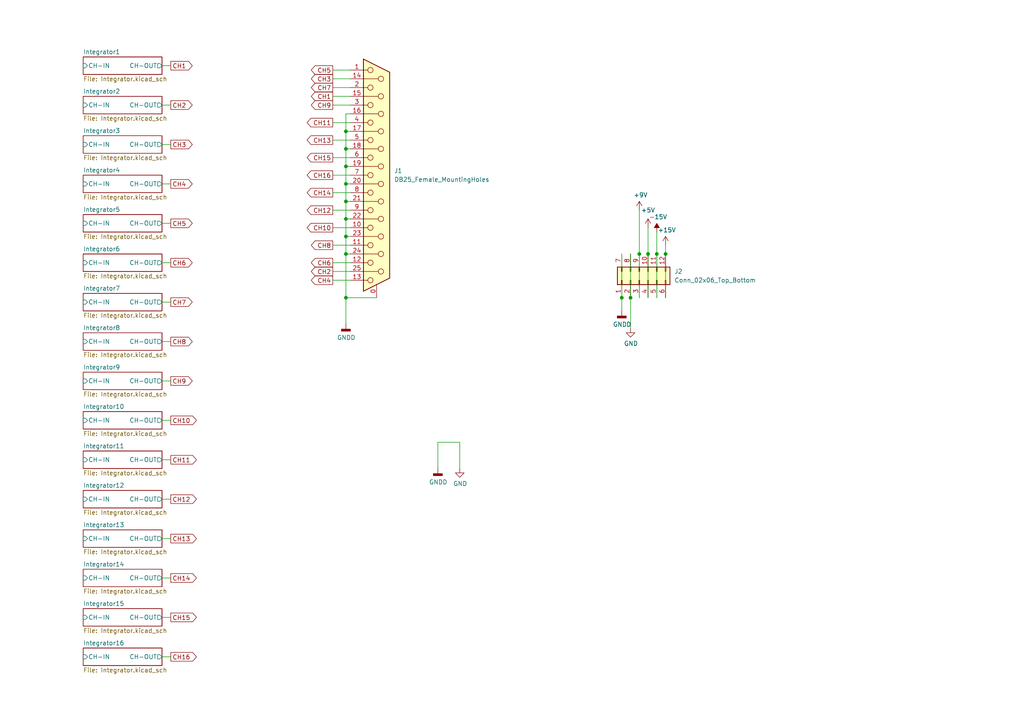
<source format=kicad_sch>
(kicad_sch (version 20211123) (generator eeschema)

  (uuid e00cb85d-1f23-4f4a-8311-9da570e58d97)

  (paper "A4")

  (lib_symbols
    (symbol "Connector:DB25_Female_MountingHoles" (pin_names (offset 1.016) hide) (in_bom yes) (on_board yes)
      (property "Reference" "J" (id 0) (at 0 36.83 0)
        (effects (font (size 1.27 1.27)))
      )
      (property "Value" "DB25_Female_MountingHoles" (id 1) (at 0 34.925 0)
        (effects (font (size 1.27 1.27)))
      )
      (property "Footprint" "" (id 2) (at 0 0 0)
        (effects (font (size 1.27 1.27)) hide)
      )
      (property "Datasheet" " ~" (id 3) (at 0 0 0)
        (effects (font (size 1.27 1.27)) hide)
      )
      (property "ki_keywords" "female D-SUB connector" (id 4) (at 0 0 0)
        (effects (font (size 1.27 1.27)) hide)
      )
      (property "ki_description" "25-pin female D-SUB connector, Mounting Hole" (id 5) (at 0 0 0)
        (effects (font (size 1.27 1.27)) hide)
      )
      (property "ki_fp_filters" "DSUB*Female*" (id 6) (at 0 0 0)
        (effects (font (size 1.27 1.27)) hide)
      )
      (symbol "DB25_Female_MountingHoles_0_1"
        (circle (center -1.778 -30.48) (radius 0.762)
          (stroke (width 0) (type default) (color 0 0 0 0))
          (fill (type none))
        )
        (circle (center -1.778 -25.4) (radius 0.762)
          (stroke (width 0) (type default) (color 0 0 0 0))
          (fill (type none))
        )
        (circle (center -1.778 -20.32) (radius 0.762)
          (stroke (width 0) (type default) (color 0 0 0 0))
          (fill (type none))
        )
        (circle (center -1.778 -15.24) (radius 0.762)
          (stroke (width 0) (type default) (color 0 0 0 0))
          (fill (type none))
        )
        (circle (center -1.778 -10.16) (radius 0.762)
          (stroke (width 0) (type default) (color 0 0 0 0))
          (fill (type none))
        )
        (circle (center -1.778 -5.08) (radius 0.762)
          (stroke (width 0) (type default) (color 0 0 0 0))
          (fill (type none))
        )
        (circle (center -1.778 0) (radius 0.762)
          (stroke (width 0) (type default) (color 0 0 0 0))
          (fill (type none))
        )
        (circle (center -1.778 5.08) (radius 0.762)
          (stroke (width 0) (type default) (color 0 0 0 0))
          (fill (type none))
        )
        (circle (center -1.778 10.16) (radius 0.762)
          (stroke (width 0) (type default) (color 0 0 0 0))
          (fill (type none))
        )
        (circle (center -1.778 15.24) (radius 0.762)
          (stroke (width 0) (type default) (color 0 0 0 0))
          (fill (type none))
        )
        (circle (center -1.778 20.32) (radius 0.762)
          (stroke (width 0) (type default) (color 0 0 0 0))
          (fill (type none))
        )
        (circle (center -1.778 25.4) (radius 0.762)
          (stroke (width 0) (type default) (color 0 0 0 0))
          (fill (type none))
        )
        (circle (center -1.778 30.48) (radius 0.762)
          (stroke (width 0) (type default) (color 0 0 0 0))
          (fill (type none))
        )
        (polyline
          (pts
            (xy -3.81 -30.48)
            (xy -2.54 -30.48)
          )
          (stroke (width 0) (type default) (color 0 0 0 0))
          (fill (type none))
        )
        (polyline
          (pts
            (xy -3.81 -27.94)
            (xy 0.508 -27.94)
          )
          (stroke (width 0) (type default) (color 0 0 0 0))
          (fill (type none))
        )
        (polyline
          (pts
            (xy -3.81 -25.4)
            (xy -2.54 -25.4)
          )
          (stroke (width 0) (type default) (color 0 0 0 0))
          (fill (type none))
        )
        (polyline
          (pts
            (xy -3.81 -22.86)
            (xy 0.508 -22.86)
          )
          (stroke (width 0) (type default) (color 0 0 0 0))
          (fill (type none))
        )
        (polyline
          (pts
            (xy -3.81 -20.32)
            (xy -2.54 -20.32)
          )
          (stroke (width 0) (type default) (color 0 0 0 0))
          (fill (type none))
        )
        (polyline
          (pts
            (xy -3.81 -17.78)
            (xy 0.508 -17.78)
          )
          (stroke (width 0) (type default) (color 0 0 0 0))
          (fill (type none))
        )
        (polyline
          (pts
            (xy -3.81 -15.24)
            (xy -2.54 -15.24)
          )
          (stroke (width 0) (type default) (color 0 0 0 0))
          (fill (type none))
        )
        (polyline
          (pts
            (xy -3.81 -12.7)
            (xy 0.508 -12.7)
          )
          (stroke (width 0) (type default) (color 0 0 0 0))
          (fill (type none))
        )
        (polyline
          (pts
            (xy -3.81 -10.16)
            (xy -2.54 -10.16)
          )
          (stroke (width 0) (type default) (color 0 0 0 0))
          (fill (type none))
        )
        (polyline
          (pts
            (xy -3.81 -7.62)
            (xy 0.508 -7.62)
          )
          (stroke (width 0) (type default) (color 0 0 0 0))
          (fill (type none))
        )
        (polyline
          (pts
            (xy -3.81 -5.08)
            (xy -2.54 -5.08)
          )
          (stroke (width 0) (type default) (color 0 0 0 0))
          (fill (type none))
        )
        (polyline
          (pts
            (xy -3.81 -2.54)
            (xy 0.508 -2.54)
          )
          (stroke (width 0) (type default) (color 0 0 0 0))
          (fill (type none))
        )
        (polyline
          (pts
            (xy -3.81 0)
            (xy -2.54 0)
          )
          (stroke (width 0) (type default) (color 0 0 0 0))
          (fill (type none))
        )
        (polyline
          (pts
            (xy -3.81 2.54)
            (xy 0.508 2.54)
          )
          (stroke (width 0) (type default) (color 0 0 0 0))
          (fill (type none))
        )
        (polyline
          (pts
            (xy -3.81 5.08)
            (xy -2.54 5.08)
          )
          (stroke (width 0) (type default) (color 0 0 0 0))
          (fill (type none))
        )
        (polyline
          (pts
            (xy -3.81 7.62)
            (xy 0.508 7.62)
          )
          (stroke (width 0) (type default) (color 0 0 0 0))
          (fill (type none))
        )
        (polyline
          (pts
            (xy -3.81 10.16)
            (xy -2.54 10.16)
          )
          (stroke (width 0) (type default) (color 0 0 0 0))
          (fill (type none))
        )
        (polyline
          (pts
            (xy -3.81 12.7)
            (xy 0.508 12.7)
          )
          (stroke (width 0) (type default) (color 0 0 0 0))
          (fill (type none))
        )
        (polyline
          (pts
            (xy -3.81 15.24)
            (xy -2.54 15.24)
          )
          (stroke (width 0) (type default) (color 0 0 0 0))
          (fill (type none))
        )
        (polyline
          (pts
            (xy -3.81 17.78)
            (xy 0.508 17.78)
          )
          (stroke (width 0) (type default) (color 0 0 0 0))
          (fill (type none))
        )
        (polyline
          (pts
            (xy -3.81 20.32)
            (xy -2.54 20.32)
          )
          (stroke (width 0) (type default) (color 0 0 0 0))
          (fill (type none))
        )
        (polyline
          (pts
            (xy -3.81 22.86)
            (xy 0.508 22.86)
          )
          (stroke (width 0) (type default) (color 0 0 0 0))
          (fill (type none))
        )
        (polyline
          (pts
            (xy -3.81 25.4)
            (xy -2.54 25.4)
          )
          (stroke (width 0) (type default) (color 0 0 0 0))
          (fill (type none))
        )
        (polyline
          (pts
            (xy -3.81 27.94)
            (xy 0.508 27.94)
          )
          (stroke (width 0) (type default) (color 0 0 0 0))
          (fill (type none))
        )
        (polyline
          (pts
            (xy -3.81 30.48)
            (xy -2.54 30.48)
          )
          (stroke (width 0) (type default) (color 0 0 0 0))
          (fill (type none))
        )
        (polyline
          (pts
            (xy -3.81 33.655)
            (xy 3.81 29.845)
            (xy 3.81 -29.845)
            (xy -3.81 -33.655)
            (xy -3.81 33.655)
          )
          (stroke (width 0.254) (type default) (color 0 0 0 0))
          (fill (type background))
        )
        (circle (center 1.27 -27.94) (radius 0.762)
          (stroke (width 0) (type default) (color 0 0 0 0))
          (fill (type none))
        )
        (circle (center 1.27 -22.86) (radius 0.762)
          (stroke (width 0) (type default) (color 0 0 0 0))
          (fill (type none))
        )
        (circle (center 1.27 -17.78) (radius 0.762)
          (stroke (width 0) (type default) (color 0 0 0 0))
          (fill (type none))
        )
        (circle (center 1.27 -12.7) (radius 0.762)
          (stroke (width 0) (type default) (color 0 0 0 0))
          (fill (type none))
        )
        (circle (center 1.27 -7.62) (radius 0.762)
          (stroke (width 0) (type default) (color 0 0 0 0))
          (fill (type none))
        )
        (circle (center 1.27 -2.54) (radius 0.762)
          (stroke (width 0) (type default) (color 0 0 0 0))
          (fill (type none))
        )
        (circle (center 1.27 2.54) (radius 0.762)
          (stroke (width 0) (type default) (color 0 0 0 0))
          (fill (type none))
        )
        (circle (center 1.27 7.62) (radius 0.762)
          (stroke (width 0) (type default) (color 0 0 0 0))
          (fill (type none))
        )
        (circle (center 1.27 12.7) (radius 0.762)
          (stroke (width 0) (type default) (color 0 0 0 0))
          (fill (type none))
        )
        (circle (center 1.27 17.78) (radius 0.762)
          (stroke (width 0) (type default) (color 0 0 0 0))
          (fill (type none))
        )
        (circle (center 1.27 22.86) (radius 0.762)
          (stroke (width 0) (type default) (color 0 0 0 0))
          (fill (type none))
        )
        (circle (center 1.27 27.94) (radius 0.762)
          (stroke (width 0) (type default) (color 0 0 0 0))
          (fill (type none))
        )
      )
      (symbol "DB25_Female_MountingHoles_1_1"
        (pin passive line (at 0 -35.56 90) (length 3.81)
          (name "PAD" (effects (font (size 1.27 1.27))))
          (number "0" (effects (font (size 1.27 1.27))))
        )
        (pin passive line (at -7.62 30.48 0) (length 3.81)
          (name "1" (effects (font (size 1.27 1.27))))
          (number "1" (effects (font (size 1.27 1.27))))
        )
        (pin passive line (at -7.62 -15.24 0) (length 3.81)
          (name "10" (effects (font (size 1.27 1.27))))
          (number "10" (effects (font (size 1.27 1.27))))
        )
        (pin passive line (at -7.62 -20.32 0) (length 3.81)
          (name "11" (effects (font (size 1.27 1.27))))
          (number "11" (effects (font (size 1.27 1.27))))
        )
        (pin passive line (at -7.62 -25.4 0) (length 3.81)
          (name "12" (effects (font (size 1.27 1.27))))
          (number "12" (effects (font (size 1.27 1.27))))
        )
        (pin passive line (at -7.62 -30.48 0) (length 3.81)
          (name "13" (effects (font (size 1.27 1.27))))
          (number "13" (effects (font (size 1.27 1.27))))
        )
        (pin passive line (at -7.62 27.94 0) (length 3.81)
          (name "P14" (effects (font (size 1.27 1.27))))
          (number "14" (effects (font (size 1.27 1.27))))
        )
        (pin passive line (at -7.62 22.86 0) (length 3.81)
          (name "P15" (effects (font (size 1.27 1.27))))
          (number "15" (effects (font (size 1.27 1.27))))
        )
        (pin passive line (at -7.62 17.78 0) (length 3.81)
          (name "P16" (effects (font (size 1.27 1.27))))
          (number "16" (effects (font (size 1.27 1.27))))
        )
        (pin passive line (at -7.62 12.7 0) (length 3.81)
          (name "P17" (effects (font (size 1.27 1.27))))
          (number "17" (effects (font (size 1.27 1.27))))
        )
        (pin passive line (at -7.62 7.62 0) (length 3.81)
          (name "P18" (effects (font (size 1.27 1.27))))
          (number "18" (effects (font (size 1.27 1.27))))
        )
        (pin passive line (at -7.62 2.54 0) (length 3.81)
          (name "P19" (effects (font (size 1.27 1.27))))
          (number "19" (effects (font (size 1.27 1.27))))
        )
        (pin passive line (at -7.62 25.4 0) (length 3.81)
          (name "2" (effects (font (size 1.27 1.27))))
          (number "2" (effects (font (size 1.27 1.27))))
        )
        (pin passive line (at -7.62 -2.54 0) (length 3.81)
          (name "P20" (effects (font (size 1.27 1.27))))
          (number "20" (effects (font (size 1.27 1.27))))
        )
        (pin passive line (at -7.62 -7.62 0) (length 3.81)
          (name "P21" (effects (font (size 1.27 1.27))))
          (number "21" (effects (font (size 1.27 1.27))))
        )
        (pin passive line (at -7.62 -12.7 0) (length 3.81)
          (name "P22" (effects (font (size 1.27 1.27))))
          (number "22" (effects (font (size 1.27 1.27))))
        )
        (pin passive line (at -7.62 -17.78 0) (length 3.81)
          (name "P23" (effects (font (size 1.27 1.27))))
          (number "23" (effects (font (size 1.27 1.27))))
        )
        (pin passive line (at -7.62 -22.86 0) (length 3.81)
          (name "P24" (effects (font (size 1.27 1.27))))
          (number "24" (effects (font (size 1.27 1.27))))
        )
        (pin passive line (at -7.62 -27.94 0) (length 3.81)
          (name "P25" (effects (font (size 1.27 1.27))))
          (number "25" (effects (font (size 1.27 1.27))))
        )
        (pin passive line (at -7.62 20.32 0) (length 3.81)
          (name "3" (effects (font (size 1.27 1.27))))
          (number "3" (effects (font (size 1.27 1.27))))
        )
        (pin passive line (at -7.62 15.24 0) (length 3.81)
          (name "4" (effects (font (size 1.27 1.27))))
          (number "4" (effects (font (size 1.27 1.27))))
        )
        (pin passive line (at -7.62 10.16 0) (length 3.81)
          (name "5" (effects (font (size 1.27 1.27))))
          (number "5" (effects (font (size 1.27 1.27))))
        )
        (pin passive line (at -7.62 5.08 0) (length 3.81)
          (name "6" (effects (font (size 1.27 1.27))))
          (number "6" (effects (font (size 1.27 1.27))))
        )
        (pin passive line (at -7.62 0 0) (length 3.81)
          (name "7" (effects (font (size 1.27 1.27))))
          (number "7" (effects (font (size 1.27 1.27))))
        )
        (pin passive line (at -7.62 -5.08 0) (length 3.81)
          (name "8" (effects (font (size 1.27 1.27))))
          (number "8" (effects (font (size 1.27 1.27))))
        )
        (pin passive line (at -7.62 -10.16 0) (length 3.81)
          (name "9" (effects (font (size 1.27 1.27))))
          (number "9" (effects (font (size 1.27 1.27))))
        )
      )
    )
    (symbol "Connector_Generic:Conn_02x06_Top_Bottom" (pin_names (offset 1.016) hide) (in_bom yes) (on_board yes)
      (property "Reference" "J" (id 0) (at 1.27 7.62 0)
        (effects (font (size 1.27 1.27)))
      )
      (property "Value" "Conn_02x06_Top_Bottom" (id 1) (at 1.27 -10.16 0)
        (effects (font (size 1.27 1.27)))
      )
      (property "Footprint" "" (id 2) (at 0 0 0)
        (effects (font (size 1.27 1.27)) hide)
      )
      (property "Datasheet" "~" (id 3) (at 0 0 0)
        (effects (font (size 1.27 1.27)) hide)
      )
      (property "ki_keywords" "connector" (id 4) (at 0 0 0)
        (effects (font (size 1.27 1.27)) hide)
      )
      (property "ki_description" "Generic connector, double row, 02x06, top/bottom pin numbering scheme (row 1: 1...pins_per_row, row2: pins_per_row+1 ... num_pins), script generated (kicad-library-utils/schlib/autogen/connector/)" (id 5) (at 0 0 0)
        (effects (font (size 1.27 1.27)) hide)
      )
      (property "ki_fp_filters" "Connector*:*_2x??_*" (id 6) (at 0 0 0)
        (effects (font (size 1.27 1.27)) hide)
      )
      (symbol "Conn_02x06_Top_Bottom_1_1"
        (rectangle (start -1.27 -7.493) (end 0 -7.747)
          (stroke (width 0.1524) (type default) (color 0 0 0 0))
          (fill (type none))
        )
        (rectangle (start -1.27 -4.953) (end 0 -5.207)
          (stroke (width 0.1524) (type default) (color 0 0 0 0))
          (fill (type none))
        )
        (rectangle (start -1.27 -2.413) (end 0 -2.667)
          (stroke (width 0.1524) (type default) (color 0 0 0 0))
          (fill (type none))
        )
        (rectangle (start -1.27 0.127) (end 0 -0.127)
          (stroke (width 0.1524) (type default) (color 0 0 0 0))
          (fill (type none))
        )
        (rectangle (start -1.27 2.667) (end 0 2.413)
          (stroke (width 0.1524) (type default) (color 0 0 0 0))
          (fill (type none))
        )
        (rectangle (start -1.27 5.207) (end 0 4.953)
          (stroke (width 0.1524) (type default) (color 0 0 0 0))
          (fill (type none))
        )
        (rectangle (start -1.27 6.35) (end 3.81 -8.89)
          (stroke (width 0.254) (type default) (color 0 0 0 0))
          (fill (type background))
        )
        (rectangle (start 3.81 -7.493) (end 2.54 -7.747)
          (stroke (width 0.1524) (type default) (color 0 0 0 0))
          (fill (type none))
        )
        (rectangle (start 3.81 -4.953) (end 2.54 -5.207)
          (stroke (width 0.1524) (type default) (color 0 0 0 0))
          (fill (type none))
        )
        (rectangle (start 3.81 -2.413) (end 2.54 -2.667)
          (stroke (width 0.1524) (type default) (color 0 0 0 0))
          (fill (type none))
        )
        (rectangle (start 3.81 0.127) (end 2.54 -0.127)
          (stroke (width 0.1524) (type default) (color 0 0 0 0))
          (fill (type none))
        )
        (rectangle (start 3.81 2.667) (end 2.54 2.413)
          (stroke (width 0.1524) (type default) (color 0 0 0 0))
          (fill (type none))
        )
        (rectangle (start 3.81 5.207) (end 2.54 4.953)
          (stroke (width 0.1524) (type default) (color 0 0 0 0))
          (fill (type none))
        )
        (pin passive line (at -5.08 5.08 0) (length 3.81)
          (name "Pin_1" (effects (font (size 1.27 1.27))))
          (number "1" (effects (font (size 1.27 1.27))))
        )
        (pin passive line (at 7.62 -2.54 180) (length 3.81)
          (name "Pin_10" (effects (font (size 1.27 1.27))))
          (number "10" (effects (font (size 1.27 1.27))))
        )
        (pin passive line (at 7.62 -5.08 180) (length 3.81)
          (name "Pin_11" (effects (font (size 1.27 1.27))))
          (number "11" (effects (font (size 1.27 1.27))))
        )
        (pin passive line (at 7.62 -7.62 180) (length 3.81)
          (name "Pin_12" (effects (font (size 1.27 1.27))))
          (number "12" (effects (font (size 1.27 1.27))))
        )
        (pin passive line (at -5.08 2.54 0) (length 3.81)
          (name "Pin_2" (effects (font (size 1.27 1.27))))
          (number "2" (effects (font (size 1.27 1.27))))
        )
        (pin passive line (at -5.08 0 0) (length 3.81)
          (name "Pin_3" (effects (font (size 1.27 1.27))))
          (number "3" (effects (font (size 1.27 1.27))))
        )
        (pin passive line (at -5.08 -2.54 0) (length 3.81)
          (name "Pin_4" (effects (font (size 1.27 1.27))))
          (number "4" (effects (font (size 1.27 1.27))))
        )
        (pin passive line (at -5.08 -5.08 0) (length 3.81)
          (name "Pin_5" (effects (font (size 1.27 1.27))))
          (number "5" (effects (font (size 1.27 1.27))))
        )
        (pin passive line (at -5.08 -7.62 0) (length 3.81)
          (name "Pin_6" (effects (font (size 1.27 1.27))))
          (number "6" (effects (font (size 1.27 1.27))))
        )
        (pin passive line (at 7.62 5.08 180) (length 3.81)
          (name "Pin_7" (effects (font (size 1.27 1.27))))
          (number "7" (effects (font (size 1.27 1.27))))
        )
        (pin passive line (at 7.62 2.54 180) (length 3.81)
          (name "Pin_8" (effects (font (size 1.27 1.27))))
          (number "8" (effects (font (size 1.27 1.27))))
        )
        (pin passive line (at 7.62 0 180) (length 3.81)
          (name "Pin_9" (effects (font (size 1.27 1.27))))
          (number "9" (effects (font (size 1.27 1.27))))
        )
      )
    )
    (symbol "power:+15V" (power) (pin_names (offset 0)) (in_bom yes) (on_board yes)
      (property "Reference" "#PWR" (id 0) (at 0 -3.81 0)
        (effects (font (size 1.27 1.27)) hide)
      )
      (property "Value" "+15V" (id 1) (at 0 3.556 0)
        (effects (font (size 1.27 1.27)))
      )
      (property "Footprint" "" (id 2) (at 0 0 0)
        (effects (font (size 1.27 1.27)) hide)
      )
      (property "Datasheet" "" (id 3) (at 0 0 0)
        (effects (font (size 1.27 1.27)) hide)
      )
      (property "ki_keywords" "power-flag" (id 4) (at 0 0 0)
        (effects (font (size 1.27 1.27)) hide)
      )
      (property "ki_description" "Power symbol creates a global label with name \"+15V\"" (id 5) (at 0 0 0)
        (effects (font (size 1.27 1.27)) hide)
      )
      (symbol "+15V_0_1"
        (polyline
          (pts
            (xy -0.762 1.27)
            (xy 0 2.54)
          )
          (stroke (width 0) (type default) (color 0 0 0 0))
          (fill (type none))
        )
        (polyline
          (pts
            (xy 0 0)
            (xy 0 2.54)
          )
          (stroke (width 0) (type default) (color 0 0 0 0))
          (fill (type none))
        )
        (polyline
          (pts
            (xy 0 2.54)
            (xy 0.762 1.27)
          )
          (stroke (width 0) (type default) (color 0 0 0 0))
          (fill (type none))
        )
      )
      (symbol "+15V_1_1"
        (pin power_in line (at 0 0 90) (length 0) hide
          (name "+15V" (effects (font (size 1.27 1.27))))
          (number "1" (effects (font (size 1.27 1.27))))
        )
      )
    )
    (symbol "power:+5V" (power) (pin_names (offset 0)) (in_bom yes) (on_board yes)
      (property "Reference" "#PWR" (id 0) (at 0 -3.81 0)
        (effects (font (size 1.27 1.27)) hide)
      )
      (property "Value" "+5V" (id 1) (at 0 3.556 0)
        (effects (font (size 1.27 1.27)))
      )
      (property "Footprint" "" (id 2) (at 0 0 0)
        (effects (font (size 1.27 1.27)) hide)
      )
      (property "Datasheet" "" (id 3) (at 0 0 0)
        (effects (font (size 1.27 1.27)) hide)
      )
      (property "ki_keywords" "power-flag" (id 4) (at 0 0 0)
        (effects (font (size 1.27 1.27)) hide)
      )
      (property "ki_description" "Power symbol creates a global label with name \"+5V\"" (id 5) (at 0 0 0)
        (effects (font (size 1.27 1.27)) hide)
      )
      (symbol "+5V_0_1"
        (polyline
          (pts
            (xy -0.762 1.27)
            (xy 0 2.54)
          )
          (stroke (width 0) (type default) (color 0 0 0 0))
          (fill (type none))
        )
        (polyline
          (pts
            (xy 0 0)
            (xy 0 2.54)
          )
          (stroke (width 0) (type default) (color 0 0 0 0))
          (fill (type none))
        )
        (polyline
          (pts
            (xy 0 2.54)
            (xy 0.762 1.27)
          )
          (stroke (width 0) (type default) (color 0 0 0 0))
          (fill (type none))
        )
      )
      (symbol "+5V_1_1"
        (pin power_in line (at 0 0 90) (length 0) hide
          (name "+5V" (effects (font (size 1.27 1.27))))
          (number "1" (effects (font (size 1.27 1.27))))
        )
      )
    )
    (symbol "power:+9V" (power) (pin_names (offset 0)) (in_bom yes) (on_board yes)
      (property "Reference" "#PWR" (id 0) (at 0 -3.81 0)
        (effects (font (size 1.27 1.27)) hide)
      )
      (property "Value" "+9V" (id 1) (at 0 3.556 0)
        (effects (font (size 1.27 1.27)))
      )
      (property "Footprint" "" (id 2) (at 0 0 0)
        (effects (font (size 1.27 1.27)) hide)
      )
      (property "Datasheet" "" (id 3) (at 0 0 0)
        (effects (font (size 1.27 1.27)) hide)
      )
      (property "ki_keywords" "power-flag" (id 4) (at 0 0 0)
        (effects (font (size 1.27 1.27)) hide)
      )
      (property "ki_description" "Power symbol creates a global label with name \"+9V\"" (id 5) (at 0 0 0)
        (effects (font (size 1.27 1.27)) hide)
      )
      (symbol "+9V_0_1"
        (polyline
          (pts
            (xy -0.762 1.27)
            (xy 0 2.54)
          )
          (stroke (width 0) (type default) (color 0 0 0 0))
          (fill (type none))
        )
        (polyline
          (pts
            (xy 0 0)
            (xy 0 2.54)
          )
          (stroke (width 0) (type default) (color 0 0 0 0))
          (fill (type none))
        )
        (polyline
          (pts
            (xy 0 2.54)
            (xy 0.762 1.27)
          )
          (stroke (width 0) (type default) (color 0 0 0 0))
          (fill (type none))
        )
      )
      (symbol "+9V_1_1"
        (pin power_in line (at 0 0 90) (length 0) hide
          (name "+9V" (effects (font (size 1.27 1.27))))
          (number "1" (effects (font (size 1.27 1.27))))
        )
      )
    )
    (symbol "power:-15V" (power) (pin_names (offset 0)) (in_bom yes) (on_board yes)
      (property "Reference" "#PWR" (id 0) (at 0 2.54 0)
        (effects (font (size 1.27 1.27)) hide)
      )
      (property "Value" "-15V" (id 1) (at 0 3.81 0)
        (effects (font (size 1.27 1.27)))
      )
      (property "Footprint" "" (id 2) (at 0 0 0)
        (effects (font (size 1.27 1.27)) hide)
      )
      (property "Datasheet" "" (id 3) (at 0 0 0)
        (effects (font (size 1.27 1.27)) hide)
      )
      (property "ki_keywords" "power-flag" (id 4) (at 0 0 0)
        (effects (font (size 1.27 1.27)) hide)
      )
      (property "ki_description" "Power symbol creates a global label with name \"-15V\"" (id 5) (at 0 0 0)
        (effects (font (size 1.27 1.27)) hide)
      )
      (symbol "-15V_0_0"
        (pin power_in line (at 0 0 90) (length 0) hide
          (name "-15V" (effects (font (size 1.27 1.27))))
          (number "1" (effects (font (size 1.27 1.27))))
        )
      )
      (symbol "-15V_0_1"
        (polyline
          (pts
            (xy 0 0)
            (xy 0 1.27)
            (xy 0.762 1.27)
            (xy 0 2.54)
            (xy -0.762 1.27)
            (xy 0 1.27)
          )
          (stroke (width 0) (type default) (color 0 0 0 0))
          (fill (type outline))
        )
      )
    )
    (symbol "power:GND" (power) (pin_names (offset 0)) (in_bom yes) (on_board yes)
      (property "Reference" "#PWR" (id 0) (at 0 -6.35 0)
        (effects (font (size 1.27 1.27)) hide)
      )
      (property "Value" "GND" (id 1) (at 0 -3.81 0)
        (effects (font (size 1.27 1.27)))
      )
      (property "Footprint" "" (id 2) (at 0 0 0)
        (effects (font (size 1.27 1.27)) hide)
      )
      (property "Datasheet" "" (id 3) (at 0 0 0)
        (effects (font (size 1.27 1.27)) hide)
      )
      (property "ki_keywords" "power-flag" (id 4) (at 0 0 0)
        (effects (font (size 1.27 1.27)) hide)
      )
      (property "ki_description" "Power symbol creates a global label with name \"GND\" , ground" (id 5) (at 0 0 0)
        (effects (font (size 1.27 1.27)) hide)
      )
      (symbol "GND_0_1"
        (polyline
          (pts
            (xy 0 0)
            (xy 0 -1.27)
            (xy 1.27 -1.27)
            (xy 0 -2.54)
            (xy -1.27 -1.27)
            (xy 0 -1.27)
          )
          (stroke (width 0) (type default) (color 0 0 0 0))
          (fill (type none))
        )
      )
      (symbol "GND_1_1"
        (pin power_in line (at 0 0 270) (length 0) hide
          (name "GND" (effects (font (size 1.27 1.27))))
          (number "1" (effects (font (size 1.27 1.27))))
        )
      )
    )
    (symbol "power:GNDD" (power) (pin_names (offset 0)) (in_bom yes) (on_board yes)
      (property "Reference" "#PWR" (id 0) (at 0 -6.35 0)
        (effects (font (size 1.27 1.27)) hide)
      )
      (property "Value" "GNDD" (id 1) (at 0 -3.175 0)
        (effects (font (size 1.27 1.27)))
      )
      (property "Footprint" "" (id 2) (at 0 0 0)
        (effects (font (size 1.27 1.27)) hide)
      )
      (property "Datasheet" "" (id 3) (at 0 0 0)
        (effects (font (size 1.27 1.27)) hide)
      )
      (property "ki_keywords" "power-flag" (id 4) (at 0 0 0)
        (effects (font (size 1.27 1.27)) hide)
      )
      (property "ki_description" "Power symbol creates a global label with name \"GNDD\" , digital ground" (id 5) (at 0 0 0)
        (effects (font (size 1.27 1.27)) hide)
      )
      (symbol "GNDD_0_1"
        (rectangle (start -1.27 -1.524) (end 1.27 -2.032)
          (stroke (width 0.254) (type default) (color 0 0 0 0))
          (fill (type outline))
        )
        (polyline
          (pts
            (xy 0 0)
            (xy 0 -1.524)
          )
          (stroke (width 0) (type default) (color 0 0 0 0))
          (fill (type none))
        )
      )
      (symbol "GNDD_1_1"
        (pin power_in line (at 0 0 270) (length 0) hide
          (name "GNDD" (effects (font (size 1.27 1.27))))
          (number "1" (effects (font (size 1.27 1.27))))
        )
      )
    )
  )

  (junction (at 100.33 43.18) (diameter 0) (color 0 0 0 0)
    (uuid 0296aa85-8af4-4de6-9b73-000a738461c4)
  )
  (junction (at 187.96 73.66) (diameter 0) (color 0 0 0 0)
    (uuid 02bfdd99-7c0e-4a81-84e3-a9e3582546ec)
  )
  (junction (at 100.33 73.66) (diameter 0) (color 0 0 0 0)
    (uuid 06085a20-c2f6-40dc-b2ea-d653e1a5ba3f)
  )
  (junction (at 100.33 68.58) (diameter 0) (color 0 0 0 0)
    (uuid 2bbc5bb8-317d-453d-9cd1-4bfcf31aa4ce)
  )
  (junction (at 193.04 73.66) (diameter 0) (color 0 0 0 0)
    (uuid 3d377351-03e4-4465-acfc-7b15fda724ca)
  )
  (junction (at 100.33 63.5) (diameter 0) (color 0 0 0 0)
    (uuid 500faa2d-ab02-4a8a-a6ed-2259241576ed)
  )
  (junction (at 185.42 73.66) (diameter 0) (color 0 0 0 0)
    (uuid 6c80ebd3-1cc7-418d-9a2d-9d9587612a6d)
  )
  (junction (at 100.33 48.26) (diameter 0) (color 0 0 0 0)
    (uuid 90a4753b-370c-4ebe-a5b8-d4d5c0a9e4bb)
  )
  (junction (at 180.34 86.36) (diameter 0) (color 0 0 0 0)
    (uuid a50c1e31-8b05-4fe6-b458-9a1d05688ba2)
  )
  (junction (at 182.88 86.36) (diameter 0) (color 0 0 0 0)
    (uuid a85e0b88-741b-40f6-8ebe-1d7687c17154)
  )
  (junction (at 190.5 73.66) (diameter 0) (color 0 0 0 0)
    (uuid baa080a1-fa20-4eca-a5d8-351cc9f6e982)
  )
  (junction (at 100.33 58.42) (diameter 0) (color 0 0 0 0)
    (uuid c5585fca-2b59-4f00-bc52-b5b511f95328)
  )
  (junction (at 100.33 86.36) (diameter 0) (color 0 0 0 0)
    (uuid debef583-5c46-450c-b0f7-0ed78266f760)
  )
  (junction (at 100.33 53.34) (diameter 0) (color 0 0 0 0)
    (uuid e4750b1e-cefe-48e7-8335-2265bf3239cc)
  )
  (junction (at 100.33 38.1) (diameter 0) (color 0 0 0 0)
    (uuid f611c848-fa28-4bdd-88e4-334db55f81a8)
  )

  (wire (pts (xy 190.5 73.66) (xy 190.5 86.36))
    (stroke (width 0) (type default) (color 0 0 0 0))
    (uuid 03c5757a-0528-498a-a7c3-069284e61d2e)
  )
  (wire (pts (xy 109.22 86.36) (xy 100.33 86.36))
    (stroke (width 0) (type default) (color 0 0 0 0))
    (uuid 0457f1da-ba04-400c-bb76-9510e08243c4)
  )
  (wire (pts (xy 46.99 30.48) (xy 49.53 30.48))
    (stroke (width 0) (type default) (color 0 0 0 0))
    (uuid 04b661e7-4386-4c14-9b1c-5143521c9020)
  )
  (wire (pts (xy 96.52 81.28) (xy 101.6 81.28))
    (stroke (width 0) (type default) (color 0 0 0 0))
    (uuid 0504c5ba-87a9-4d5c-826d-f929190cb781)
  )
  (wire (pts (xy 46.99 41.91) (xy 49.53 41.91))
    (stroke (width 0) (type default) (color 0 0 0 0))
    (uuid 059d80df-c34e-40a3-a853-3d740ce71145)
  )
  (wire (pts (xy 182.88 86.36) (xy 182.88 95.25))
    (stroke (width 0) (type default) (color 0 0 0 0))
    (uuid 06a8f621-af0a-43a3-81b5-e294b180a220)
  )
  (wire (pts (xy 193.04 71.12) (xy 193.04 73.66))
    (stroke (width 0) (type default) (color 0 0 0 0))
    (uuid 086436cf-c281-49a2-baf3-69385c0cca95)
  )
  (wire (pts (xy 96.52 50.8) (xy 101.6 50.8))
    (stroke (width 0) (type default) (color 0 0 0 0))
    (uuid 0903e478-73a8-4518-8dfb-b6ff57075f43)
  )
  (wire (pts (xy 100.33 68.58) (xy 100.33 73.66))
    (stroke (width 0) (type default) (color 0 0 0 0))
    (uuid 0d7b71ff-0d98-41c5-ae3e-bf6862096faa)
  )
  (wire (pts (xy 96.52 60.96) (xy 101.6 60.96))
    (stroke (width 0) (type default) (color 0 0 0 0))
    (uuid 0ea0db2a-5575-45b1-bc45-125441d5e4da)
  )
  (wire (pts (xy 46.99 87.63) (xy 49.53 87.63))
    (stroke (width 0) (type default) (color 0 0 0 0))
    (uuid 19a29732-7717-4d5e-9199-45655bf4ebb6)
  )
  (wire (pts (xy 46.99 144.78) (xy 49.53 144.78))
    (stroke (width 0) (type default) (color 0 0 0 0))
    (uuid 1b71cb92-98a8-4739-af7d-808ac2b4e31a)
  )
  (wire (pts (xy 100.33 53.34) (xy 100.33 58.42))
    (stroke (width 0) (type default) (color 0 0 0 0))
    (uuid 1c8da481-918c-4b3a-bd01-72437c64c449)
  )
  (wire (pts (xy 185.42 73.66) (xy 185.42 86.36))
    (stroke (width 0) (type default) (color 0 0 0 0))
    (uuid 1de50926-c1e3-4819-9bb9-f37f78f1892e)
  )
  (wire (pts (xy 100.33 48.26) (xy 101.6 48.26))
    (stroke (width 0) (type default) (color 0 0 0 0))
    (uuid 1efeee95-fdb3-45e4-8745-a33daf668cdd)
  )
  (wire (pts (xy 46.99 19.05) (xy 49.53 19.05))
    (stroke (width 0) (type default) (color 0 0 0 0))
    (uuid 25bb255c-c41c-4fff-94f3-cde28ed15892)
  )
  (wire (pts (xy 100.33 43.18) (xy 101.6 43.18))
    (stroke (width 0) (type default) (color 0 0 0 0))
    (uuid 2b253c89-f46e-404d-a88b-bc6cbc08887b)
  )
  (wire (pts (xy 96.52 71.12) (xy 101.6 71.12))
    (stroke (width 0) (type default) (color 0 0 0 0))
    (uuid 2d1d6848-04c4-4f77-a9ab-7f09866f7862)
  )
  (wire (pts (xy 100.33 63.5) (xy 100.33 68.58))
    (stroke (width 0) (type default) (color 0 0 0 0))
    (uuid 3789fb79-c29c-4868-a0e5-371830dbbe5a)
  )
  (wire (pts (xy 185.42 60.96) (xy 185.42 73.66))
    (stroke (width 0) (type default) (color 0 0 0 0))
    (uuid 39cdc948-b134-48ec-a3e3-831f94e884a7)
  )
  (wire (pts (xy 100.33 86.36) (xy 100.33 93.98))
    (stroke (width 0) (type default) (color 0 0 0 0))
    (uuid 3b6e0898-3287-4aed-9616-33a1e463eabe)
  )
  (wire (pts (xy 180.34 86.36) (xy 180.34 90.17))
    (stroke (width 0) (type default) (color 0 0 0 0))
    (uuid 3b7cbeaa-f86f-4e89-ada7-ab4a92c0b929)
  )
  (wire (pts (xy 180.34 73.66) (xy 180.34 86.36))
    (stroke (width 0) (type default) (color 0 0 0 0))
    (uuid 3df0eddc-493d-47a6-a577-edb097e92279)
  )
  (wire (pts (xy 100.33 48.26) (xy 100.33 53.34))
    (stroke (width 0) (type default) (color 0 0 0 0))
    (uuid 3f2664af-ffd8-4601-986c-7a36213471d4)
  )
  (wire (pts (xy 101.6 63.5) (xy 100.33 63.5))
    (stroke (width 0) (type default) (color 0 0 0 0))
    (uuid 4cc8b0e2-d6c3-498b-b711-3d82acdcce33)
  )
  (wire (pts (xy 100.33 58.42) (xy 101.6 58.42))
    (stroke (width 0) (type default) (color 0 0 0 0))
    (uuid 4f60cbdf-dc43-43ea-b235-7a27e3058859)
  )
  (wire (pts (xy 100.33 68.58) (xy 101.6 68.58))
    (stroke (width 0) (type default) (color 0 0 0 0))
    (uuid 58da6f50-31e4-4de5-8cac-ef09b0a60d77)
  )
  (wire (pts (xy 100.33 33.02) (xy 101.6 33.02))
    (stroke (width 0) (type default) (color 0 0 0 0))
    (uuid 5b1ef7d3-5225-418f-abf7-5fbd808a04a2)
  )
  (wire (pts (xy 46.99 76.2) (xy 49.53 76.2))
    (stroke (width 0) (type default) (color 0 0 0 0))
    (uuid 611f558a-b4e8-467b-a1fa-84f2f37656a8)
  )
  (wire (pts (xy 96.52 35.56) (xy 101.6 35.56))
    (stroke (width 0) (type default) (color 0 0 0 0))
    (uuid 653a8ff9-a3c3-4fbe-8304-64b3332ee29d)
  )
  (wire (pts (xy 100.33 53.34) (xy 101.6 53.34))
    (stroke (width 0) (type default) (color 0 0 0 0))
    (uuid 6685c728-221d-4d6e-a3c4-fd13f3d13190)
  )
  (wire (pts (xy 96.52 40.64) (xy 101.6 40.64))
    (stroke (width 0) (type default) (color 0 0 0 0))
    (uuid 687ff25e-8835-4b55-93e7-5ebcd5b276d7)
  )
  (wire (pts (xy 133.35 128.27) (xy 133.35 135.89))
    (stroke (width 0) (type default) (color 0 0 0 0))
    (uuid 7035d2cc-0d2c-48ef-9971-d9d096287d03)
  )
  (wire (pts (xy 100.33 33.02) (xy 100.33 38.1))
    (stroke (width 0) (type default) (color 0 0 0 0))
    (uuid 70e80774-77a9-411b-b22d-ab6a1e778b62)
  )
  (wire (pts (xy 190.5 67.31) (xy 190.5 73.66))
    (stroke (width 0) (type default) (color 0 0 0 0))
    (uuid 71239dd8-f70f-40de-94b0-9c1853b62f1f)
  )
  (wire (pts (xy 46.99 64.77) (xy 49.53 64.77))
    (stroke (width 0) (type default) (color 0 0 0 0))
    (uuid 7519d7e3-5e0f-4101-8a4c-e59d94759735)
  )
  (wire (pts (xy 96.52 76.2) (xy 101.6 76.2))
    (stroke (width 0) (type default) (color 0 0 0 0))
    (uuid 7f603a05-0d9d-4832-b8b3-7cb58931355f)
  )
  (wire (pts (xy 96.52 45.72) (xy 101.6 45.72))
    (stroke (width 0) (type default) (color 0 0 0 0))
    (uuid 8169c3a8-f13d-4963-a6b6-ce58f01d081a)
  )
  (wire (pts (xy 46.99 156.21) (xy 49.53 156.21))
    (stroke (width 0) (type default) (color 0 0 0 0))
    (uuid 81ddfb0e-37c9-4242-9493-4b55b4b4f086)
  )
  (wire (pts (xy 96.52 55.88) (xy 101.6 55.88))
    (stroke (width 0) (type default) (color 0 0 0 0))
    (uuid 84e2e33e-5cab-497e-85d4-58a3224d9a9b)
  )
  (wire (pts (xy 100.33 73.66) (xy 100.33 86.36))
    (stroke (width 0) (type default) (color 0 0 0 0))
    (uuid 8a207b56-64d9-4e30-92b5-d75c014b7b92)
  )
  (wire (pts (xy 96.52 25.4) (xy 101.6 25.4))
    (stroke (width 0) (type default) (color 0 0 0 0))
    (uuid 8dc7e6b2-dd59-4e7e-ac2e-2edd4a125f21)
  )
  (wire (pts (xy 100.33 38.1) (xy 100.33 43.18))
    (stroke (width 0) (type default) (color 0 0 0 0))
    (uuid 8ea3e9bc-9c78-4ff2-b83a-91ea8bcfdfba)
  )
  (wire (pts (xy 100.33 73.66) (xy 101.6 73.66))
    (stroke (width 0) (type default) (color 0 0 0 0))
    (uuid 8f2c4d18-8910-4d6d-8b7e-1f6f5099b311)
  )
  (wire (pts (xy 46.99 190.5) (xy 49.53 190.5))
    (stroke (width 0) (type default) (color 0 0 0 0))
    (uuid 99f9428c-444c-4c87-bf3a-80cecbea4ba8)
  )
  (wire (pts (xy 46.99 179.07) (xy 49.53 179.07))
    (stroke (width 0) (type default) (color 0 0 0 0))
    (uuid 9e016d48-344a-4fb6-9a12-8ac69c80fd83)
  )
  (wire (pts (xy 193.04 73.66) (xy 193.04 86.36))
    (stroke (width 0) (type default) (color 0 0 0 0))
    (uuid 9ea5eb43-37e7-4c01-bf19-a7853066a7fb)
  )
  (wire (pts (xy 187.96 66.04) (xy 187.96 73.66))
    (stroke (width 0) (type default) (color 0 0 0 0))
    (uuid a28dac1b-bd19-4bb5-96a1-2a8e6b2f3834)
  )
  (wire (pts (xy 46.99 167.64) (xy 49.53 167.64))
    (stroke (width 0) (type default) (color 0 0 0 0))
    (uuid a7d8c3e0-b79b-4afb-b278-faa169d62e18)
  )
  (wire (pts (xy 100.33 58.42) (xy 100.33 63.5))
    (stroke (width 0) (type default) (color 0 0 0 0))
    (uuid a8051718-1c54-4d97-8395-c89257603afa)
  )
  (wire (pts (xy 46.99 133.35) (xy 49.53 133.35))
    (stroke (width 0) (type default) (color 0 0 0 0))
    (uuid b14461ab-e720-4bde-b9e5-bd040cf187a5)
  )
  (wire (pts (xy 96.52 78.74) (xy 101.6 78.74))
    (stroke (width 0) (type default) (color 0 0 0 0))
    (uuid bba016c5-1a3c-4e50-8f87-64f7044e103d)
  )
  (wire (pts (xy 96.52 20.32) (xy 101.6 20.32))
    (stroke (width 0) (type default) (color 0 0 0 0))
    (uuid bd259416-a67b-4b96-b951-1c405d51791f)
  )
  (wire (pts (xy 46.99 99.06) (xy 49.53 99.06))
    (stroke (width 0) (type default) (color 0 0 0 0))
    (uuid be5b9d51-e2ab-4d4b-a345-c021c5574054)
  )
  (wire (pts (xy 187.96 73.66) (xy 187.96 86.36))
    (stroke (width 0) (type default) (color 0 0 0 0))
    (uuid cc0728f1-c2b6-4938-993f-5860c01ccc1b)
  )
  (wire (pts (xy 127 128.27) (xy 127 135.89))
    (stroke (width 0) (type default) (color 0 0 0 0))
    (uuid d26682eb-1528-48db-a1d6-2d8ac3c8b97a)
  )
  (wire (pts (xy 182.88 73.66) (xy 182.88 86.36))
    (stroke (width 0) (type default) (color 0 0 0 0))
    (uuid d365381f-d61b-4a3c-93d1-6fbbf3a2602e)
  )
  (wire (pts (xy 46.99 110.49) (xy 49.53 110.49))
    (stroke (width 0) (type default) (color 0 0 0 0))
    (uuid d52b1a4b-aae3-4f09-8416-2cf114b5ab98)
  )
  (wire (pts (xy 101.6 38.1) (xy 100.33 38.1))
    (stroke (width 0) (type default) (color 0 0 0 0))
    (uuid d9979d42-77d6-4b0f-b0d2-358123e3af13)
  )
  (wire (pts (xy 96.52 30.48) (xy 101.6 30.48))
    (stroke (width 0) (type default) (color 0 0 0 0))
    (uuid da00af70-b7de-461a-a5fe-3590a4105e46)
  )
  (wire (pts (xy 100.33 43.18) (xy 100.33 48.26))
    (stroke (width 0) (type default) (color 0 0 0 0))
    (uuid dde1234b-4abe-4394-94b1-5cbf6876499d)
  )
  (wire (pts (xy 46.99 53.34) (xy 49.53 53.34))
    (stroke (width 0) (type default) (color 0 0 0 0))
    (uuid e956c428-fc0a-4baf-adad-a759df9b03f0)
  )
  (wire (pts (xy 96.52 22.86) (xy 101.6 22.86))
    (stroke (width 0) (type default) (color 0 0 0 0))
    (uuid ead84274-ab68-4d06-8d23-e274ae1042e6)
  )
  (wire (pts (xy 96.52 66.04) (xy 101.6 66.04))
    (stroke (width 0) (type default) (color 0 0 0 0))
    (uuid f1580065-1bdd-460c-abca-f1fe1c3ddaad)
  )
  (wire (pts (xy 46.99 121.92) (xy 49.53 121.92))
    (stroke (width 0) (type default) (color 0 0 0 0))
    (uuid f1a8064e-b648-4517-bc0b-8399b09a7946)
  )
  (wire (pts (xy 133.35 128.27) (xy 127 128.27))
    (stroke (width 0) (type default) (color 0 0 0 0))
    (uuid fd8f9184-ed07-4691-9ad1-72c2dcde41b2)
  )
  (wire (pts (xy 96.52 27.94) (xy 101.6 27.94))
    (stroke (width 0) (type default) (color 0 0 0 0))
    (uuid ff0892ad-3003-496a-aaa1-58b06e7c360d)
  )

  (global_label "CH4" (shape output) (at 49.53 53.34 0) (fields_autoplaced)
    (effects (font (size 1.27 1.27)) (justify left))
    (uuid 023264e6-497c-4cfd-b311-c7e5031c7567)
    (property "Intersheet References" "${INTERSHEET_REFS}" (id 0) (at 55.6642 53.2606 0)
      (effects (font (size 1.27 1.27)) (justify left) hide)
    )
  )
  (global_label "CH14" (shape output) (at 96.52 55.88 180) (fields_autoplaced)
    (effects (font (size 1.27 1.27)) (justify right))
    (uuid 063429ad-5b1d-4241-b7e5-9ffc6af6ce57)
    (property "Intersheet References" "${INTERSHEET_REFS}" (id 0) (at 89.1763 55.8006 0)
      (effects (font (size 1.27 1.27)) (justify right) hide)
    )
  )
  (global_label "CH1" (shape output) (at 96.52 27.94 180) (fields_autoplaced)
    (effects (font (size 1.27 1.27)) (justify right))
    (uuid 072052a7-9103-482b-9011-cd50fb454e21)
    (property "Intersheet References" "${INTERSHEET_REFS}" (id 0) (at 90.3858 28.0194 0)
      (effects (font (size 1.27 1.27)) (justify right) hide)
    )
  )
  (global_label "CH7" (shape output) (at 96.52 25.4 180) (fields_autoplaced)
    (effects (font (size 1.27 1.27)) (justify right))
    (uuid 08fc743a-9b91-48ee-9891-a18377bbbc95)
    (property "Intersheet References" "${INTERSHEET_REFS}" (id 0) (at 90.3858 25.3206 0)
      (effects (font (size 1.27 1.27)) (justify right) hide)
    )
  )
  (global_label "CH13" (shape output) (at 96.52 40.64 180) (fields_autoplaced)
    (effects (font (size 1.27 1.27)) (justify right))
    (uuid 18b19a52-40a3-4584-8c80-8b9066042517)
    (property "Intersheet References" "${INTERSHEET_REFS}" (id 0) (at 89.1763 40.5606 0)
      (effects (font (size 1.27 1.27)) (justify right) hide)
    )
  )
  (global_label "CH11" (shape output) (at 49.53 133.35 0) (fields_autoplaced)
    (effects (font (size 1.27 1.27)) (justify left))
    (uuid 18c3fda8-86dd-49f0-be6e-a268b2a4376a)
    (property "Intersheet References" "${INTERSHEET_REFS}" (id 0) (at 56.8737 133.2706 0)
      (effects (font (size 1.27 1.27)) (justify left) hide)
    )
  )
  (global_label "CH2" (shape output) (at 96.52 78.74 180) (fields_autoplaced)
    (effects (font (size 1.27 1.27)) (justify right))
    (uuid 1ea1ab52-5b6b-4ee2-8269-bccdba435309)
    (property "Intersheet References" "${INTERSHEET_REFS}" (id 0) (at 90.3858 78.6606 0)
      (effects (font (size 1.27 1.27)) (justify right) hide)
    )
  )
  (global_label "CH7" (shape output) (at 49.53 87.63 0) (fields_autoplaced)
    (effects (font (size 1.27 1.27)) (justify left))
    (uuid 2bc3d513-38d8-44ab-81a3-ffbdfa97c502)
    (property "Intersheet References" "${INTERSHEET_REFS}" (id 0) (at 55.6642 87.5506 0)
      (effects (font (size 1.27 1.27)) (justify left) hide)
    )
  )
  (global_label "CH4" (shape output) (at 96.52 81.28 180) (fields_autoplaced)
    (effects (font (size 1.27 1.27)) (justify right))
    (uuid 388d4c2b-a776-4a1a-8352-d6590ddbfeac)
    (property "Intersheet References" "${INTERSHEET_REFS}" (id 0) (at 90.3858 81.2006 0)
      (effects (font (size 1.27 1.27)) (justify right) hide)
    )
  )
  (global_label "CH16" (shape output) (at 96.52 50.8 180) (fields_autoplaced)
    (effects (font (size 1.27 1.27)) (justify right))
    (uuid 437e8609-6234-455c-b6e2-723ecadcb4a9)
    (property "Intersheet References" "${INTERSHEET_REFS}" (id 0) (at 89.1763 50.7206 0)
      (effects (font (size 1.27 1.27)) (justify right) hide)
    )
  )
  (global_label "CH9" (shape output) (at 96.52 30.48 180) (fields_autoplaced)
    (effects (font (size 1.27 1.27)) (justify right))
    (uuid 48c328e3-2504-4650-b10b-cc9a22586c01)
    (property "Intersheet References" "${INTERSHEET_REFS}" (id 0) (at 90.3858 30.4006 0)
      (effects (font (size 1.27 1.27)) (justify right) hide)
    )
  )
  (global_label "CH2" (shape output) (at 49.53 30.48 0) (fields_autoplaced)
    (effects (font (size 1.27 1.27)) (justify left))
    (uuid 4c090bd4-fac8-46c5-b5eb-abd10dca0ce4)
    (property "Intersheet References" "${INTERSHEET_REFS}" (id 0) (at 55.6642 30.4006 0)
      (effects (font (size 1.27 1.27)) (justify left) hide)
    )
  )
  (global_label "CH11" (shape output) (at 96.52 35.56 180) (fields_autoplaced)
    (effects (font (size 1.27 1.27)) (justify right))
    (uuid 52107423-17b9-4854-afea-127200d0b24c)
    (property "Intersheet References" "${INTERSHEET_REFS}" (id 0) (at 89.1763 35.4806 0)
      (effects (font (size 1.27 1.27)) (justify right) hide)
    )
  )
  (global_label "CH5" (shape output) (at 96.52 20.32 180) (fields_autoplaced)
    (effects (font (size 1.27 1.27)) (justify right))
    (uuid 59619be4-a3d7-4bc1-9c54-4a618bfa4f4f)
    (property "Intersheet References" "${INTERSHEET_REFS}" (id 0) (at 90.3858 20.2406 0)
      (effects (font (size 1.27 1.27)) (justify right) hide)
    )
  )
  (global_label "CH9" (shape output) (at 49.53 110.49 0) (fields_autoplaced)
    (effects (font (size 1.27 1.27)) (justify left))
    (uuid 5c52005f-be91-4ef8-b0da-ef984e77c10d)
    (property "Intersheet References" "${INTERSHEET_REFS}" (id 0) (at 55.6642 110.4106 0)
      (effects (font (size 1.27 1.27)) (justify left) hide)
    )
  )
  (global_label "CH6" (shape output) (at 49.53 76.2 0) (fields_autoplaced)
    (effects (font (size 1.27 1.27)) (justify left))
    (uuid 5d85a466-f28a-4aa8-8bb6-b6e517477b44)
    (property "Intersheet References" "${INTERSHEET_REFS}" (id 0) (at 55.6642 76.1206 0)
      (effects (font (size 1.27 1.27)) (justify left) hide)
    )
  )
  (global_label "CH10" (shape output) (at 96.52 66.04 180) (fields_autoplaced)
    (effects (font (size 1.27 1.27)) (justify right))
    (uuid 5e7fcd80-8906-4e61-ad84-2753fc184edd)
    (property "Intersheet References" "${INTERSHEET_REFS}" (id 0) (at 89.1763 65.9606 0)
      (effects (font (size 1.27 1.27)) (justify right) hide)
    )
  )
  (global_label "CH15" (shape output) (at 49.53 179.07 0) (fields_autoplaced)
    (effects (font (size 1.27 1.27)) (justify left))
    (uuid 60018051-1147-4c2e-b0ea-dd5019a0fdb1)
    (property "Intersheet References" "${INTERSHEET_REFS}" (id 0) (at 56.8737 178.9906 0)
      (effects (font (size 1.27 1.27)) (justify left) hide)
    )
  )
  (global_label "CH13" (shape output) (at 49.53 156.21 0) (fields_autoplaced)
    (effects (font (size 1.27 1.27)) (justify left))
    (uuid 673e13e7-0b13-47eb-a5ec-a0f56ecf66a2)
    (property "Intersheet References" "${INTERSHEET_REFS}" (id 0) (at 56.8737 156.1306 0)
      (effects (font (size 1.27 1.27)) (justify left) hide)
    )
  )
  (global_label "CH14" (shape output) (at 49.53 167.64 0) (fields_autoplaced)
    (effects (font (size 1.27 1.27)) (justify left))
    (uuid 6e2f8ce8-08b0-49aa-a93b-14b613be575f)
    (property "Intersheet References" "${INTERSHEET_REFS}" (id 0) (at 56.8737 167.5606 0)
      (effects (font (size 1.27 1.27)) (justify left) hide)
    )
  )
  (global_label "CH12" (shape output) (at 49.53 144.78 0) (fields_autoplaced)
    (effects (font (size 1.27 1.27)) (justify left))
    (uuid 7582701c-3b19-4b25-bdc1-4c113af265e8)
    (property "Intersheet References" "${INTERSHEET_REFS}" (id 0) (at 56.8737 144.7006 0)
      (effects (font (size 1.27 1.27)) (justify left) hide)
    )
  )
  (global_label "CH8" (shape output) (at 49.53 99.06 0) (fields_autoplaced)
    (effects (font (size 1.27 1.27)) (justify left))
    (uuid 8364fc79-fce5-414a-a9df-ae5d7d865a34)
    (property "Intersheet References" "${INTERSHEET_REFS}" (id 0) (at 55.6642 98.9806 0)
      (effects (font (size 1.27 1.27)) (justify left) hide)
    )
  )
  (global_label "CH6" (shape output) (at 96.52 76.2 180) (fields_autoplaced)
    (effects (font (size 1.27 1.27)) (justify right))
    (uuid 90102228-8d11-4605-bb4e-9591af948c57)
    (property "Intersheet References" "${INTERSHEET_REFS}" (id 0) (at 90.3858 76.1206 0)
      (effects (font (size 1.27 1.27)) (justify right) hide)
    )
  )
  (global_label "CH5" (shape output) (at 49.53 64.77 0) (fields_autoplaced)
    (effects (font (size 1.27 1.27)) (justify left))
    (uuid 9610f0eb-821b-4eea-845c-2c9bdbfea85d)
    (property "Intersheet References" "${INTERSHEET_REFS}" (id 0) (at 55.6642 64.6906 0)
      (effects (font (size 1.27 1.27)) (justify left) hide)
    )
  )
  (global_label "CH16" (shape output) (at 49.53 190.5 0) (fields_autoplaced)
    (effects (font (size 1.27 1.27)) (justify left))
    (uuid a314bdb2-83aa-4e3b-a4d4-51afc7e52170)
    (property "Intersheet References" "${INTERSHEET_REFS}" (id 0) (at 56.8737 190.4206 0)
      (effects (font (size 1.27 1.27)) (justify left) hide)
    )
  )
  (global_label "CH10" (shape output) (at 49.53 121.92 0) (fields_autoplaced)
    (effects (font (size 1.27 1.27)) (justify left))
    (uuid a3cad18f-bd71-4836-b132-56e7ce58bd3f)
    (property "Intersheet References" "${INTERSHEET_REFS}" (id 0) (at 56.8737 121.8406 0)
      (effects (font (size 1.27 1.27)) (justify left) hide)
    )
  )
  (global_label "CH8" (shape output) (at 96.52 71.12 180) (fields_autoplaced)
    (effects (font (size 1.27 1.27)) (justify right))
    (uuid b2e0256e-149e-494f-81e0-ebc55174ce80)
    (property "Intersheet References" "${INTERSHEET_REFS}" (id 0) (at 90.3858 71.0406 0)
      (effects (font (size 1.27 1.27)) (justify right) hide)
    )
  )
  (global_label "CH15" (shape output) (at 96.52 45.72 180) (fields_autoplaced)
    (effects (font (size 1.27 1.27)) (justify right))
    (uuid b5473816-d144-4ecb-9b13-c5fd63888e42)
    (property "Intersheet References" "${INTERSHEET_REFS}" (id 0) (at 89.1763 45.6406 0)
      (effects (font (size 1.27 1.27)) (justify right) hide)
    )
  )
  (global_label "CH3" (shape output) (at 49.53 41.91 0) (fields_autoplaced)
    (effects (font (size 1.27 1.27)) (justify left))
    (uuid dbf35d65-77dc-402c-b623-3b2ceb94034c)
    (property "Intersheet References" "${INTERSHEET_REFS}" (id 0) (at 55.6642 41.8306 0)
      (effects (font (size 1.27 1.27)) (justify left) hide)
    )
  )
  (global_label "CH12" (shape output) (at 96.52 60.96 180) (fields_autoplaced)
    (effects (font (size 1.27 1.27)) (justify right))
    (uuid dcedc0e6-4003-4474-ac3c-ed26d6a952b7)
    (property "Intersheet References" "${INTERSHEET_REFS}" (id 0) (at 89.1763 60.8806 0)
      (effects (font (size 1.27 1.27)) (justify right) hide)
    )
  )
  (global_label "CH3" (shape output) (at 96.52 22.86 180) (fields_autoplaced)
    (effects (font (size 1.27 1.27)) (justify right))
    (uuid df889607-1ee1-4c0f-97a3-1f7e672d7a2f)
    (property "Intersheet References" "${INTERSHEET_REFS}" (id 0) (at 90.3858 22.7806 0)
      (effects (font (size 1.27 1.27)) (justify right) hide)
    )
  )
  (global_label "CH1" (shape output) (at 49.53 19.05 0) (fields_autoplaced)
    (effects (font (size 1.27 1.27)) (justify left))
    (uuid f698b374-dad0-4f48-ad22-ba78d1946e5d)
    (property "Intersheet References" "${INTERSHEET_REFS}" (id 0) (at 55.6642 19.1294 0)
      (effects (font (size 1.27 1.27)) (justify left) hide)
    )
  )

  (symbol (lib_id "power:GNDD") (at 100.33 93.98 0) (unit 1)
    (in_bom yes) (on_board yes)
    (uuid 00000000-0000-0000-0000-0000624ef704)
    (property "Reference" "#PWR01" (id 0) (at 100.33 100.33 0)
      (effects (font (size 1.27 1.27)) hide)
    )
    (property "Value" "GNDD" (id 1) (at 100.4316 97.917 0))
    (property "Footprint" "" (id 2) (at 100.33 93.98 0)
      (effects (font (size 1.27 1.27)) hide)
    )
    (property "Datasheet" "" (id 3) (at 100.33 93.98 0)
      (effects (font (size 1.27 1.27)) hide)
    )
    (pin "1" (uuid b4de0252-93ca-43cb-8131-fa8490901c08))
  )

  (symbol (lib_id "power:+5V") (at 187.96 66.04 0) (unit 1)
    (in_bom yes) (on_board yes) (fields_autoplaced)
    (uuid 123f804e-99c1-4950-a32c-ac4498aa5089)
    (property "Reference" "#PWR07" (id 0) (at 187.96 69.85 0)
      (effects (font (size 1.27 1.27)) hide)
    )
    (property "Value" "+5V" (id 1) (at 187.96 60.96 0))
    (property "Footprint" "" (id 2) (at 187.96 66.04 0)
      (effects (font (size 1.27 1.27)) hide)
    )
    (property "Datasheet" "" (id 3) (at 187.96 66.04 0)
      (effects (font (size 1.27 1.27)) hide)
    )
    (pin "1" (uuid c7d6db01-c457-490a-a1a0-38d62e721f9f))
  )

  (symbol (lib_id "power:-15V") (at 190.5 67.31 0) (unit 1)
    (in_bom yes) (on_board yes)
    (uuid 39a130fc-b13e-4b7c-aa50-60890a5774ff)
    (property "Reference" "#PWR08" (id 0) (at 190.5 64.77 0)
      (effects (font (size 1.27 1.27)) hide)
    )
    (property "Value" "-15V" (id 1) (at 190.881 62.9158 0))
    (property "Footprint" "" (id 2) (at 190.5 67.31 0)
      (effects (font (size 1.27 1.27)) hide)
    )
    (property "Datasheet" "" (id 3) (at 190.5 67.31 0)
      (effects (font (size 1.27 1.27)) hide)
    )
    (pin "1" (uuid 18f92d25-a562-4237-a564-0fd2727552f4))
  )

  (symbol (lib_id "power:GNDD") (at 180.34 90.17 0) (unit 1)
    (in_bom yes) (on_board yes)
    (uuid 3be1015a-b0b9-4982-bf63-d25d0867c922)
    (property "Reference" "#PWR04" (id 0) (at 180.34 96.52 0)
      (effects (font (size 1.27 1.27)) hide)
    )
    (property "Value" "GNDD" (id 1) (at 180.4416 94.107 0))
    (property "Footprint" "" (id 2) (at 180.34 90.17 0)
      (effects (font (size 1.27 1.27)) hide)
    )
    (property "Datasheet" "" (id 3) (at 180.34 90.17 0)
      (effects (font (size 1.27 1.27)) hide)
    )
    (pin "1" (uuid b24549f9-d758-4c0e-8022-cd6d9ae8840f))
  )

  (symbol (lib_id "Connector_Generic:Conn_02x06_Top_Bottom") (at 185.42 81.28 90) (unit 1)
    (in_bom yes) (on_board yes) (fields_autoplaced)
    (uuid 55b20d7a-90a1-4fb8-8fa0-306db7c62019)
    (property "Reference" "J2" (id 0) (at 195.58 78.7399 90)
      (effects (font (size 1.27 1.27)) (justify right))
    )
    (property "Value" "Conn_02x06_Top_Bottom" (id 1) (at 195.58 81.2799 90)
      (effects (font (size 1.27 1.27)) (justify right))
    )
    (property "Footprint" "Connector_TE-Connectivity:TE_MATE-N-LOK_1-770621-x_2x06_P4.14mm_Vertical" (id 2) (at 185.42 81.28 0)
      (effects (font (size 1.27 1.27)) hide)
    )
    (property "Datasheet" "~" (id 3) (at 185.42 81.28 0)
      (effects (font (size 1.27 1.27)) hide)
    )
    (pin "1" (uuid 236990e5-d03d-40cd-a10e-7f28d2150c84))
    (pin "10" (uuid f8562b52-33bf-476e-a534-5398ddb40822))
    (pin "11" (uuid 9fea9bf4-22cb-46a8-be0d-111344dd9ddc))
    (pin "12" (uuid cc9c075a-883e-461d-bed2-7064575d09f0))
    (pin "2" (uuid b8b6301f-0200-48f1-bea8-283f574276ac))
    (pin "3" (uuid 4ee1c29c-11bc-4449-954a-9c32ee0a8cc8))
    (pin "4" (uuid f13a8900-9145-499a-a297-594052503cae))
    (pin "5" (uuid a5eb692e-5dc6-4397-a373-4e98dcc6f33c))
    (pin "6" (uuid 3eeacac1-1f99-42ea-bb45-45047799ca68))
    (pin "7" (uuid f6bb9f93-3d3e-4f90-a2f4-6438f15ace9a))
    (pin "8" (uuid e19bd37f-e160-4794-908b-5eccd9a8a7f8))
    (pin "9" (uuid 9918614e-e9f7-498d-b900-6131e91bcb3a))
  )

  (symbol (lib_id "power:+15V") (at 193.04 71.12 0) (unit 1)
    (in_bom yes) (on_board yes)
    (uuid 5749d8fd-bc49-4c39-8c7b-2488fb98b518)
    (property "Reference" "#PWR09" (id 0) (at 193.04 74.93 0)
      (effects (font (size 1.27 1.27)) hide)
    )
    (property "Value" "+15V" (id 1) (at 193.421 66.7258 0))
    (property "Footprint" "" (id 2) (at 193.04 71.12 0)
      (effects (font (size 1.27 1.27)) hide)
    )
    (property "Datasheet" "" (id 3) (at 193.04 71.12 0)
      (effects (font (size 1.27 1.27)) hide)
    )
    (pin "1" (uuid a312553e-1a1e-4cfd-8510-2074be68ea33))
  )

  (symbol (lib_id "power:GND") (at 182.88 95.25 0) (unit 1)
    (in_bom yes) (on_board yes)
    (uuid 8b3da224-d075-4548-8109-1656391f2d23)
    (property "Reference" "#PWR05" (id 0) (at 182.88 101.6 0)
      (effects (font (size 1.27 1.27)) hide)
    )
    (property "Value" "GND" (id 1) (at 183.007 99.6442 0))
    (property "Footprint" "" (id 2) (at 182.88 95.25 0)
      (effects (font (size 1.27 1.27)) hide)
    )
    (property "Datasheet" "" (id 3) (at 182.88 95.25 0)
      (effects (font (size 1.27 1.27)) hide)
    )
    (pin "1" (uuid a7df23a2-c60d-4b01-8e54-203b3d3f6eff))
  )

  (symbol (lib_id "Connector:DB25_Female_MountingHoles") (at 109.22 50.8 0) (unit 1)
    (in_bom yes) (on_board yes) (fields_autoplaced)
    (uuid 8b712960-c786-4178-bc7d-e081df09f980)
    (property "Reference" "J1" (id 0) (at 114.3 49.5299 0)
      (effects (font (size 1.27 1.27)) (justify left))
    )
    (property "Value" "DB25_Female_MountingHoles" (id 1) (at 114.3 52.0699 0)
      (effects (font (size 1.27 1.27)) (justify left))
    )
    (property "Footprint" "Connector_Dsub:DSUB-25_Male_Horizontal_P2.77x2.84mm_EdgePinOffset4.94mm_Housed_MountingHolesOffset7.48mm" (id 2) (at 109.22 50.8 0)
      (effects (font (size 1.27 1.27)) hide)
    )
    (property "Datasheet" " ~" (id 3) (at 109.22 50.8 0)
      (effects (font (size 1.27 1.27)) hide)
    )
    (pin "0" (uuid b8ec9008-5a5b-49d4-8654-a3af78f97ac8))
    (pin "1" (uuid 6b220e29-757f-49fe-9f0d-ab5898201b3e))
    (pin "10" (uuid 82ab0fc0-08bd-4bf0-bbbf-5f61700d98a1))
    (pin "11" (uuid 1a82adc2-163c-4996-b1bf-5939b04f1b73))
    (pin "12" (uuid 153a1183-446f-4062-bafa-72f819d6e97e))
    (pin "13" (uuid e529cb03-6f0c-4fdb-ba9f-ef6919725af7))
    (pin "14" (uuid 44e91d2b-a4c0-4676-9ad8-cac3930ab587))
    (pin "15" (uuid f00a337b-ba39-4b81-aeff-165ce05c693e))
    (pin "16" (uuid 6e470c29-a574-430e-b586-60e711bfe2e9))
    (pin "17" (uuid 909b2279-7704-4d83-8e39-94584640a13c))
    (pin "18" (uuid 796cdee7-6007-413e-9a62-11eab2651bad))
    (pin "19" (uuid ed0eb2af-3fbd-480b-aae8-1b9fbefca6ee))
    (pin "2" (uuid df105165-e8f1-423b-a790-221d51ec92ca))
    (pin "20" (uuid e4551858-e45f-4f96-ae41-b8c60103381c))
    (pin "21" (uuid b9e310d2-9567-41e4-838d-7114bc695173))
    (pin "22" (uuid 08022e9f-3d19-4db2-9223-ede3eabc7dd5))
    (pin "23" (uuid 8da97a6e-f97d-43a7-a46c-c5ca02f22716))
    (pin "24" (uuid 000be060-38b6-4a51-9c81-69077005d9cb))
    (pin "25" (uuid 2f093cf6-3ae6-4765-b24f-f4fa77acd03e))
    (pin "3" (uuid e340c065-4328-4a4e-ba21-18059a5fbdc4))
    (pin "4" (uuid 130356a2-7d9b-4471-b274-df04bb0667aa))
    (pin "5" (uuid 03850300-4b22-425b-ac9f-f421db61ef70))
    (pin "6" (uuid 8dcd12ec-dc00-460c-b8dd-a49550e733f6))
    (pin "7" (uuid babe0acf-c079-4080-ae5f-98feb16f80e9))
    (pin "8" (uuid b4301674-6ce2-4b29-95cb-6951fc7c2505))
    (pin "9" (uuid 876247fd-4ca7-457c-9d5c-ff0c66f1a352))
  )

  (symbol (lib_id "power:GNDD") (at 127 135.89 0) (unit 1)
    (in_bom yes) (on_board yes)
    (uuid 8d0df57c-da16-4c2a-b02e-128fcb5351d7)
    (property "Reference" "#PWR02" (id 0) (at 127 142.24 0)
      (effects (font (size 1.27 1.27)) hide)
    )
    (property "Value" "GNDD" (id 1) (at 127.1016 139.827 0))
    (property "Footprint" "" (id 2) (at 127 135.89 0)
      (effects (font (size 1.27 1.27)) hide)
    )
    (property "Datasheet" "" (id 3) (at 127 135.89 0)
      (effects (font (size 1.27 1.27)) hide)
    )
    (pin "1" (uuid 27f54dd0-c10e-46a8-8454-f79c3722bba7))
  )

  (symbol (lib_id "power:GND") (at 133.35 135.89 0) (unit 1)
    (in_bom yes) (on_board yes)
    (uuid 952b2e02-0dc3-4d78-945a-e241289984d7)
    (property "Reference" "#PWR03" (id 0) (at 133.35 142.24 0)
      (effects (font (size 1.27 1.27)) hide)
    )
    (property "Value" "GND" (id 1) (at 133.477 140.2842 0))
    (property "Footprint" "" (id 2) (at 133.35 135.89 0)
      (effects (font (size 1.27 1.27)) hide)
    )
    (property "Datasheet" "" (id 3) (at 133.35 135.89 0)
      (effects (font (size 1.27 1.27)) hide)
    )
    (pin "1" (uuid 271713ea-994b-422c-bd27-9c16ecaf4ab9))
  )

  (symbol (lib_id "power:+9V") (at 185.42 60.96 0) (unit 1)
    (in_bom yes) (on_board yes)
    (uuid b4af34a8-62b6-44c4-af2a-31c4c18a0237)
    (property "Reference" "#PWR06" (id 0) (at 185.42 64.77 0)
      (effects (font (size 1.27 1.27)) hide)
    )
    (property "Value" "+9V" (id 1) (at 185.801 56.5658 0))
    (property "Footprint" "" (id 2) (at 185.42 60.96 0)
      (effects (font (size 1.27 1.27)) hide)
    )
    (property "Datasheet" "" (id 3) (at 185.42 60.96 0)
      (effects (font (size 1.27 1.27)) hide)
    )
    (pin "1" (uuid 813a3bc8-f25e-4664-b741-8dce825114d4))
  )

  (sheet (at 24.13 16.51) (size 22.86 5.08) (fields_autoplaced)
    (stroke (width 0.1524) (type solid) (color 0 0 0 0))
    (fill (color 0 0 0 0.0000))
    (uuid 19beece6-65ea-4f72-8899-ce47634efbe0)
    (property "Sheet name" "Integrator1" (id 0) (at 24.13 15.7984 0)
      (effects (font (size 1.27 1.27)) (justify left bottom))
    )
    (property "Sheet file" "Integrator.kicad_sch" (id 1) (at 24.13 22.1746 0)
      (effects (font (size 1.27 1.27)) (justify left top))
    )
    (pin "CH-OUT" output (at 46.99 19.05 0)
      (effects (font (size 1.27 1.27)) (justify right))
      (uuid 5eca4194-b834-4ece-b06e-4f8a4acd1e6a)
    )
    (pin "CH-IN" input (at 24.13 19.05 180)
      (effects (font (size 1.27 1.27)) (justify left))
      (uuid f82c14e0-984b-4e3d-afdc-586984d2eaa6)
    )
  )

  (sheet (at 24.13 27.94) (size 22.86 5.08) (fields_autoplaced)
    (stroke (width 0.1524) (type solid) (color 0 0 0 0))
    (fill (color 0 0 0 0.0000))
    (uuid 25041b94-82d1-439f-82bc-9b1632e46d9c)
    (property "Sheet name" "Integrator2" (id 0) (at 24.13 27.2284 0)
      (effects (font (size 1.27 1.27)) (justify left bottom))
    )
    (property "Sheet file" "Integrator.kicad_sch" (id 1) (at 24.13 33.6046 0)
      (effects (font (size 1.27 1.27)) (justify left top))
    )
    (pin "CH-OUT" output (at 46.99 30.48 0)
      (effects (font (size 1.27 1.27)) (justify right))
      (uuid 03980d89-629f-4a77-8631-16a18c36ee36)
    )
    (pin "CH-IN" input (at 24.13 30.48 180)
      (effects (font (size 1.27 1.27)) (justify left))
      (uuid 50886ca9-7833-4e71-ab24-11362264affc)
    )
  )

  (sheet (at 24.13 62.23) (size 22.86 5.08) (fields_autoplaced)
    (stroke (width 0.1524) (type solid) (color 0 0 0 0))
    (fill (color 0 0 0 0.0000))
    (uuid 2e2dcca0-923b-471d-a3a3-bc0bdb0660b6)
    (property "Sheet name" "Integrator5" (id 0) (at 24.13 61.5184 0)
      (effects (font (size 1.27 1.27)) (justify left bottom))
    )
    (property "Sheet file" "Integrator.kicad_sch" (id 1) (at 24.13 67.8946 0)
      (effects (font (size 1.27 1.27)) (justify left top))
    )
    (pin "CH-OUT" output (at 46.99 64.77 0)
      (effects (font (size 1.27 1.27)) (justify right))
      (uuid 9220728c-9302-4dd3-827f-459a8eaa5ea0)
    )
    (pin "CH-IN" input (at 24.13 64.77 180)
      (effects (font (size 1.27 1.27)) (justify left))
      (uuid 1c809358-e8cf-48c0-bc60-2703fe986aa9)
    )
  )

  (sheet (at 24.13 142.24) (size 22.86 5.08) (fields_autoplaced)
    (stroke (width 0.1524) (type solid) (color 0 0 0 0))
    (fill (color 0 0 0 0.0000))
    (uuid 405b158e-97c7-47bb-8252-453b22d05a12)
    (property "Sheet name" "Integrator12" (id 0) (at 24.13 141.5284 0)
      (effects (font (size 1.27 1.27)) (justify left bottom))
    )
    (property "Sheet file" "Integrator.kicad_sch" (id 1) (at 24.13 147.9046 0)
      (effects (font (size 1.27 1.27)) (justify left top))
    )
    (pin "CH-OUT" output (at 46.99 144.78 0)
      (effects (font (size 1.27 1.27)) (justify right))
      (uuid fc1d8b83-326e-4b0c-b04f-6cb2526c1644)
    )
    (pin "CH-IN" input (at 24.13 144.78 180)
      (effects (font (size 1.27 1.27)) (justify left))
      (uuid b9e24cad-f9bf-47af-9a65-d9b27a41a7ab)
    )
  )

  (sheet (at 24.13 73.66) (size 22.86 5.08) (fields_autoplaced)
    (stroke (width 0.1524) (type solid) (color 0 0 0 0))
    (fill (color 0 0 0 0.0000))
    (uuid 4bde5deb-bb14-4b93-96d0-6bb1eaefda1f)
    (property "Sheet name" "Integrator6" (id 0) (at 24.13 72.9484 0)
      (effects (font (size 1.27 1.27)) (justify left bottom))
    )
    (property "Sheet file" "Integrator.kicad_sch" (id 1) (at 24.13 79.3246 0)
      (effects (font (size 1.27 1.27)) (justify left top))
    )
    (pin "CH-OUT" output (at 46.99 76.2 0)
      (effects (font (size 1.27 1.27)) (justify right))
      (uuid 5919c865-06fa-4390-9801-092df56f9300)
    )
    (pin "CH-IN" input (at 24.13 76.2 180)
      (effects (font (size 1.27 1.27)) (justify left))
      (uuid 26a8e622-d197-411c-85dd-fc1ee3f9528c)
    )
  )

  (sheet (at 24.13 119.38) (size 22.86 5.08) (fields_autoplaced)
    (stroke (width 0.1524) (type solid) (color 0 0 0 0))
    (fill (color 0 0 0 0.0000))
    (uuid 4d1da25a-9f8c-49da-b402-bc4e57a6dce6)
    (property "Sheet name" "Integrator10" (id 0) (at 24.13 118.6684 0)
      (effects (font (size 1.27 1.27)) (justify left bottom))
    )
    (property "Sheet file" "Integrator.kicad_sch" (id 1) (at 24.13 125.0446 0)
      (effects (font (size 1.27 1.27)) (justify left top))
    )
    (pin "CH-OUT" output (at 46.99 121.92 0)
      (effects (font (size 1.27 1.27)) (justify right))
      (uuid c4e4e122-d238-4a60-9bcd-99416a83ef27)
    )
    (pin "CH-IN" input (at 24.13 121.92 180)
      (effects (font (size 1.27 1.27)) (justify left))
      (uuid d41f7d1f-4901-4747-a9fc-fb329d50d2eb)
    )
  )

  (sheet (at 24.13 130.81) (size 22.86 5.08) (fields_autoplaced)
    (stroke (width 0.1524) (type solid) (color 0 0 0 0))
    (fill (color 0 0 0 0.0000))
    (uuid 52edb14b-5dd0-43b5-8dd8-6aa5875946b9)
    (property "Sheet name" "Integrator11" (id 0) (at 24.13 130.0984 0)
      (effects (font (size 1.27 1.27)) (justify left bottom))
    )
    (property "Sheet file" "Integrator.kicad_sch" (id 1) (at 24.13 136.4746 0)
      (effects (font (size 1.27 1.27)) (justify left top))
    )
    (pin "CH-OUT" output (at 46.99 133.35 0)
      (effects (font (size 1.27 1.27)) (justify right))
      (uuid 420b854c-6a23-4323-a3d1-3c4c30ef100c)
    )
    (pin "CH-IN" input (at 24.13 133.35 180)
      (effects (font (size 1.27 1.27)) (justify left))
      (uuid 2d632983-1625-4f5d-a91a-0d9a46912d7a)
    )
  )

  (sheet (at 24.13 176.53) (size 22.86 5.08) (fields_autoplaced)
    (stroke (width 0.1524) (type solid) (color 0 0 0 0))
    (fill (color 0 0 0 0.0000))
    (uuid 81e7a86d-49ec-48cf-a6f6-cc469d58dc87)
    (property "Sheet name" "Integrator15" (id 0) (at 24.13 175.8184 0)
      (effects (font (size 1.27 1.27)) (justify left bottom))
    )
    (property "Sheet file" "Integrator.kicad_sch" (id 1) (at 24.13 182.1946 0)
      (effects (font (size 1.27 1.27)) (justify left top))
    )
    (pin "CH-OUT" output (at 46.99 179.07 0)
      (effects (font (size 1.27 1.27)) (justify right))
      (uuid 0560a34b-8ba6-44e9-adb1-67bfc3d66c82)
    )
    (pin "CH-IN" input (at 24.13 179.07 180)
      (effects (font (size 1.27 1.27)) (justify left))
      (uuid 9031e7b2-0d38-4e12-9471-e5be2e83034f)
    )
  )

  (sheet (at 24.13 85.09) (size 22.86 5.08) (fields_autoplaced)
    (stroke (width 0.1524) (type solid) (color 0 0 0 0))
    (fill (color 0 0 0 0.0000))
    (uuid 95db3b64-f801-4526-9d4a-3265c99ceb6e)
    (property "Sheet name" "Integrator7" (id 0) (at 24.13 84.3784 0)
      (effects (font (size 1.27 1.27)) (justify left bottom))
    )
    (property "Sheet file" "Integrator.kicad_sch" (id 1) (at 24.13 90.7546 0)
      (effects (font (size 1.27 1.27)) (justify left top))
    )
    (pin "CH-OUT" output (at 46.99 87.63 0)
      (effects (font (size 1.27 1.27)) (justify right))
      (uuid bdc0cfca-a3cb-4a90-9e94-458e16e5677f)
    )
    (pin "CH-IN" input (at 24.13 87.63 180)
      (effects (font (size 1.27 1.27)) (justify left))
      (uuid 43b221ed-31aa-4f80-8cca-05ba3d151dfd)
    )
  )

  (sheet (at 24.13 96.52) (size 22.86 5.08) (fields_autoplaced)
    (stroke (width 0.1524) (type solid) (color 0 0 0 0))
    (fill (color 0 0 0 0.0000))
    (uuid a6c29519-0ace-432b-af54-71079710480b)
    (property "Sheet name" "Integrator8" (id 0) (at 24.13 95.8084 0)
      (effects (font (size 1.27 1.27)) (justify left bottom))
    )
    (property "Sheet file" "Integrator.kicad_sch" (id 1) (at 24.13 102.1846 0)
      (effects (font (size 1.27 1.27)) (justify left top))
    )
    (pin "CH-OUT" output (at 46.99 99.06 0)
      (effects (font (size 1.27 1.27)) (justify right))
      (uuid 61a6dec7-28d5-4952-9481-56cd6419548d)
    )
    (pin "CH-IN" input (at 24.13 99.06 180)
      (effects (font (size 1.27 1.27)) (justify left))
      (uuid 77ec60ad-1fa7-42c0-a7ff-a7a9376bb89d)
    )
  )

  (sheet (at 24.13 153.67) (size 22.86 5.08) (fields_autoplaced)
    (stroke (width 0.1524) (type solid) (color 0 0 0 0))
    (fill (color 0 0 0 0.0000))
    (uuid d2c6f915-0529-41a7-83fc-8d43e9260a6d)
    (property "Sheet name" "Integrator13" (id 0) (at 24.13 152.9584 0)
      (effects (font (size 1.27 1.27)) (justify left bottom))
    )
    (property "Sheet file" "Integrator.kicad_sch" (id 1) (at 24.13 159.3346 0)
      (effects (font (size 1.27 1.27)) (justify left top))
    )
    (pin "CH-OUT" output (at 46.99 156.21 0)
      (effects (font (size 1.27 1.27)) (justify right))
      (uuid 52fd2687-51e3-4607-9370-bd5e811466a8)
    )
    (pin "CH-IN" input (at 24.13 156.21 180)
      (effects (font (size 1.27 1.27)) (justify left))
      (uuid 4e22e60d-fa47-4b1f-aba0-e8426cc792e5)
    )
  )

  (sheet (at 24.13 39.37) (size 22.86 5.08) (fields_autoplaced)
    (stroke (width 0.1524) (type solid) (color 0 0 0 0))
    (fill (color 0 0 0 0.0000))
    (uuid dfbdbd56-6892-4be2-be56-dfffb0f573a0)
    (property "Sheet name" "Integrator3" (id 0) (at 24.13 38.6584 0)
      (effects (font (size 1.27 1.27)) (justify left bottom))
    )
    (property "Sheet file" "Integrator.kicad_sch" (id 1) (at 24.13 45.0346 0)
      (effects (font (size 1.27 1.27)) (justify left top))
    )
    (pin "CH-OUT" output (at 46.99 41.91 0)
      (effects (font (size 1.27 1.27)) (justify right))
      (uuid f52501e7-d3a6-44e6-ac7d-e2d3ab9390a9)
    )
    (pin "CH-IN" input (at 24.13 41.91 180)
      (effects (font (size 1.27 1.27)) (justify left))
      (uuid 8c7ba719-fe9e-49c7-a384-9273d31115ef)
    )
  )

  (sheet (at 24.13 187.96) (size 22.86 5.08) (fields_autoplaced)
    (stroke (width 0.1524) (type solid) (color 0 0 0 0))
    (fill (color 0 0 0 0.0000))
    (uuid e0673a30-6c1d-4e7a-9ac3-4acab6759009)
    (property "Sheet name" "Integrator16" (id 0) (at 24.13 187.2484 0)
      (effects (font (size 1.27 1.27)) (justify left bottom))
    )
    (property "Sheet file" "Integrator.kicad_sch" (id 1) (at 24.13 193.6246 0)
      (effects (font (size 1.27 1.27)) (justify left top))
    )
    (pin "CH-OUT" output (at 46.99 190.5 0)
      (effects (font (size 1.27 1.27)) (justify right))
      (uuid 8a570045-c9ba-4f00-b5cd-cc7c698f7196)
    )
    (pin "CH-IN" input (at 24.13 190.5 180)
      (effects (font (size 1.27 1.27)) (justify left))
      (uuid 1d565e05-f83e-40f9-9694-27d9db1b2887)
    )
  )

  (sheet (at 24.13 165.1) (size 22.86 5.08) (fields_autoplaced)
    (stroke (width 0.1524) (type solid) (color 0 0 0 0))
    (fill (color 0 0 0 0.0000))
    (uuid e1c28263-4063-426a-8084-18ff10eb9063)
    (property "Sheet name" "Integrator14" (id 0) (at 24.13 164.3884 0)
      (effects (font (size 1.27 1.27)) (justify left bottom))
    )
    (property "Sheet file" "Integrator.kicad_sch" (id 1) (at 24.13 170.7646 0)
      (effects (font (size 1.27 1.27)) (justify left top))
    )
    (pin "CH-OUT" output (at 46.99 167.64 0)
      (effects (font (size 1.27 1.27)) (justify right))
      (uuid bc1386cc-f20b-48f6-adec-098ddbf9a02d)
    )
    (pin "CH-IN" input (at 24.13 167.64 180)
      (effects (font (size 1.27 1.27)) (justify left))
      (uuid 3be1b641-d9a4-4c48-b3a1-61096e0da0ac)
    )
  )

  (sheet (at 24.13 107.95) (size 22.86 5.08) (fields_autoplaced)
    (stroke (width 0.1524) (type solid) (color 0 0 0 0))
    (fill (color 0 0 0 0.0000))
    (uuid e22b2411-760d-4d60-a725-5e2d2fe20e05)
    (property "Sheet name" "Integrator9" (id 0) (at 24.13 107.2384 0)
      (effects (font (size 1.27 1.27)) (justify left bottom))
    )
    (property "Sheet file" "Integrator.kicad_sch" (id 1) (at 24.13 113.6146 0)
      (effects (font (size 1.27 1.27)) (justify left top))
    )
    (pin "CH-OUT" output (at 46.99 110.49 0)
      (effects (font (size 1.27 1.27)) (justify right))
      (uuid 4c53c62b-5624-4163-a719-5db389e5b941)
    )
    (pin "CH-IN" input (at 24.13 110.49 180)
      (effects (font (size 1.27 1.27)) (justify left))
      (uuid 16bf4b82-e3ba-4708-a0c3-4f7385396b03)
    )
  )

  (sheet (at 24.13 50.8) (size 22.86 5.08) (fields_autoplaced)
    (stroke (width 0.1524) (type solid) (color 0 0 0 0))
    (fill (color 0 0 0 0.0000))
    (uuid f358424b-8444-4948-8ff9-fe08e77d3243)
    (property "Sheet name" "Integrator4" (id 0) (at 24.13 50.0884 0)
      (effects (font (size 1.27 1.27)) (justify left bottom))
    )
    (property "Sheet file" "Integrator.kicad_sch" (id 1) (at 24.13 56.4646 0)
      (effects (font (size 1.27 1.27)) (justify left top))
    )
    (pin "CH-OUT" output (at 46.99 53.34 0)
      (effects (font (size 1.27 1.27)) (justify right))
      (uuid fa8b4c11-d8a4-4b9d-987a-9731736cf164)
    )
    (pin "CH-IN" input (at 24.13 53.34 180)
      (effects (font (size 1.27 1.27)) (justify left))
      (uuid 67de89a9-0169-40f8-8799-3077134d50ab)
    )
  )

  (sheet_instances
    (path "/" (page "1"))
    (path "/25041b94-82d1-439f-82bc-9b1632e46d9c" (page "2"))
    (path "/19beece6-65ea-4f72-8899-ce47634efbe0" (page "3"))
    (path "/dfbdbd56-6892-4be2-be56-dfffb0f573a0" (page "4"))
    (path "/f358424b-8444-4948-8ff9-fe08e77d3243" (page "5"))
    (path "/2e2dcca0-923b-471d-a3a3-bc0bdb0660b6" (page "6"))
    (path "/4bde5deb-bb14-4b93-96d0-6bb1eaefda1f" (page "7"))
    (path "/95db3b64-f801-4526-9d4a-3265c99ceb6e" (page "8"))
    (path "/a6c29519-0ace-432b-af54-71079710480b" (page "9"))
    (path "/e22b2411-760d-4d60-a725-5e2d2fe20e05" (page "10"))
    (path "/4d1da25a-9f8c-49da-b402-bc4e57a6dce6" (page "11"))
    (path "/52edb14b-5dd0-43b5-8dd8-6aa5875946b9" (page "12"))
    (path "/405b158e-97c7-47bb-8252-453b22d05a12" (page "13"))
    (path "/d2c6f915-0529-41a7-83fc-8d43e9260a6d" (page "14"))
    (path "/e1c28263-4063-426a-8084-18ff10eb9063" (page "15"))
    (path "/81e7a86d-49ec-48cf-a6f6-cc469d58dc87" (page "16"))
    (path "/e0673a30-6c1d-4e7a-9ac3-4acab6759009" (page "17"))
  )

  (symbol_instances
    (path "/00000000-0000-0000-0000-0000624ef704"
      (reference "#PWR01") (unit 1) (value "GNDD") (footprint "")
    )
    (path "/8d0df57c-da16-4c2a-b02e-128fcb5351d7"
      (reference "#PWR02") (unit 1) (value "GNDD") (footprint "")
    )
    (path "/952b2e02-0dc3-4d78-945a-e241289984d7"
      (reference "#PWR03") (unit 1) (value "GND") (footprint "")
    )
    (path "/3be1015a-b0b9-4982-bf63-d25d0867c922"
      (reference "#PWR04") (unit 1) (value "GNDD") (footprint "")
    )
    (path "/8b3da224-d075-4548-8109-1656391f2d23"
      (reference "#PWR05") (unit 1) (value "GND") (footprint "")
    )
    (path "/b4af34a8-62b6-44c4-af2a-31c4c18a0237"
      (reference "#PWR06") (unit 1) (value "+9V") (footprint "")
    )
    (path "/123f804e-99c1-4950-a32c-ac4498aa5089"
      (reference "#PWR07") (unit 1) (value "+5V") (footprint "")
    )
    (path "/39a130fc-b13e-4b7c-aa50-60890a5774ff"
      (reference "#PWR08") (unit 1) (value "-15V") (footprint "")
    )
    (path "/5749d8fd-bc49-4c39-8c7b-2488fb98b518"
      (reference "#PWR09") (unit 1) (value "+15V") (footprint "")
    )
    (path "/25041b94-82d1-439f-82bc-9b1632e46d9c/1e648d99-dc9b-49d0-9151-e24d21938383"
      (reference "#PWR010") (unit 1) (value "GND") (footprint "")
    )
    (path "/25041b94-82d1-439f-82bc-9b1632e46d9c/64d0282a-6af0-497f-b06e-6e24f256e6c6"
      (reference "#PWR011") (unit 1) (value "+15V") (footprint "")
    )
    (path "/25041b94-82d1-439f-82bc-9b1632e46d9c/da0698e5-441e-4362-8bea-f45a24931f54"
      (reference "#PWR012") (unit 1) (value "GND") (footprint "")
    )
    (path "/25041b94-82d1-439f-82bc-9b1632e46d9c/78e86ddc-44ff-47b5-b248-a7ccaf257384"
      (reference "#PWR013") (unit 1) (value "+5V") (footprint "")
    )
    (path "/25041b94-82d1-439f-82bc-9b1632e46d9c/e2355fb4-268c-42da-890b-ed6dba32fa74"
      (reference "#PWR014") (unit 1) (value "GNDD") (footprint "")
    )
    (path "/25041b94-82d1-439f-82bc-9b1632e46d9c/ef465252-c95b-4f3d-9854-6b340f310da9"
      (reference "#PWR015") (unit 1) (value "-15V") (footprint "")
    )
    (path "/25041b94-82d1-439f-82bc-9b1632e46d9c/0dd40623-85c4-4dc6-8ea2-6e5d8e6e7e3d"
      (reference "#PWR016") (unit 1) (value "GND") (footprint "")
    )
    (path "/25041b94-82d1-439f-82bc-9b1632e46d9c/4eed71b1-f2dd-41ba-b4e4-0676d7f7a71d"
      (reference "#PWR017") (unit 1) (value "VDD") (footprint "")
    )
    (path "/25041b94-82d1-439f-82bc-9b1632e46d9c/9c65cb69-7a30-4087-bebf-6636cb9ace2e"
      (reference "#PWR018") (unit 1) (value "GND") (footprint "")
    )
    (path "/25041b94-82d1-439f-82bc-9b1632e46d9c/86a38626-9ac3-4e7a-aed3-bbcc3a38af40"
      (reference "#PWR019") (unit 1) (value "+9V") (footprint "")
    )
    (path "/25041b94-82d1-439f-82bc-9b1632e46d9c/abadebd4-780c-4afd-b56f-8a3fb343c066"
      (reference "#PWR020") (unit 1) (value "GNDD") (footprint "")
    )
    (path "/25041b94-82d1-439f-82bc-9b1632e46d9c/78676971-6aa4-4d0b-b963-8e6bf582d254"
      (reference "#PWR021") (unit 1) (value "GNDD") (footprint "")
    )
    (path "/25041b94-82d1-439f-82bc-9b1632e46d9c/1b44245e-44e5-4585-841d-a8344bce15a9"
      (reference "#PWR022") (unit 1) (value "+15V") (footprint "")
    )
    (path "/25041b94-82d1-439f-82bc-9b1632e46d9c/32ad692a-d89a-4db0-8797-ba2962d14aa0"
      (reference "#PWR023") (unit 1) (value "GND") (footprint "")
    )
    (path "/25041b94-82d1-439f-82bc-9b1632e46d9c/21d50685-bdc9-4729-b9ad-e77365f0447c"
      (reference "#PWR024") (unit 1) (value "-15V") (footprint "")
    )
    (path "/25041b94-82d1-439f-82bc-9b1632e46d9c/2723765b-1511-4dbd-98f6-2a9e7a0f7923"
      (reference "#PWR025") (unit 1) (value "+9V") (footprint "")
    )
    (path "/25041b94-82d1-439f-82bc-9b1632e46d9c/920986ae-e2e8-4039-b834-97fcb17b08be"
      (reference "#PWR026") (unit 1) (value "GND") (footprint "")
    )
    (path "/25041b94-82d1-439f-82bc-9b1632e46d9c/149809e2-ee53-4864-9412-a57c0f85ca4e"
      (reference "#PWR027") (unit 1) (value "+9V") (footprint "")
    )
    (path "/25041b94-82d1-439f-82bc-9b1632e46d9c/835bf67c-9d0c-406b-9dc7-d840332db910"
      (reference "#PWR028") (unit 1) (value "GND") (footprint "")
    )
    (path "/25041b94-82d1-439f-82bc-9b1632e46d9c/1fd9c23d-5671-4fbb-b8a5-1a405b80ef2a"
      (reference "#PWR029") (unit 1) (value "VDD") (footprint "")
    )
    (path "/19beece6-65ea-4f72-8899-ce47634efbe0/1e648d99-dc9b-49d0-9151-e24d21938383"
      (reference "#PWR030") (unit 1) (value "GND") (footprint "")
    )
    (path "/19beece6-65ea-4f72-8899-ce47634efbe0/64d0282a-6af0-497f-b06e-6e24f256e6c6"
      (reference "#PWR031") (unit 1) (value "+15V") (footprint "")
    )
    (path "/19beece6-65ea-4f72-8899-ce47634efbe0/da0698e5-441e-4362-8bea-f45a24931f54"
      (reference "#PWR032") (unit 1) (value "GND") (footprint "")
    )
    (path "/19beece6-65ea-4f72-8899-ce47634efbe0/78e86ddc-44ff-47b5-b248-a7ccaf257384"
      (reference "#PWR033") (unit 1) (value "+5V") (footprint "")
    )
    (path "/19beece6-65ea-4f72-8899-ce47634efbe0/e2355fb4-268c-42da-890b-ed6dba32fa74"
      (reference "#PWR034") (unit 1) (value "GNDD") (footprint "")
    )
    (path "/19beece6-65ea-4f72-8899-ce47634efbe0/ef465252-c95b-4f3d-9854-6b340f310da9"
      (reference "#PWR035") (unit 1) (value "-15V") (footprint "")
    )
    (path "/19beece6-65ea-4f72-8899-ce47634efbe0/0dd40623-85c4-4dc6-8ea2-6e5d8e6e7e3d"
      (reference "#PWR036") (unit 1) (value "GND") (footprint "")
    )
    (path "/19beece6-65ea-4f72-8899-ce47634efbe0/4eed71b1-f2dd-41ba-b4e4-0676d7f7a71d"
      (reference "#PWR037") (unit 1) (value "VDD") (footprint "")
    )
    (path "/19beece6-65ea-4f72-8899-ce47634efbe0/9c65cb69-7a30-4087-bebf-6636cb9ace2e"
      (reference "#PWR038") (unit 1) (value "GND") (footprint "")
    )
    (path "/19beece6-65ea-4f72-8899-ce47634efbe0/86a38626-9ac3-4e7a-aed3-bbcc3a38af40"
      (reference "#PWR039") (unit 1) (value "+9V") (footprint "")
    )
    (path "/19beece6-65ea-4f72-8899-ce47634efbe0/abadebd4-780c-4afd-b56f-8a3fb343c066"
      (reference "#PWR040") (unit 1) (value "GNDD") (footprint "")
    )
    (path "/19beece6-65ea-4f72-8899-ce47634efbe0/78676971-6aa4-4d0b-b963-8e6bf582d254"
      (reference "#PWR041") (unit 1) (value "GNDD") (footprint "")
    )
    (path "/19beece6-65ea-4f72-8899-ce47634efbe0/1b44245e-44e5-4585-841d-a8344bce15a9"
      (reference "#PWR042") (unit 1) (value "+15V") (footprint "")
    )
    (path "/19beece6-65ea-4f72-8899-ce47634efbe0/32ad692a-d89a-4db0-8797-ba2962d14aa0"
      (reference "#PWR043") (unit 1) (value "GND") (footprint "")
    )
    (path "/19beece6-65ea-4f72-8899-ce47634efbe0/21d50685-bdc9-4729-b9ad-e77365f0447c"
      (reference "#PWR044") (unit 1) (value "-15V") (footprint "")
    )
    (path "/19beece6-65ea-4f72-8899-ce47634efbe0/2723765b-1511-4dbd-98f6-2a9e7a0f7923"
      (reference "#PWR045") (unit 1) (value "+9V") (footprint "")
    )
    (path "/19beece6-65ea-4f72-8899-ce47634efbe0/920986ae-e2e8-4039-b834-97fcb17b08be"
      (reference "#PWR046") (unit 1) (value "GND") (footprint "")
    )
    (path "/19beece6-65ea-4f72-8899-ce47634efbe0/149809e2-ee53-4864-9412-a57c0f85ca4e"
      (reference "#PWR047") (unit 1) (value "+9V") (footprint "")
    )
    (path "/19beece6-65ea-4f72-8899-ce47634efbe0/835bf67c-9d0c-406b-9dc7-d840332db910"
      (reference "#PWR048") (unit 1) (value "GND") (footprint "")
    )
    (path "/19beece6-65ea-4f72-8899-ce47634efbe0/1fd9c23d-5671-4fbb-b8a5-1a405b80ef2a"
      (reference "#PWR049") (unit 1) (value "VDD") (footprint "")
    )
    (path "/dfbdbd56-6892-4be2-be56-dfffb0f573a0/1e648d99-dc9b-49d0-9151-e24d21938383"
      (reference "#PWR050") (unit 1) (value "GND") (footprint "")
    )
    (path "/dfbdbd56-6892-4be2-be56-dfffb0f573a0/64d0282a-6af0-497f-b06e-6e24f256e6c6"
      (reference "#PWR051") (unit 1) (value "+15V") (footprint "")
    )
    (path "/dfbdbd56-6892-4be2-be56-dfffb0f573a0/da0698e5-441e-4362-8bea-f45a24931f54"
      (reference "#PWR052") (unit 1) (value "GND") (footprint "")
    )
    (path "/dfbdbd56-6892-4be2-be56-dfffb0f573a0/78e86ddc-44ff-47b5-b248-a7ccaf257384"
      (reference "#PWR053") (unit 1) (value "+5V") (footprint "")
    )
    (path "/dfbdbd56-6892-4be2-be56-dfffb0f573a0/e2355fb4-268c-42da-890b-ed6dba32fa74"
      (reference "#PWR054") (unit 1) (value "GNDD") (footprint "")
    )
    (path "/dfbdbd56-6892-4be2-be56-dfffb0f573a0/ef465252-c95b-4f3d-9854-6b340f310da9"
      (reference "#PWR055") (unit 1) (value "-15V") (footprint "")
    )
    (path "/dfbdbd56-6892-4be2-be56-dfffb0f573a0/0dd40623-85c4-4dc6-8ea2-6e5d8e6e7e3d"
      (reference "#PWR056") (unit 1) (value "GND") (footprint "")
    )
    (path "/dfbdbd56-6892-4be2-be56-dfffb0f573a0/4eed71b1-f2dd-41ba-b4e4-0676d7f7a71d"
      (reference "#PWR057") (unit 1) (value "VDD") (footprint "")
    )
    (path "/dfbdbd56-6892-4be2-be56-dfffb0f573a0/9c65cb69-7a30-4087-bebf-6636cb9ace2e"
      (reference "#PWR058") (unit 1) (value "GND") (footprint "")
    )
    (path "/dfbdbd56-6892-4be2-be56-dfffb0f573a0/86a38626-9ac3-4e7a-aed3-bbcc3a38af40"
      (reference "#PWR059") (unit 1) (value "+9V") (footprint "")
    )
    (path "/dfbdbd56-6892-4be2-be56-dfffb0f573a0/abadebd4-780c-4afd-b56f-8a3fb343c066"
      (reference "#PWR060") (unit 1) (value "GNDD") (footprint "")
    )
    (path "/dfbdbd56-6892-4be2-be56-dfffb0f573a0/78676971-6aa4-4d0b-b963-8e6bf582d254"
      (reference "#PWR061") (unit 1) (value "GNDD") (footprint "")
    )
    (path "/dfbdbd56-6892-4be2-be56-dfffb0f573a0/1b44245e-44e5-4585-841d-a8344bce15a9"
      (reference "#PWR062") (unit 1) (value "+15V") (footprint "")
    )
    (path "/dfbdbd56-6892-4be2-be56-dfffb0f573a0/32ad692a-d89a-4db0-8797-ba2962d14aa0"
      (reference "#PWR063") (unit 1) (value "GND") (footprint "")
    )
    (path "/dfbdbd56-6892-4be2-be56-dfffb0f573a0/21d50685-bdc9-4729-b9ad-e77365f0447c"
      (reference "#PWR064") (unit 1) (value "-15V") (footprint "")
    )
    (path "/dfbdbd56-6892-4be2-be56-dfffb0f573a0/2723765b-1511-4dbd-98f6-2a9e7a0f7923"
      (reference "#PWR065") (unit 1) (value "+9V") (footprint "")
    )
    (path "/dfbdbd56-6892-4be2-be56-dfffb0f573a0/920986ae-e2e8-4039-b834-97fcb17b08be"
      (reference "#PWR066") (unit 1) (value "GND") (footprint "")
    )
    (path "/dfbdbd56-6892-4be2-be56-dfffb0f573a0/149809e2-ee53-4864-9412-a57c0f85ca4e"
      (reference "#PWR067") (unit 1) (value "+9V") (footprint "")
    )
    (path "/dfbdbd56-6892-4be2-be56-dfffb0f573a0/835bf67c-9d0c-406b-9dc7-d840332db910"
      (reference "#PWR068") (unit 1) (value "GND") (footprint "")
    )
    (path "/dfbdbd56-6892-4be2-be56-dfffb0f573a0/1fd9c23d-5671-4fbb-b8a5-1a405b80ef2a"
      (reference "#PWR069") (unit 1) (value "VDD") (footprint "")
    )
    (path "/f358424b-8444-4948-8ff9-fe08e77d3243/1e648d99-dc9b-49d0-9151-e24d21938383"
      (reference "#PWR070") (unit 1) (value "GND") (footprint "")
    )
    (path "/f358424b-8444-4948-8ff9-fe08e77d3243/64d0282a-6af0-497f-b06e-6e24f256e6c6"
      (reference "#PWR071") (unit 1) (value "+15V") (footprint "")
    )
    (path "/f358424b-8444-4948-8ff9-fe08e77d3243/da0698e5-441e-4362-8bea-f45a24931f54"
      (reference "#PWR072") (unit 1) (value "GND") (footprint "")
    )
    (path "/f358424b-8444-4948-8ff9-fe08e77d3243/78e86ddc-44ff-47b5-b248-a7ccaf257384"
      (reference "#PWR073") (unit 1) (value "+5V") (footprint "")
    )
    (path "/f358424b-8444-4948-8ff9-fe08e77d3243/e2355fb4-268c-42da-890b-ed6dba32fa74"
      (reference "#PWR074") (unit 1) (value "GNDD") (footprint "")
    )
    (path "/f358424b-8444-4948-8ff9-fe08e77d3243/ef465252-c95b-4f3d-9854-6b340f310da9"
      (reference "#PWR075") (unit 1) (value "-15V") (footprint "")
    )
    (path "/f358424b-8444-4948-8ff9-fe08e77d3243/0dd40623-85c4-4dc6-8ea2-6e5d8e6e7e3d"
      (reference "#PWR076") (unit 1) (value "GND") (footprint "")
    )
    (path "/f358424b-8444-4948-8ff9-fe08e77d3243/4eed71b1-f2dd-41ba-b4e4-0676d7f7a71d"
      (reference "#PWR077") (unit 1) (value "VDD") (footprint "")
    )
    (path "/f358424b-8444-4948-8ff9-fe08e77d3243/9c65cb69-7a30-4087-bebf-6636cb9ace2e"
      (reference "#PWR078") (unit 1) (value "GND") (footprint "")
    )
    (path "/f358424b-8444-4948-8ff9-fe08e77d3243/86a38626-9ac3-4e7a-aed3-bbcc3a38af40"
      (reference "#PWR079") (unit 1) (value "+9V") (footprint "")
    )
    (path "/f358424b-8444-4948-8ff9-fe08e77d3243/abadebd4-780c-4afd-b56f-8a3fb343c066"
      (reference "#PWR080") (unit 1) (value "GNDD") (footprint "")
    )
    (path "/f358424b-8444-4948-8ff9-fe08e77d3243/78676971-6aa4-4d0b-b963-8e6bf582d254"
      (reference "#PWR081") (unit 1) (value "GNDD") (footprint "")
    )
    (path "/f358424b-8444-4948-8ff9-fe08e77d3243/1b44245e-44e5-4585-841d-a8344bce15a9"
      (reference "#PWR082") (unit 1) (value "+15V") (footprint "")
    )
    (path "/f358424b-8444-4948-8ff9-fe08e77d3243/32ad692a-d89a-4db0-8797-ba2962d14aa0"
      (reference "#PWR083") (unit 1) (value "GND") (footprint "")
    )
    (path "/f358424b-8444-4948-8ff9-fe08e77d3243/21d50685-bdc9-4729-b9ad-e77365f0447c"
      (reference "#PWR084") (unit 1) (value "-15V") (footprint "")
    )
    (path "/f358424b-8444-4948-8ff9-fe08e77d3243/2723765b-1511-4dbd-98f6-2a9e7a0f7923"
      (reference "#PWR085") (unit 1) (value "+9V") (footprint "")
    )
    (path "/f358424b-8444-4948-8ff9-fe08e77d3243/920986ae-e2e8-4039-b834-97fcb17b08be"
      (reference "#PWR086") (unit 1) (value "GND") (footprint "")
    )
    (path "/f358424b-8444-4948-8ff9-fe08e77d3243/149809e2-ee53-4864-9412-a57c0f85ca4e"
      (reference "#PWR087") (unit 1) (value "+9V") (footprint "")
    )
    (path "/f358424b-8444-4948-8ff9-fe08e77d3243/835bf67c-9d0c-406b-9dc7-d840332db910"
      (reference "#PWR088") (unit 1) (value "GND") (footprint "")
    )
    (path "/f358424b-8444-4948-8ff9-fe08e77d3243/1fd9c23d-5671-4fbb-b8a5-1a405b80ef2a"
      (reference "#PWR089") (unit 1) (value "VDD") (footprint "")
    )
    (path "/2e2dcca0-923b-471d-a3a3-bc0bdb0660b6/1e648d99-dc9b-49d0-9151-e24d21938383"
      (reference "#PWR090") (unit 1) (value "GND") (footprint "")
    )
    (path "/2e2dcca0-923b-471d-a3a3-bc0bdb0660b6/64d0282a-6af0-497f-b06e-6e24f256e6c6"
      (reference "#PWR091") (unit 1) (value "+15V") (footprint "")
    )
    (path "/2e2dcca0-923b-471d-a3a3-bc0bdb0660b6/da0698e5-441e-4362-8bea-f45a24931f54"
      (reference "#PWR092") (unit 1) (value "GND") (footprint "")
    )
    (path "/2e2dcca0-923b-471d-a3a3-bc0bdb0660b6/78e86ddc-44ff-47b5-b248-a7ccaf257384"
      (reference "#PWR093") (unit 1) (value "+5V") (footprint "")
    )
    (path "/2e2dcca0-923b-471d-a3a3-bc0bdb0660b6/e2355fb4-268c-42da-890b-ed6dba32fa74"
      (reference "#PWR094") (unit 1) (value "GNDD") (footprint "")
    )
    (path "/2e2dcca0-923b-471d-a3a3-bc0bdb0660b6/ef465252-c95b-4f3d-9854-6b340f310da9"
      (reference "#PWR095") (unit 1) (value "-15V") (footprint "")
    )
    (path "/2e2dcca0-923b-471d-a3a3-bc0bdb0660b6/0dd40623-85c4-4dc6-8ea2-6e5d8e6e7e3d"
      (reference "#PWR096") (unit 1) (value "GND") (footprint "")
    )
    (path "/2e2dcca0-923b-471d-a3a3-bc0bdb0660b6/4eed71b1-f2dd-41ba-b4e4-0676d7f7a71d"
      (reference "#PWR097") (unit 1) (value "VDD") (footprint "")
    )
    (path "/2e2dcca0-923b-471d-a3a3-bc0bdb0660b6/9c65cb69-7a30-4087-bebf-6636cb9ace2e"
      (reference "#PWR098") (unit 1) (value "GND") (footprint "")
    )
    (path "/2e2dcca0-923b-471d-a3a3-bc0bdb0660b6/86a38626-9ac3-4e7a-aed3-bbcc3a38af40"
      (reference "#PWR099") (unit 1) (value "+9V") (footprint "")
    )
    (path "/2e2dcca0-923b-471d-a3a3-bc0bdb0660b6/abadebd4-780c-4afd-b56f-8a3fb343c066"
      (reference "#PWR0100") (unit 1) (value "GNDD") (footprint "")
    )
    (path "/2e2dcca0-923b-471d-a3a3-bc0bdb0660b6/78676971-6aa4-4d0b-b963-8e6bf582d254"
      (reference "#PWR0101") (unit 1) (value "GNDD") (footprint "")
    )
    (path "/2e2dcca0-923b-471d-a3a3-bc0bdb0660b6/1b44245e-44e5-4585-841d-a8344bce15a9"
      (reference "#PWR0102") (unit 1) (value "+15V") (footprint "")
    )
    (path "/2e2dcca0-923b-471d-a3a3-bc0bdb0660b6/32ad692a-d89a-4db0-8797-ba2962d14aa0"
      (reference "#PWR0103") (unit 1) (value "GND") (footprint "")
    )
    (path "/2e2dcca0-923b-471d-a3a3-bc0bdb0660b6/21d50685-bdc9-4729-b9ad-e77365f0447c"
      (reference "#PWR0104") (unit 1) (value "-15V") (footprint "")
    )
    (path "/2e2dcca0-923b-471d-a3a3-bc0bdb0660b6/2723765b-1511-4dbd-98f6-2a9e7a0f7923"
      (reference "#PWR0105") (unit 1) (value "+9V") (footprint "")
    )
    (path "/2e2dcca0-923b-471d-a3a3-bc0bdb0660b6/920986ae-e2e8-4039-b834-97fcb17b08be"
      (reference "#PWR0106") (unit 1) (value "GND") (footprint "")
    )
    (path "/2e2dcca0-923b-471d-a3a3-bc0bdb0660b6/149809e2-ee53-4864-9412-a57c0f85ca4e"
      (reference "#PWR0107") (unit 1) (value "+9V") (footprint "")
    )
    (path "/2e2dcca0-923b-471d-a3a3-bc0bdb0660b6/835bf67c-9d0c-406b-9dc7-d840332db910"
      (reference "#PWR0108") (unit 1) (value "GND") (footprint "")
    )
    (path "/2e2dcca0-923b-471d-a3a3-bc0bdb0660b6/1fd9c23d-5671-4fbb-b8a5-1a405b80ef2a"
      (reference "#PWR0109") (unit 1) (value "VDD") (footprint "")
    )
    (path "/4bde5deb-bb14-4b93-96d0-6bb1eaefda1f/1e648d99-dc9b-49d0-9151-e24d21938383"
      (reference "#PWR0110") (unit 1) (value "GND") (footprint "")
    )
    (path "/4bde5deb-bb14-4b93-96d0-6bb1eaefda1f/64d0282a-6af0-497f-b06e-6e24f256e6c6"
      (reference "#PWR0111") (unit 1) (value "+15V") (footprint "")
    )
    (path "/4bde5deb-bb14-4b93-96d0-6bb1eaefda1f/da0698e5-441e-4362-8bea-f45a24931f54"
      (reference "#PWR0112") (unit 1) (value "GND") (footprint "")
    )
    (path "/4bde5deb-bb14-4b93-96d0-6bb1eaefda1f/78e86ddc-44ff-47b5-b248-a7ccaf257384"
      (reference "#PWR0113") (unit 1) (value "+5V") (footprint "")
    )
    (path "/4bde5deb-bb14-4b93-96d0-6bb1eaefda1f/e2355fb4-268c-42da-890b-ed6dba32fa74"
      (reference "#PWR0114") (unit 1) (value "GNDD") (footprint "")
    )
    (path "/4bde5deb-bb14-4b93-96d0-6bb1eaefda1f/ef465252-c95b-4f3d-9854-6b340f310da9"
      (reference "#PWR0115") (unit 1) (value "-15V") (footprint "")
    )
    (path "/4bde5deb-bb14-4b93-96d0-6bb1eaefda1f/0dd40623-85c4-4dc6-8ea2-6e5d8e6e7e3d"
      (reference "#PWR0116") (unit 1) (value "GND") (footprint "")
    )
    (path "/4bde5deb-bb14-4b93-96d0-6bb1eaefda1f/4eed71b1-f2dd-41ba-b4e4-0676d7f7a71d"
      (reference "#PWR0117") (unit 1) (value "VDD") (footprint "")
    )
    (path "/4bde5deb-bb14-4b93-96d0-6bb1eaefda1f/9c65cb69-7a30-4087-bebf-6636cb9ace2e"
      (reference "#PWR0118") (unit 1) (value "GND") (footprint "")
    )
    (path "/4bde5deb-bb14-4b93-96d0-6bb1eaefda1f/86a38626-9ac3-4e7a-aed3-bbcc3a38af40"
      (reference "#PWR0119") (unit 1) (value "+9V") (footprint "")
    )
    (path "/4bde5deb-bb14-4b93-96d0-6bb1eaefda1f/abadebd4-780c-4afd-b56f-8a3fb343c066"
      (reference "#PWR0120") (unit 1) (value "GNDD") (footprint "")
    )
    (path "/4bde5deb-bb14-4b93-96d0-6bb1eaefda1f/78676971-6aa4-4d0b-b963-8e6bf582d254"
      (reference "#PWR0121") (unit 1) (value "GNDD") (footprint "")
    )
    (path "/4bde5deb-bb14-4b93-96d0-6bb1eaefda1f/1b44245e-44e5-4585-841d-a8344bce15a9"
      (reference "#PWR0122") (unit 1) (value "+15V") (footprint "")
    )
    (path "/4bde5deb-bb14-4b93-96d0-6bb1eaefda1f/32ad692a-d89a-4db0-8797-ba2962d14aa0"
      (reference "#PWR0123") (unit 1) (value "GND") (footprint "")
    )
    (path "/4bde5deb-bb14-4b93-96d0-6bb1eaefda1f/21d50685-bdc9-4729-b9ad-e77365f0447c"
      (reference "#PWR0124") (unit 1) (value "-15V") (footprint "")
    )
    (path "/4bde5deb-bb14-4b93-96d0-6bb1eaefda1f/2723765b-1511-4dbd-98f6-2a9e7a0f7923"
      (reference "#PWR0125") (unit 1) (value "+9V") (footprint "")
    )
    (path "/4bde5deb-bb14-4b93-96d0-6bb1eaefda1f/920986ae-e2e8-4039-b834-97fcb17b08be"
      (reference "#PWR0126") (unit 1) (value "GND") (footprint "")
    )
    (path "/4bde5deb-bb14-4b93-96d0-6bb1eaefda1f/149809e2-ee53-4864-9412-a57c0f85ca4e"
      (reference "#PWR0127") (unit 1) (value "+9V") (footprint "")
    )
    (path "/4bde5deb-bb14-4b93-96d0-6bb1eaefda1f/835bf67c-9d0c-406b-9dc7-d840332db910"
      (reference "#PWR0128") (unit 1) (value "GND") (footprint "")
    )
    (path "/4bde5deb-bb14-4b93-96d0-6bb1eaefda1f/1fd9c23d-5671-4fbb-b8a5-1a405b80ef2a"
      (reference "#PWR0129") (unit 1) (value "VDD") (footprint "")
    )
    (path "/95db3b64-f801-4526-9d4a-3265c99ceb6e/1e648d99-dc9b-49d0-9151-e24d21938383"
      (reference "#PWR0130") (unit 1) (value "GND") (footprint "")
    )
    (path "/95db3b64-f801-4526-9d4a-3265c99ceb6e/64d0282a-6af0-497f-b06e-6e24f256e6c6"
      (reference "#PWR0131") (unit 1) (value "+15V") (footprint "")
    )
    (path "/95db3b64-f801-4526-9d4a-3265c99ceb6e/da0698e5-441e-4362-8bea-f45a24931f54"
      (reference "#PWR0132") (unit 1) (value "GND") (footprint "")
    )
    (path "/95db3b64-f801-4526-9d4a-3265c99ceb6e/78e86ddc-44ff-47b5-b248-a7ccaf257384"
      (reference "#PWR0133") (unit 1) (value "+5V") (footprint "")
    )
    (path "/95db3b64-f801-4526-9d4a-3265c99ceb6e/e2355fb4-268c-42da-890b-ed6dba32fa74"
      (reference "#PWR0134") (unit 1) (value "GNDD") (footprint "")
    )
    (path "/95db3b64-f801-4526-9d4a-3265c99ceb6e/ef465252-c95b-4f3d-9854-6b340f310da9"
      (reference "#PWR0135") (unit 1) (value "-15V") (footprint "")
    )
    (path "/95db3b64-f801-4526-9d4a-3265c99ceb6e/0dd40623-85c4-4dc6-8ea2-6e5d8e6e7e3d"
      (reference "#PWR0136") (unit 1) (value "GND") (footprint "")
    )
    (path "/95db3b64-f801-4526-9d4a-3265c99ceb6e/4eed71b1-f2dd-41ba-b4e4-0676d7f7a71d"
      (reference "#PWR0137") (unit 1) (value "VDD") (footprint "")
    )
    (path "/95db3b64-f801-4526-9d4a-3265c99ceb6e/9c65cb69-7a30-4087-bebf-6636cb9ace2e"
      (reference "#PWR0138") (unit 1) (value "GND") (footprint "")
    )
    (path "/95db3b64-f801-4526-9d4a-3265c99ceb6e/86a38626-9ac3-4e7a-aed3-bbcc3a38af40"
      (reference "#PWR0139") (unit 1) (value "+9V") (footprint "")
    )
    (path "/95db3b64-f801-4526-9d4a-3265c99ceb6e/abadebd4-780c-4afd-b56f-8a3fb343c066"
      (reference "#PWR0140") (unit 1) (value "GNDD") (footprint "")
    )
    (path "/95db3b64-f801-4526-9d4a-3265c99ceb6e/78676971-6aa4-4d0b-b963-8e6bf582d254"
      (reference "#PWR0141") (unit 1) (value "GNDD") (footprint "")
    )
    (path "/95db3b64-f801-4526-9d4a-3265c99ceb6e/1b44245e-44e5-4585-841d-a8344bce15a9"
      (reference "#PWR0142") (unit 1) (value "+15V") (footprint "")
    )
    (path "/95db3b64-f801-4526-9d4a-3265c99ceb6e/32ad692a-d89a-4db0-8797-ba2962d14aa0"
      (reference "#PWR0143") (unit 1) (value "GND") (footprint "")
    )
    (path "/95db3b64-f801-4526-9d4a-3265c99ceb6e/21d50685-bdc9-4729-b9ad-e77365f0447c"
      (reference "#PWR0144") (unit 1) (value "-15V") (footprint "")
    )
    (path "/95db3b64-f801-4526-9d4a-3265c99ceb6e/2723765b-1511-4dbd-98f6-2a9e7a0f7923"
      (reference "#PWR0145") (unit 1) (value "+9V") (footprint "")
    )
    (path "/95db3b64-f801-4526-9d4a-3265c99ceb6e/920986ae-e2e8-4039-b834-97fcb17b08be"
      (reference "#PWR0146") (unit 1) (value "GND") (footprint "")
    )
    (path "/95db3b64-f801-4526-9d4a-3265c99ceb6e/149809e2-ee53-4864-9412-a57c0f85ca4e"
      (reference "#PWR0147") (unit 1) (value "+9V") (footprint "")
    )
    (path "/95db3b64-f801-4526-9d4a-3265c99ceb6e/835bf67c-9d0c-406b-9dc7-d840332db910"
      (reference "#PWR0148") (unit 1) (value "GND") (footprint "")
    )
    (path "/95db3b64-f801-4526-9d4a-3265c99ceb6e/1fd9c23d-5671-4fbb-b8a5-1a405b80ef2a"
      (reference "#PWR0149") (unit 1) (value "VDD") (footprint "")
    )
    (path "/a6c29519-0ace-432b-af54-71079710480b/1e648d99-dc9b-49d0-9151-e24d21938383"
      (reference "#PWR0150") (unit 1) (value "GND") (footprint "")
    )
    (path "/a6c29519-0ace-432b-af54-71079710480b/64d0282a-6af0-497f-b06e-6e24f256e6c6"
      (reference "#PWR0151") (unit 1) (value "+15V") (footprint "")
    )
    (path "/a6c29519-0ace-432b-af54-71079710480b/da0698e5-441e-4362-8bea-f45a24931f54"
      (reference "#PWR0152") (unit 1) (value "GND") (footprint "")
    )
    (path "/a6c29519-0ace-432b-af54-71079710480b/78e86ddc-44ff-47b5-b248-a7ccaf257384"
      (reference "#PWR0153") (unit 1) (value "+5V") (footprint "")
    )
    (path "/a6c29519-0ace-432b-af54-71079710480b/e2355fb4-268c-42da-890b-ed6dba32fa74"
      (reference "#PWR0154") (unit 1) (value "GNDD") (footprint "")
    )
    (path "/a6c29519-0ace-432b-af54-71079710480b/ef465252-c95b-4f3d-9854-6b340f310da9"
      (reference "#PWR0155") (unit 1) (value "-15V") (footprint "")
    )
    (path "/a6c29519-0ace-432b-af54-71079710480b/0dd40623-85c4-4dc6-8ea2-6e5d8e6e7e3d"
      (reference "#PWR0156") (unit 1) (value "GND") (footprint "")
    )
    (path "/a6c29519-0ace-432b-af54-71079710480b/4eed71b1-f2dd-41ba-b4e4-0676d7f7a71d"
      (reference "#PWR0157") (unit 1) (value "VDD") (footprint "")
    )
    (path "/a6c29519-0ace-432b-af54-71079710480b/9c65cb69-7a30-4087-bebf-6636cb9ace2e"
      (reference "#PWR0158") (unit 1) (value "GND") (footprint "")
    )
    (path "/a6c29519-0ace-432b-af54-71079710480b/86a38626-9ac3-4e7a-aed3-bbcc3a38af40"
      (reference "#PWR0159") (unit 1) (value "+9V") (footprint "")
    )
    (path "/a6c29519-0ace-432b-af54-71079710480b/abadebd4-780c-4afd-b56f-8a3fb343c066"
      (reference "#PWR0160") (unit 1) (value "GNDD") (footprint "")
    )
    (path "/a6c29519-0ace-432b-af54-71079710480b/78676971-6aa4-4d0b-b963-8e6bf582d254"
      (reference "#PWR0161") (unit 1) (value "GNDD") (footprint "")
    )
    (path "/a6c29519-0ace-432b-af54-71079710480b/1b44245e-44e5-4585-841d-a8344bce15a9"
      (reference "#PWR0162") (unit 1) (value "+15V") (footprint "")
    )
    (path "/a6c29519-0ace-432b-af54-71079710480b/32ad692a-d89a-4db0-8797-ba2962d14aa0"
      (reference "#PWR0163") (unit 1) (value "GND") (footprint "")
    )
    (path "/a6c29519-0ace-432b-af54-71079710480b/21d50685-bdc9-4729-b9ad-e77365f0447c"
      (reference "#PWR0164") (unit 1) (value "-15V") (footprint "")
    )
    (path "/a6c29519-0ace-432b-af54-71079710480b/2723765b-1511-4dbd-98f6-2a9e7a0f7923"
      (reference "#PWR0165") (unit 1) (value "+9V") (footprint "")
    )
    (path "/a6c29519-0ace-432b-af54-71079710480b/920986ae-e2e8-4039-b834-97fcb17b08be"
      (reference "#PWR0166") (unit 1) (value "GND") (footprint "")
    )
    (path "/a6c29519-0ace-432b-af54-71079710480b/149809e2-ee53-4864-9412-a57c0f85ca4e"
      (reference "#PWR0167") (unit 1) (value "+9V") (footprint "")
    )
    (path "/a6c29519-0ace-432b-af54-71079710480b/835bf67c-9d0c-406b-9dc7-d840332db910"
      (reference "#PWR0168") (unit 1) (value "GND") (footprint "")
    )
    (path "/a6c29519-0ace-432b-af54-71079710480b/1fd9c23d-5671-4fbb-b8a5-1a405b80ef2a"
      (reference "#PWR0169") (unit 1) (value "VDD") (footprint "")
    )
    (path "/e22b2411-760d-4d60-a725-5e2d2fe20e05/1e648d99-dc9b-49d0-9151-e24d21938383"
      (reference "#PWR0170") (unit 1) (value "GND") (footprint "")
    )
    (path "/e22b2411-760d-4d60-a725-5e2d2fe20e05/64d0282a-6af0-497f-b06e-6e24f256e6c6"
      (reference "#PWR0171") (unit 1) (value "+15V") (footprint "")
    )
    (path "/e22b2411-760d-4d60-a725-5e2d2fe20e05/da0698e5-441e-4362-8bea-f45a24931f54"
      (reference "#PWR0172") (unit 1) (value "GND") (footprint "")
    )
    (path "/e22b2411-760d-4d60-a725-5e2d2fe20e05/78e86ddc-44ff-47b5-b248-a7ccaf257384"
      (reference "#PWR0173") (unit 1) (value "+5V") (footprint "")
    )
    (path "/e22b2411-760d-4d60-a725-5e2d2fe20e05/e2355fb4-268c-42da-890b-ed6dba32fa74"
      (reference "#PWR0174") (unit 1) (value "GNDD") (footprint "")
    )
    (path "/e22b2411-760d-4d60-a725-5e2d2fe20e05/ef465252-c95b-4f3d-9854-6b340f310da9"
      (reference "#PWR0175") (unit 1) (value "-15V") (footprint "")
    )
    (path "/e22b2411-760d-4d60-a725-5e2d2fe20e05/0dd40623-85c4-4dc6-8ea2-6e5d8e6e7e3d"
      (reference "#PWR0176") (unit 1) (value "GND") (footprint "")
    )
    (path "/e22b2411-760d-4d60-a725-5e2d2fe20e05/4eed71b1-f2dd-41ba-b4e4-0676d7f7a71d"
      (reference "#PWR0177") (unit 1) (value "VDD") (footprint "")
    )
    (path "/e22b2411-760d-4d60-a725-5e2d2fe20e05/9c65cb69-7a30-4087-bebf-6636cb9ace2e"
      (reference "#PWR0178") (unit 1) (value "GND") (footprint "")
    )
    (path "/e22b2411-760d-4d60-a725-5e2d2fe20e05/86a38626-9ac3-4e7a-aed3-bbcc3a38af40"
      (reference "#PWR0179") (unit 1) (value "+9V") (footprint "")
    )
    (path "/e22b2411-760d-4d60-a725-5e2d2fe20e05/abadebd4-780c-4afd-b56f-8a3fb343c066"
      (reference "#PWR0180") (unit 1) (value "GNDD") (footprint "")
    )
    (path "/e22b2411-760d-4d60-a725-5e2d2fe20e05/78676971-6aa4-4d0b-b963-8e6bf582d254"
      (reference "#PWR0181") (unit 1) (value "GNDD") (footprint "")
    )
    (path "/e22b2411-760d-4d60-a725-5e2d2fe20e05/1b44245e-44e5-4585-841d-a8344bce15a9"
      (reference "#PWR0182") (unit 1) (value "+15V") (footprint "")
    )
    (path "/e22b2411-760d-4d60-a725-5e2d2fe20e05/32ad692a-d89a-4db0-8797-ba2962d14aa0"
      (reference "#PWR0183") (unit 1) (value "GND") (footprint "")
    )
    (path "/e22b2411-760d-4d60-a725-5e2d2fe20e05/21d50685-bdc9-4729-b9ad-e77365f0447c"
      (reference "#PWR0184") (unit 1) (value "-15V") (footprint "")
    )
    (path "/e22b2411-760d-4d60-a725-5e2d2fe20e05/2723765b-1511-4dbd-98f6-2a9e7a0f7923"
      (reference "#PWR0185") (unit 1) (value "+9V") (footprint "")
    )
    (path "/e22b2411-760d-4d60-a725-5e2d2fe20e05/920986ae-e2e8-4039-b834-97fcb17b08be"
      (reference "#PWR0186") (unit 1) (value "GND") (footprint "")
    )
    (path "/e22b2411-760d-4d60-a725-5e2d2fe20e05/149809e2-ee53-4864-9412-a57c0f85ca4e"
      (reference "#PWR0187") (unit 1) (value "+9V") (footprint "")
    )
    (path "/e22b2411-760d-4d60-a725-5e2d2fe20e05/835bf67c-9d0c-406b-9dc7-d840332db910"
      (reference "#PWR0188") (unit 1) (value "GND") (footprint "")
    )
    (path "/e22b2411-760d-4d60-a725-5e2d2fe20e05/1fd9c23d-5671-4fbb-b8a5-1a405b80ef2a"
      (reference "#PWR0189") (unit 1) (value "VDD") (footprint "")
    )
    (path "/4d1da25a-9f8c-49da-b402-bc4e57a6dce6/1e648d99-dc9b-49d0-9151-e24d21938383"
      (reference "#PWR0190") (unit 1) (value "GND") (footprint "")
    )
    (path "/4d1da25a-9f8c-49da-b402-bc4e57a6dce6/64d0282a-6af0-497f-b06e-6e24f256e6c6"
      (reference "#PWR0191") (unit 1) (value "+15V") (footprint "")
    )
    (path "/4d1da25a-9f8c-49da-b402-bc4e57a6dce6/da0698e5-441e-4362-8bea-f45a24931f54"
      (reference "#PWR0192") (unit 1) (value "GND") (footprint "")
    )
    (path "/4d1da25a-9f8c-49da-b402-bc4e57a6dce6/78e86ddc-44ff-47b5-b248-a7ccaf257384"
      (reference "#PWR0193") (unit 1) (value "+5V") (footprint "")
    )
    (path "/4d1da25a-9f8c-49da-b402-bc4e57a6dce6/e2355fb4-268c-42da-890b-ed6dba32fa74"
      (reference "#PWR0194") (unit 1) (value "GNDD") (footprint "")
    )
    (path "/4d1da25a-9f8c-49da-b402-bc4e57a6dce6/ef465252-c95b-4f3d-9854-6b340f310da9"
      (reference "#PWR0195") (unit 1) (value "-15V") (footprint "")
    )
    (path "/4d1da25a-9f8c-49da-b402-bc4e57a6dce6/0dd40623-85c4-4dc6-8ea2-6e5d8e6e7e3d"
      (reference "#PWR0196") (unit 1) (value "GND") (footprint "")
    )
    (path "/4d1da25a-9f8c-49da-b402-bc4e57a6dce6/4eed71b1-f2dd-41ba-b4e4-0676d7f7a71d"
      (reference "#PWR0197") (unit 1) (value "VDD") (footprint "")
    )
    (path "/4d1da25a-9f8c-49da-b402-bc4e57a6dce6/9c65cb69-7a30-4087-bebf-6636cb9ace2e"
      (reference "#PWR0198") (unit 1) (value "GND") (footprint "")
    )
    (path "/4d1da25a-9f8c-49da-b402-bc4e57a6dce6/86a38626-9ac3-4e7a-aed3-bbcc3a38af40"
      (reference "#PWR0199") (unit 1) (value "+9V") (footprint "")
    )
    (path "/4d1da25a-9f8c-49da-b402-bc4e57a6dce6/abadebd4-780c-4afd-b56f-8a3fb343c066"
      (reference "#PWR0200") (unit 1) (value "GNDD") (footprint "")
    )
    (path "/4d1da25a-9f8c-49da-b402-bc4e57a6dce6/78676971-6aa4-4d0b-b963-8e6bf582d254"
      (reference "#PWR0201") (unit 1) (value "GNDD") (footprint "")
    )
    (path "/4d1da25a-9f8c-49da-b402-bc4e57a6dce6/1b44245e-44e5-4585-841d-a8344bce15a9"
      (reference "#PWR0202") (unit 1) (value "+15V") (footprint "")
    )
    (path "/4d1da25a-9f8c-49da-b402-bc4e57a6dce6/32ad692a-d89a-4db0-8797-ba2962d14aa0"
      (reference "#PWR0203") (unit 1) (value "GND") (footprint "")
    )
    (path "/4d1da25a-9f8c-49da-b402-bc4e57a6dce6/21d50685-bdc9-4729-b9ad-e77365f0447c"
      (reference "#PWR0204") (unit 1) (value "-15V") (footprint "")
    )
    (path "/4d1da25a-9f8c-49da-b402-bc4e57a6dce6/2723765b-1511-4dbd-98f6-2a9e7a0f7923"
      (reference "#PWR0205") (unit 1) (value "+9V") (footprint "")
    )
    (path "/4d1da25a-9f8c-49da-b402-bc4e57a6dce6/920986ae-e2e8-4039-b834-97fcb17b08be"
      (reference "#PWR0206") (unit 1) (value "GND") (footprint "")
    )
    (path "/4d1da25a-9f8c-49da-b402-bc4e57a6dce6/149809e2-ee53-4864-9412-a57c0f85ca4e"
      (reference "#PWR0207") (unit 1) (value "+9V") (footprint "")
    )
    (path "/4d1da25a-9f8c-49da-b402-bc4e57a6dce6/835bf67c-9d0c-406b-9dc7-d840332db910"
      (reference "#PWR0208") (unit 1) (value "GND") (footprint "")
    )
    (path "/4d1da25a-9f8c-49da-b402-bc4e57a6dce6/1fd9c23d-5671-4fbb-b8a5-1a405b80ef2a"
      (reference "#PWR0209") (unit 1) (value "VDD") (footprint "")
    )
    (path "/52edb14b-5dd0-43b5-8dd8-6aa5875946b9/1e648d99-dc9b-49d0-9151-e24d21938383"
      (reference "#PWR0210") (unit 1) (value "GND") (footprint "")
    )
    (path "/52edb14b-5dd0-43b5-8dd8-6aa5875946b9/64d0282a-6af0-497f-b06e-6e24f256e6c6"
      (reference "#PWR0211") (unit 1) (value "+15V") (footprint "")
    )
    (path "/52edb14b-5dd0-43b5-8dd8-6aa5875946b9/da0698e5-441e-4362-8bea-f45a24931f54"
      (reference "#PWR0212") (unit 1) (value "GND") (footprint "")
    )
    (path "/52edb14b-5dd0-43b5-8dd8-6aa5875946b9/78e86ddc-44ff-47b5-b248-a7ccaf257384"
      (reference "#PWR0213") (unit 1) (value "+5V") (footprint "")
    )
    (path "/52edb14b-5dd0-43b5-8dd8-6aa5875946b9/e2355fb4-268c-42da-890b-ed6dba32fa74"
      (reference "#PWR0214") (unit 1) (value "GNDD") (footprint "")
    )
    (path "/52edb14b-5dd0-43b5-8dd8-6aa5875946b9/ef465252-c95b-4f3d-9854-6b340f310da9"
      (reference "#PWR0215") (unit 1) (value "-15V") (footprint "")
    )
    (path "/52edb14b-5dd0-43b5-8dd8-6aa5875946b9/0dd40623-85c4-4dc6-8ea2-6e5d8e6e7e3d"
      (reference "#PWR0216") (unit 1) (value "GND") (footprint "")
    )
    (path "/52edb14b-5dd0-43b5-8dd8-6aa5875946b9/4eed71b1-f2dd-41ba-b4e4-0676d7f7a71d"
      (reference "#PWR0217") (unit 1) (value "VDD") (footprint "")
    )
    (path "/52edb14b-5dd0-43b5-8dd8-6aa5875946b9/9c65cb69-7a30-4087-bebf-6636cb9ace2e"
      (reference "#PWR0218") (unit 1) (value "GND") (footprint "")
    )
    (path "/52edb14b-5dd0-43b5-8dd8-6aa5875946b9/86a38626-9ac3-4e7a-aed3-bbcc3a38af40"
      (reference "#PWR0219") (unit 1) (value "+9V") (footprint "")
    )
    (path "/52edb14b-5dd0-43b5-8dd8-6aa5875946b9/abadebd4-780c-4afd-b56f-8a3fb343c066"
      (reference "#PWR0220") (unit 1) (value "GNDD") (footprint "")
    )
    (path "/52edb14b-5dd0-43b5-8dd8-6aa5875946b9/78676971-6aa4-4d0b-b963-8e6bf582d254"
      (reference "#PWR0221") (unit 1) (value "GNDD") (footprint "")
    )
    (path "/52edb14b-5dd0-43b5-8dd8-6aa5875946b9/1b44245e-44e5-4585-841d-a8344bce15a9"
      (reference "#PWR0222") (unit 1) (value "+15V") (footprint "")
    )
    (path "/52edb14b-5dd0-43b5-8dd8-6aa5875946b9/32ad692a-d89a-4db0-8797-ba2962d14aa0"
      (reference "#PWR0223") (unit 1) (value "GND") (footprint "")
    )
    (path "/52edb14b-5dd0-43b5-8dd8-6aa5875946b9/21d50685-bdc9-4729-b9ad-e77365f0447c"
      (reference "#PWR0224") (unit 1) (value "-15V") (footprint "")
    )
    (path "/52edb14b-5dd0-43b5-8dd8-6aa5875946b9/2723765b-1511-4dbd-98f6-2a9e7a0f7923"
      (reference "#PWR0225") (unit 1) (value "+9V") (footprint "")
    )
    (path "/52edb14b-5dd0-43b5-8dd8-6aa5875946b9/920986ae-e2e8-4039-b834-97fcb17b08be"
      (reference "#PWR0226") (unit 1) (value "GND") (footprint "")
    )
    (path "/52edb14b-5dd0-43b5-8dd8-6aa5875946b9/149809e2-ee53-4864-9412-a57c0f85ca4e"
      (reference "#PWR0227") (unit 1) (value "+9V") (footprint "")
    )
    (path "/52edb14b-5dd0-43b5-8dd8-6aa5875946b9/835bf67c-9d0c-406b-9dc7-d840332db910"
      (reference "#PWR0228") (unit 1) (value "GND") (footprint "")
    )
    (path "/52edb14b-5dd0-43b5-8dd8-6aa5875946b9/1fd9c23d-5671-4fbb-b8a5-1a405b80ef2a"
      (reference "#PWR0229") (unit 1) (value "VDD") (footprint "")
    )
    (path "/405b158e-97c7-47bb-8252-453b22d05a12/1e648d99-dc9b-49d0-9151-e24d21938383"
      (reference "#PWR0230") (unit 1) (value "GND") (footprint "")
    )
    (path "/405b158e-97c7-47bb-8252-453b22d05a12/64d0282a-6af0-497f-b06e-6e24f256e6c6"
      (reference "#PWR0231") (unit 1) (value "+15V") (footprint "")
    )
    (path "/405b158e-97c7-47bb-8252-453b22d05a12/da0698e5-441e-4362-8bea-f45a24931f54"
      (reference "#PWR0232") (unit 1) (value "GND") (footprint "")
    )
    (path "/405b158e-97c7-47bb-8252-453b22d05a12/78e86ddc-44ff-47b5-b248-a7ccaf257384"
      (reference "#PWR0233") (unit 1) (value "+5V") (footprint "")
    )
    (path "/405b158e-97c7-47bb-8252-453b22d05a12/e2355fb4-268c-42da-890b-ed6dba32fa74"
      (reference "#PWR0234") (unit 1) (value "GNDD") (footprint "")
    )
    (path "/405b158e-97c7-47bb-8252-453b22d05a12/ef465252-c95b-4f3d-9854-6b340f310da9"
      (reference "#PWR0235") (unit 1) (value "-15V") (footprint "")
    )
    (path "/405b158e-97c7-47bb-8252-453b22d05a12/0dd40623-85c4-4dc6-8ea2-6e5d8e6e7e3d"
      (reference "#PWR0236") (unit 1) (value "GND") (footprint "")
    )
    (path "/405b158e-97c7-47bb-8252-453b22d05a12/4eed71b1-f2dd-41ba-b4e4-0676d7f7a71d"
      (reference "#PWR0237") (unit 1) (value "VDD") (footprint "")
    )
    (path "/405b158e-97c7-47bb-8252-453b22d05a12/9c65cb69-7a30-4087-bebf-6636cb9ace2e"
      (reference "#PWR0238") (unit 1) (value "GND") (footprint "")
    )
    (path "/405b158e-97c7-47bb-8252-453b22d05a12/86a38626-9ac3-4e7a-aed3-bbcc3a38af40"
      (reference "#PWR0239") (unit 1) (value "+9V") (footprint "")
    )
    (path "/405b158e-97c7-47bb-8252-453b22d05a12/abadebd4-780c-4afd-b56f-8a3fb343c066"
      (reference "#PWR0240") (unit 1) (value "GNDD") (footprint "")
    )
    (path "/405b158e-97c7-47bb-8252-453b22d05a12/78676971-6aa4-4d0b-b963-8e6bf582d254"
      (reference "#PWR0241") (unit 1) (value "GNDD") (footprint "")
    )
    (path "/405b158e-97c7-47bb-8252-453b22d05a12/1b44245e-44e5-4585-841d-a8344bce15a9"
      (reference "#PWR0242") (unit 1) (value "+15V") (footprint "")
    )
    (path "/405b158e-97c7-47bb-8252-453b22d05a12/32ad692a-d89a-4db0-8797-ba2962d14aa0"
      (reference "#PWR0243") (unit 1) (value "GND") (footprint "")
    )
    (path "/405b158e-97c7-47bb-8252-453b22d05a12/21d50685-bdc9-4729-b9ad-e77365f0447c"
      (reference "#PWR0244") (unit 1) (value "-15V") (footprint "")
    )
    (path "/405b158e-97c7-47bb-8252-453b22d05a12/2723765b-1511-4dbd-98f6-2a9e7a0f7923"
      (reference "#PWR0245") (unit 1) (value "+9V") (footprint "")
    )
    (path "/405b158e-97c7-47bb-8252-453b22d05a12/920986ae-e2e8-4039-b834-97fcb17b08be"
      (reference "#PWR0246") (unit 1) (value "GND") (footprint "")
    )
    (path "/405b158e-97c7-47bb-8252-453b22d05a12/149809e2-ee53-4864-9412-a57c0f85ca4e"
      (reference "#PWR0247") (unit 1) (value "+9V") (footprint "")
    )
    (path "/405b158e-97c7-47bb-8252-453b22d05a12/835bf67c-9d0c-406b-9dc7-d840332db910"
      (reference "#PWR0248") (unit 1) (value "GND") (footprint "")
    )
    (path "/405b158e-97c7-47bb-8252-453b22d05a12/1fd9c23d-5671-4fbb-b8a5-1a405b80ef2a"
      (reference "#PWR0249") (unit 1) (value "VDD") (footprint "")
    )
    (path "/d2c6f915-0529-41a7-83fc-8d43e9260a6d/1e648d99-dc9b-49d0-9151-e24d21938383"
      (reference "#PWR0250") (unit 1) (value "GND") (footprint "")
    )
    (path "/d2c6f915-0529-41a7-83fc-8d43e9260a6d/64d0282a-6af0-497f-b06e-6e24f256e6c6"
      (reference "#PWR0251") (unit 1) (value "+15V") (footprint "")
    )
    (path "/d2c6f915-0529-41a7-83fc-8d43e9260a6d/da0698e5-441e-4362-8bea-f45a24931f54"
      (reference "#PWR0252") (unit 1) (value "GND") (footprint "")
    )
    (path "/d2c6f915-0529-41a7-83fc-8d43e9260a6d/78e86ddc-44ff-47b5-b248-a7ccaf257384"
      (reference "#PWR0253") (unit 1) (value "+5V") (footprint "")
    )
    (path "/d2c6f915-0529-41a7-83fc-8d43e9260a6d/e2355fb4-268c-42da-890b-ed6dba32fa74"
      (reference "#PWR0254") (unit 1) (value "GNDD") (footprint "")
    )
    (path "/d2c6f915-0529-41a7-83fc-8d43e9260a6d/ef465252-c95b-4f3d-9854-6b340f310da9"
      (reference "#PWR0255") (unit 1) (value "-15V") (footprint "")
    )
    (path "/d2c6f915-0529-41a7-83fc-8d43e9260a6d/0dd40623-85c4-4dc6-8ea2-6e5d8e6e7e3d"
      (reference "#PWR0256") (unit 1) (value "GND") (footprint "")
    )
    (path "/d2c6f915-0529-41a7-83fc-8d43e9260a6d/4eed71b1-f2dd-41ba-b4e4-0676d7f7a71d"
      (reference "#PWR0257") (unit 1) (value "VDD") (footprint "")
    )
    (path "/d2c6f915-0529-41a7-83fc-8d43e9260a6d/9c65cb69-7a30-4087-bebf-6636cb9ace2e"
      (reference "#PWR0258") (unit 1) (value "GND") (footprint "")
    )
    (path "/d2c6f915-0529-41a7-83fc-8d43e9260a6d/86a38626-9ac3-4e7a-aed3-bbcc3a38af40"
      (reference "#PWR0259") (unit 1) (value "+9V") (footprint "")
    )
    (path "/d2c6f915-0529-41a7-83fc-8d43e9260a6d/abadebd4-780c-4afd-b56f-8a3fb343c066"
      (reference "#PWR0260") (unit 1) (value "GNDD") (footprint "")
    )
    (path "/d2c6f915-0529-41a7-83fc-8d43e9260a6d/78676971-6aa4-4d0b-b963-8e6bf582d254"
      (reference "#PWR0261") (unit 1) (value "GNDD") (footprint "")
    )
    (path "/d2c6f915-0529-41a7-83fc-8d43e9260a6d/1b44245e-44e5-4585-841d-a8344bce15a9"
      (reference "#PWR0262") (unit 1) (value "+15V") (footprint "")
    )
    (path "/d2c6f915-0529-41a7-83fc-8d43e9260a6d/32ad692a-d89a-4db0-8797-ba2962d14aa0"
      (reference "#PWR0263") (unit 1) (value "GND") (footprint "")
    )
    (path "/d2c6f915-0529-41a7-83fc-8d43e9260a6d/21d50685-bdc9-4729-b9ad-e77365f0447c"
      (reference "#PWR0264") (unit 1) (value "-15V") (footprint "")
    )
    (path "/d2c6f915-0529-41a7-83fc-8d43e9260a6d/2723765b-1511-4dbd-98f6-2a9e7a0f7923"
      (reference "#PWR0265") (unit 1) (value "+9V") (footprint "")
    )
    (path "/d2c6f915-0529-41a7-83fc-8d43e9260a6d/920986ae-e2e8-4039-b834-97fcb17b08be"
      (reference "#PWR0266") (unit 1) (value "GND") (footprint "")
    )
    (path "/d2c6f915-0529-41a7-83fc-8d43e9260a6d/149809e2-ee53-4864-9412-a57c0f85ca4e"
      (reference "#PWR0267") (unit 1) (value "+9V") (footprint "")
    )
    (path "/d2c6f915-0529-41a7-83fc-8d43e9260a6d/835bf67c-9d0c-406b-9dc7-d840332db910"
      (reference "#PWR0268") (unit 1) (value "GND") (footprint "")
    )
    (path "/d2c6f915-0529-41a7-83fc-8d43e9260a6d/1fd9c23d-5671-4fbb-b8a5-1a405b80ef2a"
      (reference "#PWR0269") (unit 1) (value "VDD") (footprint "")
    )
    (path "/e1c28263-4063-426a-8084-18ff10eb9063/1e648d99-dc9b-49d0-9151-e24d21938383"
      (reference "#PWR0270") (unit 1) (value "GND") (footprint "")
    )
    (path "/e1c28263-4063-426a-8084-18ff10eb9063/64d0282a-6af0-497f-b06e-6e24f256e6c6"
      (reference "#PWR0271") (unit 1) (value "+15V") (footprint "")
    )
    (path "/e1c28263-4063-426a-8084-18ff10eb9063/da0698e5-441e-4362-8bea-f45a24931f54"
      (reference "#PWR0272") (unit 1) (value "GND") (footprint "")
    )
    (path "/e1c28263-4063-426a-8084-18ff10eb9063/78e86ddc-44ff-47b5-b248-a7ccaf257384"
      (reference "#PWR0273") (unit 1) (value "+5V") (footprint "")
    )
    (path "/e1c28263-4063-426a-8084-18ff10eb9063/e2355fb4-268c-42da-890b-ed6dba32fa74"
      (reference "#PWR0274") (unit 1) (value "GNDD") (footprint "")
    )
    (path "/e1c28263-4063-426a-8084-18ff10eb9063/ef465252-c95b-4f3d-9854-6b340f310da9"
      (reference "#PWR0275") (unit 1) (value "-15V") (footprint "")
    )
    (path "/e1c28263-4063-426a-8084-18ff10eb9063/0dd40623-85c4-4dc6-8ea2-6e5d8e6e7e3d"
      (reference "#PWR0276") (unit 1) (value "GND") (footprint "")
    )
    (path "/e1c28263-4063-426a-8084-18ff10eb9063/4eed71b1-f2dd-41ba-b4e4-0676d7f7a71d"
      (reference "#PWR0277") (unit 1) (value "VDD") (footprint "")
    )
    (path "/e1c28263-4063-426a-8084-18ff10eb9063/9c65cb69-7a30-4087-bebf-6636cb9ace2e"
      (reference "#PWR0278") (unit 1) (value "GND") (footprint "")
    )
    (path "/e1c28263-4063-426a-8084-18ff10eb9063/86a38626-9ac3-4e7a-aed3-bbcc3a38af40"
      (reference "#PWR0279") (unit 1) (value "+9V") (footprint "")
    )
    (path "/e1c28263-4063-426a-8084-18ff10eb9063/abadebd4-780c-4afd-b56f-8a3fb343c066"
      (reference "#PWR0280") (unit 1) (value "GNDD") (footprint "")
    )
    (path "/e1c28263-4063-426a-8084-18ff10eb9063/78676971-6aa4-4d0b-b963-8e6bf582d254"
      (reference "#PWR0281") (unit 1) (value "GNDD") (footprint "")
    )
    (path "/e1c28263-4063-426a-8084-18ff10eb9063/1b44245e-44e5-4585-841d-a8344bce15a9"
      (reference "#PWR0282") (unit 1) (value "+15V") (footprint "")
    )
    (path "/e1c28263-4063-426a-8084-18ff10eb9063/32ad692a-d89a-4db0-8797-ba2962d14aa0"
      (reference "#PWR0283") (unit 1) (value "GND") (footprint "")
    )
    (path "/e1c28263-4063-426a-8084-18ff10eb9063/21d50685-bdc9-4729-b9ad-e77365f0447c"
      (reference "#PWR0284") (unit 1) (value "-15V") (footprint "")
    )
    (path "/e1c28263-4063-426a-8084-18ff10eb9063/2723765b-1511-4dbd-98f6-2a9e7a0f7923"
      (reference "#PWR0285") (unit 1) (value "+9V") (footprint "")
    )
    (path "/e1c28263-4063-426a-8084-18ff10eb9063/920986ae-e2e8-4039-b834-97fcb17b08be"
      (reference "#PWR0286") (unit 1) (value "GND") (footprint "")
    )
    (path "/e1c28263-4063-426a-8084-18ff10eb9063/149809e2-ee53-4864-9412-a57c0f85ca4e"
      (reference "#PWR0287") (unit 1) (value "+9V") (footprint "")
    )
    (path "/e1c28263-4063-426a-8084-18ff10eb9063/835bf67c-9d0c-406b-9dc7-d840332db910"
      (reference "#PWR0288") (unit 1) (value "GND") (footprint "")
    )
    (path "/e1c28263-4063-426a-8084-18ff10eb9063/1fd9c23d-5671-4fbb-b8a5-1a405b80ef2a"
      (reference "#PWR0289") (unit 1) (value "VDD") (footprint "")
    )
    (path "/81e7a86d-49ec-48cf-a6f6-cc469d58dc87/1e648d99-dc9b-49d0-9151-e24d21938383"
      (reference "#PWR0290") (unit 1) (value "GND") (footprint "")
    )
    (path "/81e7a86d-49ec-48cf-a6f6-cc469d58dc87/64d0282a-6af0-497f-b06e-6e24f256e6c6"
      (reference "#PWR0291") (unit 1) (value "+15V") (footprint "")
    )
    (path "/81e7a86d-49ec-48cf-a6f6-cc469d58dc87/da0698e5-441e-4362-8bea-f45a24931f54"
      (reference "#PWR0292") (unit 1) (value "GND") (footprint "")
    )
    (path "/81e7a86d-49ec-48cf-a6f6-cc469d58dc87/78e86ddc-44ff-47b5-b248-a7ccaf257384"
      (reference "#PWR0293") (unit 1) (value "+5V") (footprint "")
    )
    (path "/81e7a86d-49ec-48cf-a6f6-cc469d58dc87/e2355fb4-268c-42da-890b-ed6dba32fa74"
      (reference "#PWR0294") (unit 1) (value "GNDD") (footprint "")
    )
    (path "/81e7a86d-49ec-48cf-a6f6-cc469d58dc87/ef465252-c95b-4f3d-9854-6b340f310da9"
      (reference "#PWR0295") (unit 1) (value "-15V") (footprint "")
    )
    (path "/81e7a86d-49ec-48cf-a6f6-cc469d58dc87/0dd40623-85c4-4dc6-8ea2-6e5d8e6e7e3d"
      (reference "#PWR0296") (unit 1) (value "GND") (footprint "")
    )
    (path "/81e7a86d-49ec-48cf-a6f6-cc469d58dc87/4eed71b1-f2dd-41ba-b4e4-0676d7f7a71d"
      (reference "#PWR0297") (unit 1) (value "VDD") (footprint "")
    )
    (path "/81e7a86d-49ec-48cf-a6f6-cc469d58dc87/9c65cb69-7a30-4087-bebf-6636cb9ace2e"
      (reference "#PWR0298") (unit 1) (value "GND") (footprint "")
    )
    (path "/81e7a86d-49ec-48cf-a6f6-cc469d58dc87/86a38626-9ac3-4e7a-aed3-bbcc3a38af40"
      (reference "#PWR0299") (unit 1) (value "+9V") (footprint "")
    )
    (path "/81e7a86d-49ec-48cf-a6f6-cc469d58dc87/abadebd4-780c-4afd-b56f-8a3fb343c066"
      (reference "#PWR0300") (unit 1) (value "GNDD") (footprint "")
    )
    (path "/81e7a86d-49ec-48cf-a6f6-cc469d58dc87/78676971-6aa4-4d0b-b963-8e6bf582d254"
      (reference "#PWR0301") (unit 1) (value "GNDD") (footprint "")
    )
    (path "/81e7a86d-49ec-48cf-a6f6-cc469d58dc87/1b44245e-44e5-4585-841d-a8344bce15a9"
      (reference "#PWR0302") (unit 1) (value "+15V") (footprint "")
    )
    (path "/81e7a86d-49ec-48cf-a6f6-cc469d58dc87/32ad692a-d89a-4db0-8797-ba2962d14aa0"
      (reference "#PWR0303") (unit 1) (value "GND") (footprint "")
    )
    (path "/81e7a86d-49ec-48cf-a6f6-cc469d58dc87/21d50685-bdc9-4729-b9ad-e77365f0447c"
      (reference "#PWR0304") (unit 1) (value "-15V") (footprint "")
    )
    (path "/81e7a86d-49ec-48cf-a6f6-cc469d58dc87/2723765b-1511-4dbd-98f6-2a9e7a0f7923"
      (reference "#PWR0305") (unit 1) (value "+9V") (footprint "")
    )
    (path "/81e7a86d-49ec-48cf-a6f6-cc469d58dc87/920986ae-e2e8-4039-b834-97fcb17b08be"
      (reference "#PWR0306") (unit 1) (value "GND") (footprint "")
    )
    (path "/81e7a86d-49ec-48cf-a6f6-cc469d58dc87/149809e2-ee53-4864-9412-a57c0f85ca4e"
      (reference "#PWR0307") (unit 1) (value "+9V") (footprint "")
    )
    (path "/81e7a86d-49ec-48cf-a6f6-cc469d58dc87/835bf67c-9d0c-406b-9dc7-d840332db910"
      (reference "#PWR0308") (unit 1) (value "GND") (footprint "")
    )
    (path "/81e7a86d-49ec-48cf-a6f6-cc469d58dc87/1fd9c23d-5671-4fbb-b8a5-1a405b80ef2a"
      (reference "#PWR0309") (unit 1) (value "VDD") (footprint "")
    )
    (path "/e0673a30-6c1d-4e7a-9ac3-4acab6759009/1e648d99-dc9b-49d0-9151-e24d21938383"
      (reference "#PWR0310") (unit 1) (value "GND") (footprint "")
    )
    (path "/e0673a30-6c1d-4e7a-9ac3-4acab6759009/64d0282a-6af0-497f-b06e-6e24f256e6c6"
      (reference "#PWR0311") (unit 1) (value "+15V") (footprint "")
    )
    (path "/e0673a30-6c1d-4e7a-9ac3-4acab6759009/da0698e5-441e-4362-8bea-f45a24931f54"
      (reference "#PWR0312") (unit 1) (value "GND") (footprint "")
    )
    (path "/e0673a30-6c1d-4e7a-9ac3-4acab6759009/78e86ddc-44ff-47b5-b248-a7ccaf257384"
      (reference "#PWR0313") (unit 1) (value "+5V") (footprint "")
    )
    (path "/e0673a30-6c1d-4e7a-9ac3-4acab6759009/e2355fb4-268c-42da-890b-ed6dba32fa74"
      (reference "#PWR0314") (unit 1) (value "GNDD") (footprint "")
    )
    (path "/e0673a30-6c1d-4e7a-9ac3-4acab6759009/ef465252-c95b-4f3d-9854-6b340f310da9"
      (reference "#PWR0315") (unit 1) (value "-15V") (footprint "")
    )
    (path "/e0673a30-6c1d-4e7a-9ac3-4acab6759009/0dd40623-85c4-4dc6-8ea2-6e5d8e6e7e3d"
      (reference "#PWR0316") (unit 1) (value "GND") (footprint "")
    )
    (path "/e0673a30-6c1d-4e7a-9ac3-4acab6759009/4eed71b1-f2dd-41ba-b4e4-0676d7f7a71d"
      (reference "#PWR0317") (unit 1) (value "VDD") (footprint "")
    )
    (path "/e0673a30-6c1d-4e7a-9ac3-4acab6759009/9c65cb69-7a30-4087-bebf-6636cb9ace2e"
      (reference "#PWR0318") (unit 1) (value "GND") (footprint "")
    )
    (path "/e0673a30-6c1d-4e7a-9ac3-4acab6759009/86a38626-9ac3-4e7a-aed3-bbcc3a38af40"
      (reference "#PWR0319") (unit 1) (value "+9V") (footprint "")
    )
    (path "/e0673a30-6c1d-4e7a-9ac3-4acab6759009/abadebd4-780c-4afd-b56f-8a3fb343c066"
      (reference "#PWR0320") (unit 1) (value "GNDD") (footprint "")
    )
    (path "/e0673a30-6c1d-4e7a-9ac3-4acab6759009/78676971-6aa4-4d0b-b963-8e6bf582d254"
      (reference "#PWR0321") (unit 1) (value "GNDD") (footprint "")
    )
    (path "/e0673a30-6c1d-4e7a-9ac3-4acab6759009/1b44245e-44e5-4585-841d-a8344bce15a9"
      (reference "#PWR0322") (unit 1) (value "+15V") (footprint "")
    )
    (path "/e0673a30-6c1d-4e7a-9ac3-4acab6759009/32ad692a-d89a-4db0-8797-ba2962d14aa0"
      (reference "#PWR0323") (unit 1) (value "GND") (footprint "")
    )
    (path "/e0673a30-6c1d-4e7a-9ac3-4acab6759009/21d50685-bdc9-4729-b9ad-e77365f0447c"
      (reference "#PWR0324") (unit 1) (value "-15V") (footprint "")
    )
    (path "/e0673a30-6c1d-4e7a-9ac3-4acab6759009/2723765b-1511-4dbd-98f6-2a9e7a0f7923"
      (reference "#PWR0325") (unit 1) (value "+9V") (footprint "")
    )
    (path "/e0673a30-6c1d-4e7a-9ac3-4acab6759009/920986ae-e2e8-4039-b834-97fcb17b08be"
      (reference "#PWR0326") (unit 1) (value "GND") (footprint "")
    )
    (path "/e0673a30-6c1d-4e7a-9ac3-4acab6759009/149809e2-ee53-4864-9412-a57c0f85ca4e"
      (reference "#PWR0327") (unit 1) (value "+9V") (footprint "")
    )
    (path "/e0673a30-6c1d-4e7a-9ac3-4acab6759009/835bf67c-9d0c-406b-9dc7-d840332db910"
      (reference "#PWR0328") (unit 1) (value "GND") (footprint "")
    )
    (path "/e0673a30-6c1d-4e7a-9ac3-4acab6759009/1fd9c23d-5671-4fbb-b8a5-1a405b80ef2a"
      (reference "#PWR0329") (unit 1) (value "VDD") (footprint "")
    )
    (path "/25041b94-82d1-439f-82bc-9b1632e46d9c/8e25fa18-58c7-4979-9ad9-81a44aa8b5fc"
      (reference "C1") (unit 1) (value "10n") (footprint "Capacitor_SMD:C_1206_3216Metric_Pad1.33x1.80mm_HandSolder")
    )
    (path "/25041b94-82d1-439f-82bc-9b1632e46d9c/5a03d5b0-8bc9-4eb0-8aab-926f473108ac"
      (reference "C2") (unit 1) (value "0.1u") (footprint "Capacitor_SMD:C_1206_3216Metric_Pad1.33x1.80mm_HandSolder")
    )
    (path "/25041b94-82d1-439f-82bc-9b1632e46d9c/17298ce5-6432-4382-a334-89dd68880baa"
      (reference "C3") (unit 1) (value "0.1u") (footprint "Capacitor_SMD:C_1206_3216Metric_Pad1.33x1.80mm_HandSolder")
    )
    (path "/25041b94-82d1-439f-82bc-9b1632e46d9c/927637e8-8f6b-44bc-8ba7-690718cd9e88"
      (reference "C4") (unit 1) (value "0.1u") (footprint "Capacitor_SMD:C_1206_3216Metric_Pad1.33x1.80mm_HandSolder")
    )
    (path "/25041b94-82d1-439f-82bc-9b1632e46d9c/4102bc35-9da5-4a29-bb25-246e82537f65"
      (reference "C5") (unit 1) (value "0.1u") (footprint "Capacitor_SMD:C_1206_3216Metric_Pad1.33x1.80mm_HandSolder")
    )
    (path "/19beece6-65ea-4f72-8899-ce47634efbe0/8e25fa18-58c7-4979-9ad9-81a44aa8b5fc"
      (reference "C6") (unit 1) (value "10n") (footprint "Capacitor_SMD:C_1206_3216Metric_Pad1.33x1.80mm_HandSolder")
    )
    (path "/19beece6-65ea-4f72-8899-ce47634efbe0/5a03d5b0-8bc9-4eb0-8aab-926f473108ac"
      (reference "C7") (unit 1) (value "0.1u") (footprint "Capacitor_SMD:C_1206_3216Metric_Pad1.33x1.80mm_HandSolder")
    )
    (path "/19beece6-65ea-4f72-8899-ce47634efbe0/17298ce5-6432-4382-a334-89dd68880baa"
      (reference "C8") (unit 1) (value "0.1u") (footprint "Capacitor_SMD:C_1206_3216Metric_Pad1.33x1.80mm_HandSolder")
    )
    (path "/19beece6-65ea-4f72-8899-ce47634efbe0/927637e8-8f6b-44bc-8ba7-690718cd9e88"
      (reference "C9") (unit 1) (value "0.1u") (footprint "Capacitor_SMD:C_1206_3216Metric_Pad1.33x1.80mm_HandSolder")
    )
    (path "/19beece6-65ea-4f72-8899-ce47634efbe0/4102bc35-9da5-4a29-bb25-246e82537f65"
      (reference "C10") (unit 1) (value "0.1u") (footprint "Capacitor_SMD:C_1206_3216Metric_Pad1.33x1.80mm_HandSolder")
    )
    (path "/dfbdbd56-6892-4be2-be56-dfffb0f573a0/8e25fa18-58c7-4979-9ad9-81a44aa8b5fc"
      (reference "C11") (unit 1) (value "10n") (footprint "Capacitor_SMD:C_1206_3216Metric_Pad1.33x1.80mm_HandSolder")
    )
    (path "/dfbdbd56-6892-4be2-be56-dfffb0f573a0/5a03d5b0-8bc9-4eb0-8aab-926f473108ac"
      (reference "C12") (unit 1) (value "0.1u") (footprint "Capacitor_SMD:C_1206_3216Metric_Pad1.33x1.80mm_HandSolder")
    )
    (path "/dfbdbd56-6892-4be2-be56-dfffb0f573a0/17298ce5-6432-4382-a334-89dd68880baa"
      (reference "C13") (unit 1) (value "0.1u") (footprint "Capacitor_SMD:C_1206_3216Metric_Pad1.33x1.80mm_HandSolder")
    )
    (path "/dfbdbd56-6892-4be2-be56-dfffb0f573a0/927637e8-8f6b-44bc-8ba7-690718cd9e88"
      (reference "C14") (unit 1) (value "0.1u") (footprint "Capacitor_SMD:C_1206_3216Metric_Pad1.33x1.80mm_HandSolder")
    )
    (path "/dfbdbd56-6892-4be2-be56-dfffb0f573a0/4102bc35-9da5-4a29-bb25-246e82537f65"
      (reference "C15") (unit 1) (value "0.1u") (footprint "Capacitor_SMD:C_1206_3216Metric_Pad1.33x1.80mm_HandSolder")
    )
    (path "/f358424b-8444-4948-8ff9-fe08e77d3243/8e25fa18-58c7-4979-9ad9-81a44aa8b5fc"
      (reference "C16") (unit 1) (value "10n") (footprint "Capacitor_SMD:C_1206_3216Metric_Pad1.33x1.80mm_HandSolder")
    )
    (path "/f358424b-8444-4948-8ff9-fe08e77d3243/5a03d5b0-8bc9-4eb0-8aab-926f473108ac"
      (reference "C17") (unit 1) (value "0.1u") (footprint "Capacitor_SMD:C_1206_3216Metric_Pad1.33x1.80mm_HandSolder")
    )
    (path "/f358424b-8444-4948-8ff9-fe08e77d3243/17298ce5-6432-4382-a334-89dd68880baa"
      (reference "C18") (unit 1) (value "0.1u") (footprint "Capacitor_SMD:C_1206_3216Metric_Pad1.33x1.80mm_HandSolder")
    )
    (path "/f358424b-8444-4948-8ff9-fe08e77d3243/927637e8-8f6b-44bc-8ba7-690718cd9e88"
      (reference "C19") (unit 1) (value "0.1u") (footprint "Capacitor_SMD:C_1206_3216Metric_Pad1.33x1.80mm_HandSolder")
    )
    (path "/f358424b-8444-4948-8ff9-fe08e77d3243/4102bc35-9da5-4a29-bb25-246e82537f65"
      (reference "C20") (unit 1) (value "0.1u") (footprint "Capacitor_SMD:C_1206_3216Metric_Pad1.33x1.80mm_HandSolder")
    )
    (path "/2e2dcca0-923b-471d-a3a3-bc0bdb0660b6/8e25fa18-58c7-4979-9ad9-81a44aa8b5fc"
      (reference "C21") (unit 1) (value "10n") (footprint "Capacitor_SMD:C_1206_3216Metric_Pad1.33x1.80mm_HandSolder")
    )
    (path "/2e2dcca0-923b-471d-a3a3-bc0bdb0660b6/5a03d5b0-8bc9-4eb0-8aab-926f473108ac"
      (reference "C22") (unit 1) (value "0.1u") (footprint "Capacitor_SMD:C_1206_3216Metric_Pad1.33x1.80mm_HandSolder")
    )
    (path "/2e2dcca0-923b-471d-a3a3-bc0bdb0660b6/17298ce5-6432-4382-a334-89dd68880baa"
      (reference "C23") (unit 1) (value "0.1u") (footprint "Capacitor_SMD:C_1206_3216Metric_Pad1.33x1.80mm_HandSolder")
    )
    (path "/2e2dcca0-923b-471d-a3a3-bc0bdb0660b6/927637e8-8f6b-44bc-8ba7-690718cd9e88"
      (reference "C24") (unit 1) (value "0.1u") (footprint "Capacitor_SMD:C_1206_3216Metric_Pad1.33x1.80mm_HandSolder")
    )
    (path "/2e2dcca0-923b-471d-a3a3-bc0bdb0660b6/4102bc35-9da5-4a29-bb25-246e82537f65"
      (reference "C25") (unit 1) (value "0.1u") (footprint "Capacitor_SMD:C_1206_3216Metric_Pad1.33x1.80mm_HandSolder")
    )
    (path "/4bde5deb-bb14-4b93-96d0-6bb1eaefda1f/8e25fa18-58c7-4979-9ad9-81a44aa8b5fc"
      (reference "C26") (unit 1) (value "10n") (footprint "Capacitor_SMD:C_1206_3216Metric_Pad1.33x1.80mm_HandSolder")
    )
    (path "/4bde5deb-bb14-4b93-96d0-6bb1eaefda1f/5a03d5b0-8bc9-4eb0-8aab-926f473108ac"
      (reference "C27") (unit 1) (value "0.1u") (footprint "Capacitor_SMD:C_1206_3216Metric_Pad1.33x1.80mm_HandSolder")
    )
    (path "/4bde5deb-bb14-4b93-96d0-6bb1eaefda1f/17298ce5-6432-4382-a334-89dd68880baa"
      (reference "C28") (unit 1) (value "0.1u") (footprint "Capacitor_SMD:C_1206_3216Metric_Pad1.33x1.80mm_HandSolder")
    )
    (path "/4bde5deb-bb14-4b93-96d0-6bb1eaefda1f/927637e8-8f6b-44bc-8ba7-690718cd9e88"
      (reference "C29") (unit 1) (value "0.1u") (footprint "Capacitor_SMD:C_1206_3216Metric_Pad1.33x1.80mm_HandSolder")
    )
    (path "/4bde5deb-bb14-4b93-96d0-6bb1eaefda1f/4102bc35-9da5-4a29-bb25-246e82537f65"
      (reference "C30") (unit 1) (value "0.1u") (footprint "Capacitor_SMD:C_1206_3216Metric_Pad1.33x1.80mm_HandSolder")
    )
    (path "/95db3b64-f801-4526-9d4a-3265c99ceb6e/8e25fa18-58c7-4979-9ad9-81a44aa8b5fc"
      (reference "C31") (unit 1) (value "10n") (footprint "Capacitor_SMD:C_1206_3216Metric_Pad1.33x1.80mm_HandSolder")
    )
    (path "/95db3b64-f801-4526-9d4a-3265c99ceb6e/5a03d5b0-8bc9-4eb0-8aab-926f473108ac"
      (reference "C32") (unit 1) (value "0.1u") (footprint "Capacitor_SMD:C_1206_3216Metric_Pad1.33x1.80mm_HandSolder")
    )
    (path "/95db3b64-f801-4526-9d4a-3265c99ceb6e/17298ce5-6432-4382-a334-89dd68880baa"
      (reference "C33") (unit 1) (value "0.1u") (footprint "Capacitor_SMD:C_1206_3216Metric_Pad1.33x1.80mm_HandSolder")
    )
    (path "/95db3b64-f801-4526-9d4a-3265c99ceb6e/927637e8-8f6b-44bc-8ba7-690718cd9e88"
      (reference "C34") (unit 1) (value "0.1u") (footprint "Capacitor_SMD:C_1206_3216Metric_Pad1.33x1.80mm_HandSolder")
    )
    (path "/95db3b64-f801-4526-9d4a-3265c99ceb6e/4102bc35-9da5-4a29-bb25-246e82537f65"
      (reference "C35") (unit 1) (value "0.1u") (footprint "Capacitor_SMD:C_1206_3216Metric_Pad1.33x1.80mm_HandSolder")
    )
    (path "/a6c29519-0ace-432b-af54-71079710480b/8e25fa18-58c7-4979-9ad9-81a44aa8b5fc"
      (reference "C36") (unit 1) (value "10n") (footprint "Capacitor_SMD:C_1206_3216Metric_Pad1.33x1.80mm_HandSolder")
    )
    (path "/a6c29519-0ace-432b-af54-71079710480b/5a03d5b0-8bc9-4eb0-8aab-926f473108ac"
      (reference "C37") (unit 1) (value "0.1u") (footprint "Capacitor_SMD:C_1206_3216Metric_Pad1.33x1.80mm_HandSolder")
    )
    (path "/a6c29519-0ace-432b-af54-71079710480b/17298ce5-6432-4382-a334-89dd68880baa"
      (reference "C38") (unit 1) (value "0.1u") (footprint "Capacitor_SMD:C_1206_3216Metric_Pad1.33x1.80mm_HandSolder")
    )
    (path "/a6c29519-0ace-432b-af54-71079710480b/927637e8-8f6b-44bc-8ba7-690718cd9e88"
      (reference "C39") (unit 1) (value "0.1u") (footprint "Capacitor_SMD:C_1206_3216Metric_Pad1.33x1.80mm_HandSolder")
    )
    (path "/a6c29519-0ace-432b-af54-71079710480b/4102bc35-9da5-4a29-bb25-246e82537f65"
      (reference "C40") (unit 1) (value "0.1u") (footprint "Capacitor_SMD:C_1206_3216Metric_Pad1.33x1.80mm_HandSolder")
    )
    (path "/e22b2411-760d-4d60-a725-5e2d2fe20e05/8e25fa18-58c7-4979-9ad9-81a44aa8b5fc"
      (reference "C41") (unit 1) (value "10n") (footprint "Capacitor_SMD:C_1206_3216Metric_Pad1.33x1.80mm_HandSolder")
    )
    (path "/e22b2411-760d-4d60-a725-5e2d2fe20e05/5a03d5b0-8bc9-4eb0-8aab-926f473108ac"
      (reference "C42") (unit 1) (value "0.1u") (footprint "Capacitor_SMD:C_1206_3216Metric_Pad1.33x1.80mm_HandSolder")
    )
    (path "/e22b2411-760d-4d60-a725-5e2d2fe20e05/17298ce5-6432-4382-a334-89dd68880baa"
      (reference "C43") (unit 1) (value "0.1u") (footprint "Capacitor_SMD:C_1206_3216Metric_Pad1.33x1.80mm_HandSolder")
    )
    (path "/e22b2411-760d-4d60-a725-5e2d2fe20e05/927637e8-8f6b-44bc-8ba7-690718cd9e88"
      (reference "C44") (unit 1) (value "0.1u") (footprint "Capacitor_SMD:C_1206_3216Metric_Pad1.33x1.80mm_HandSolder")
    )
    (path "/e22b2411-760d-4d60-a725-5e2d2fe20e05/4102bc35-9da5-4a29-bb25-246e82537f65"
      (reference "C45") (unit 1) (value "0.1u") (footprint "Capacitor_SMD:C_1206_3216Metric_Pad1.33x1.80mm_HandSolder")
    )
    (path "/4d1da25a-9f8c-49da-b402-bc4e57a6dce6/8e25fa18-58c7-4979-9ad9-81a44aa8b5fc"
      (reference "C46") (unit 1) (value "10n") (footprint "Capacitor_SMD:C_1206_3216Metric_Pad1.33x1.80mm_HandSolder")
    )
    (path "/4d1da25a-9f8c-49da-b402-bc4e57a6dce6/5a03d5b0-8bc9-4eb0-8aab-926f473108ac"
      (reference "C47") (unit 1) (value "0.1u") (footprint "Capacitor_SMD:C_1206_3216Metric_Pad1.33x1.80mm_HandSolder")
    )
    (path "/4d1da25a-9f8c-49da-b402-bc4e57a6dce6/17298ce5-6432-4382-a334-89dd68880baa"
      (reference "C48") (unit 1) (value "0.1u") (footprint "Capacitor_SMD:C_1206_3216Metric_Pad1.33x1.80mm_HandSolder")
    )
    (path "/4d1da25a-9f8c-49da-b402-bc4e57a6dce6/927637e8-8f6b-44bc-8ba7-690718cd9e88"
      (reference "C49") (unit 1) (value "0.1u") (footprint "Capacitor_SMD:C_1206_3216Metric_Pad1.33x1.80mm_HandSolder")
    )
    (path "/4d1da25a-9f8c-49da-b402-bc4e57a6dce6/4102bc35-9da5-4a29-bb25-246e82537f65"
      (reference "C50") (unit 1) (value "0.1u") (footprint "Capacitor_SMD:C_1206_3216Metric_Pad1.33x1.80mm_HandSolder")
    )
    (path "/52edb14b-5dd0-43b5-8dd8-6aa5875946b9/8e25fa18-58c7-4979-9ad9-81a44aa8b5fc"
      (reference "C51") (unit 1) (value "10n") (footprint "Capacitor_SMD:C_1206_3216Metric_Pad1.33x1.80mm_HandSolder")
    )
    (path "/52edb14b-5dd0-43b5-8dd8-6aa5875946b9/5a03d5b0-8bc9-4eb0-8aab-926f473108ac"
      (reference "C52") (unit 1) (value "0.1u") (footprint "Capacitor_SMD:C_1206_3216Metric_Pad1.33x1.80mm_HandSolder")
    )
    (path "/52edb14b-5dd0-43b5-8dd8-6aa5875946b9/17298ce5-6432-4382-a334-89dd68880baa"
      (reference "C53") (unit 1) (value "0.1u") (footprint "Capacitor_SMD:C_1206_3216Metric_Pad1.33x1.80mm_HandSolder")
    )
    (path "/52edb14b-5dd0-43b5-8dd8-6aa5875946b9/927637e8-8f6b-44bc-8ba7-690718cd9e88"
      (reference "C54") (unit 1) (value "0.1u") (footprint "Capacitor_SMD:C_1206_3216Metric_Pad1.33x1.80mm_HandSolder")
    )
    (path "/52edb14b-5dd0-43b5-8dd8-6aa5875946b9/4102bc35-9da5-4a29-bb25-246e82537f65"
      (reference "C55") (unit 1) (value "0.1u") (footprint "Capacitor_SMD:C_1206_3216Metric_Pad1.33x1.80mm_HandSolder")
    )
    (path "/405b158e-97c7-47bb-8252-453b22d05a12/8e25fa18-58c7-4979-9ad9-81a44aa8b5fc"
      (reference "C56") (unit 1) (value "10n") (footprint "Capacitor_SMD:C_1206_3216Metric_Pad1.33x1.80mm_HandSolder")
    )
    (path "/405b158e-97c7-47bb-8252-453b22d05a12/5a03d5b0-8bc9-4eb0-8aab-926f473108ac"
      (reference "C57") (unit 1) (value "0.1u") (footprint "Capacitor_SMD:C_1206_3216Metric_Pad1.33x1.80mm_HandSolder")
    )
    (path "/405b158e-97c7-47bb-8252-453b22d05a12/17298ce5-6432-4382-a334-89dd68880baa"
      (reference "C58") (unit 1) (value "0.1u") (footprint "Capacitor_SMD:C_1206_3216Metric_Pad1.33x1.80mm_HandSolder")
    )
    (path "/405b158e-97c7-47bb-8252-453b22d05a12/927637e8-8f6b-44bc-8ba7-690718cd9e88"
      (reference "C59") (unit 1) (value "0.1u") (footprint "Capacitor_SMD:C_1206_3216Metric_Pad1.33x1.80mm_HandSolder")
    )
    (path "/405b158e-97c7-47bb-8252-453b22d05a12/4102bc35-9da5-4a29-bb25-246e82537f65"
      (reference "C60") (unit 1) (value "0.1u") (footprint "Capacitor_SMD:C_1206_3216Metric_Pad1.33x1.80mm_HandSolder")
    )
    (path "/d2c6f915-0529-41a7-83fc-8d43e9260a6d/8e25fa18-58c7-4979-9ad9-81a44aa8b5fc"
      (reference "C61") (unit 1) (value "10n") (footprint "Capacitor_SMD:C_1206_3216Metric_Pad1.33x1.80mm_HandSolder")
    )
    (path "/d2c6f915-0529-41a7-83fc-8d43e9260a6d/5a03d5b0-8bc9-4eb0-8aab-926f473108ac"
      (reference "C62") (unit 1) (value "0.1u") (footprint "Capacitor_SMD:C_1206_3216Metric_Pad1.33x1.80mm_HandSolder")
    )
    (path "/d2c6f915-0529-41a7-83fc-8d43e9260a6d/17298ce5-6432-4382-a334-89dd68880baa"
      (reference "C63") (unit 1) (value "0.1u") (footprint "Capacitor_SMD:C_1206_3216Metric_Pad1.33x1.80mm_HandSolder")
    )
    (path "/d2c6f915-0529-41a7-83fc-8d43e9260a6d/927637e8-8f6b-44bc-8ba7-690718cd9e88"
      (reference "C64") (unit 1) (value "0.1u") (footprint "Capacitor_SMD:C_1206_3216Metric_Pad1.33x1.80mm_HandSolder")
    )
    (path "/d2c6f915-0529-41a7-83fc-8d43e9260a6d/4102bc35-9da5-4a29-bb25-246e82537f65"
      (reference "C65") (unit 1) (value "0.1u") (footprint "Capacitor_SMD:C_1206_3216Metric_Pad1.33x1.80mm_HandSolder")
    )
    (path "/e1c28263-4063-426a-8084-18ff10eb9063/8e25fa18-58c7-4979-9ad9-81a44aa8b5fc"
      (reference "C66") (unit 1) (value "10n") (footprint "Capacitor_SMD:C_1206_3216Metric_Pad1.33x1.80mm_HandSolder")
    )
    (path "/e1c28263-4063-426a-8084-18ff10eb9063/5a03d5b0-8bc9-4eb0-8aab-926f473108ac"
      (reference "C67") (unit 1) (value "0.1u") (footprint "Capacitor_SMD:C_1206_3216Metric_Pad1.33x1.80mm_HandSolder")
    )
    (path "/e1c28263-4063-426a-8084-18ff10eb9063/17298ce5-6432-4382-a334-89dd68880baa"
      (reference "C68") (unit 1) (value "0.1u") (footprint "Capacitor_SMD:C_1206_3216Metric_Pad1.33x1.80mm_HandSolder")
    )
    (path "/e1c28263-4063-426a-8084-18ff10eb9063/927637e8-8f6b-44bc-8ba7-690718cd9e88"
      (reference "C69") (unit 1) (value "0.1u") (footprint "Capacitor_SMD:C_1206_3216Metric_Pad1.33x1.80mm_HandSolder")
    )
    (path "/e1c28263-4063-426a-8084-18ff10eb9063/4102bc35-9da5-4a29-bb25-246e82537f65"
      (reference "C70") (unit 1) (value "0.1u") (footprint "Capacitor_SMD:C_1206_3216Metric_Pad1.33x1.80mm_HandSolder")
    )
    (path "/81e7a86d-49ec-48cf-a6f6-cc469d58dc87/8e25fa18-58c7-4979-9ad9-81a44aa8b5fc"
      (reference "C71") (unit 1) (value "10n") (footprint "Capacitor_SMD:C_1206_3216Metric_Pad1.33x1.80mm_HandSolder")
    )
    (path "/81e7a86d-49ec-48cf-a6f6-cc469d58dc87/5a03d5b0-8bc9-4eb0-8aab-926f473108ac"
      (reference "C72") (unit 1) (value "0.1u") (footprint "Capacitor_SMD:C_1206_3216Metric_Pad1.33x1.80mm_HandSolder")
    )
    (path "/81e7a86d-49ec-48cf-a6f6-cc469d58dc87/17298ce5-6432-4382-a334-89dd68880baa"
      (reference "C73") (unit 1) (value "0.1u") (footprint "Capacitor_SMD:C_1206_3216Metric_Pad1.33x1.80mm_HandSolder")
    )
    (path "/81e7a86d-49ec-48cf-a6f6-cc469d58dc87/927637e8-8f6b-44bc-8ba7-690718cd9e88"
      (reference "C74") (unit 1) (value "0.1u") (footprint "Capacitor_SMD:C_1206_3216Metric_Pad1.33x1.80mm_HandSolder")
    )
    (path "/81e7a86d-49ec-48cf-a6f6-cc469d58dc87/4102bc35-9da5-4a29-bb25-246e82537f65"
      (reference "C75") (unit 1) (value "0.1u") (footprint "Capacitor_SMD:C_1206_3216Metric_Pad1.33x1.80mm_HandSolder")
    )
    (path "/e0673a30-6c1d-4e7a-9ac3-4acab6759009/8e25fa18-58c7-4979-9ad9-81a44aa8b5fc"
      (reference "C76") (unit 1) (value "10n") (footprint "Capacitor_SMD:C_1206_3216Metric_Pad1.33x1.80mm_HandSolder")
    )
    (path "/e0673a30-6c1d-4e7a-9ac3-4acab6759009/5a03d5b0-8bc9-4eb0-8aab-926f473108ac"
      (reference "C77") (unit 1) (value "0.1u") (footprint "Capacitor_SMD:C_1206_3216Metric_Pad1.33x1.80mm_HandSolder")
    )
    (path "/e0673a30-6c1d-4e7a-9ac3-4acab6759009/17298ce5-6432-4382-a334-89dd68880baa"
      (reference "C78") (unit 1) (value "0.1u") (footprint "Capacitor_SMD:C_1206_3216Metric_Pad1.33x1.80mm_HandSolder")
    )
    (path "/e0673a30-6c1d-4e7a-9ac3-4acab6759009/927637e8-8f6b-44bc-8ba7-690718cd9e88"
      (reference "C79") (unit 1) (value "0.1u") (footprint "Capacitor_SMD:C_1206_3216Metric_Pad1.33x1.80mm_HandSolder")
    )
    (path "/e0673a30-6c1d-4e7a-9ac3-4acab6759009/4102bc35-9da5-4a29-bb25-246e82537f65"
      (reference "C80") (unit 1) (value "0.1u") (footprint "Capacitor_SMD:C_1206_3216Metric_Pad1.33x1.80mm_HandSolder")
    )
    (path "/8b712960-c786-4178-bc7d-e081df09f980"
      (reference "J1") (unit 1) (value "DB25_Female_MountingHoles") (footprint "Connector_Dsub:DSUB-25_Male_Horizontal_P2.77x2.84mm_EdgePinOffset4.94mm_Housed_MountingHolesOffset7.48mm")
    )
    (path "/55b20d7a-90a1-4fb8-8fa0-306db7c62019"
      (reference "J2") (unit 1) (value "Conn_02x06_Top_Bottom") (footprint "Connector_TE-Connectivity:TE_MATE-N-LOK_1-770621-x_2x06_P4.14mm_Vertical")
    )
    (path "/25041b94-82d1-439f-82bc-9b1632e46d9c/f26a409a-7416-4fd2-a260-ab703f6bb83c"
      (reference "R1") (unit 1) (value "50") (footprint "Resistor_SMD:R_0805_2012Metric_Pad1.20x1.40mm_HandSolder")
    )
    (path "/25041b94-82d1-439f-82bc-9b1632e46d9c/1e88f692-245b-48bf-a9cd-0aca9de80f89"
      (reference "R2") (unit 1) (value "3k") (footprint "Resistor_SMD:R_0805_2012Metric_Pad1.20x1.40mm_HandSolder")
    )
    (path "/25041b94-82d1-439f-82bc-9b1632e46d9c/4904ef58-795c-4b41-9812-4e8a1ef138eb"
      (reference "R3") (unit 1) (value "1k") (footprint "Resistor_SMD:R_0805_2012Metric_Pad1.20x1.40mm_HandSolder")
    )
    (path "/25041b94-82d1-439f-82bc-9b1632e46d9c/31aa23c1-4192-4a4b-be73-7187a2473fb0"
      (reference "R4") (unit 1) (value "2.2k") (footprint "Resistor_SMD:R_0805_2012Metric_Pad1.20x1.40mm_HandSolder")
    )
    (path "/25041b94-82d1-439f-82bc-9b1632e46d9c/6630f77b-f303-4258-8cef-6d22aafe399a"
      (reference "R5") (unit 1) (value "50") (footprint "Resistor_SMD:R_0805_2012Metric_Pad1.20x1.40mm_HandSolder")
    )
    (path "/25041b94-82d1-439f-82bc-9b1632e46d9c/7168e70a-6db5-439f-af8f-f0301d186081"
      (reference "R6") (unit 1) (value "1k") (footprint "Resistor_SMD:R_0805_2012Metric_Pad1.20x1.40mm_HandSolder")
    )
    (path "/19beece6-65ea-4f72-8899-ce47634efbe0/f26a409a-7416-4fd2-a260-ab703f6bb83c"
      (reference "R7") (unit 1) (value "50") (footprint "Resistor_SMD:R_0805_2012Metric_Pad1.20x1.40mm_HandSolder")
    )
    (path "/19beece6-65ea-4f72-8899-ce47634efbe0/1e88f692-245b-48bf-a9cd-0aca9de80f89"
      (reference "R8") (unit 1) (value "3k") (footprint "Resistor_SMD:R_0805_2012Metric_Pad1.20x1.40mm_HandSolder")
    )
    (path "/19beece6-65ea-4f72-8899-ce47634efbe0/4904ef58-795c-4b41-9812-4e8a1ef138eb"
      (reference "R9") (unit 1) (value "1k") (footprint "Resistor_SMD:R_0805_2012Metric_Pad1.20x1.40mm_HandSolder")
    )
    (path "/19beece6-65ea-4f72-8899-ce47634efbe0/31aa23c1-4192-4a4b-be73-7187a2473fb0"
      (reference "R10") (unit 1) (value "2.2k") (footprint "Resistor_SMD:R_0805_2012Metric_Pad1.20x1.40mm_HandSolder")
    )
    (path "/19beece6-65ea-4f72-8899-ce47634efbe0/6630f77b-f303-4258-8cef-6d22aafe399a"
      (reference "R11") (unit 1) (value "50") (footprint "Resistor_SMD:R_0805_2012Metric_Pad1.20x1.40mm_HandSolder")
    )
    (path "/19beece6-65ea-4f72-8899-ce47634efbe0/7168e70a-6db5-439f-af8f-f0301d186081"
      (reference "R12") (unit 1) (value "1k") (footprint "Resistor_SMD:R_0805_2012Metric_Pad1.20x1.40mm_HandSolder")
    )
    (path "/dfbdbd56-6892-4be2-be56-dfffb0f573a0/f26a409a-7416-4fd2-a260-ab703f6bb83c"
      (reference "R13") (unit 1) (value "50") (footprint "Resistor_SMD:R_0805_2012Metric_Pad1.20x1.40mm_HandSolder")
    )
    (path "/dfbdbd56-6892-4be2-be56-dfffb0f573a0/1e88f692-245b-48bf-a9cd-0aca9de80f89"
      (reference "R14") (unit 1) (value "3k") (footprint "Resistor_SMD:R_0805_2012Metric_Pad1.20x1.40mm_HandSolder")
    )
    (path "/dfbdbd56-6892-4be2-be56-dfffb0f573a0/4904ef58-795c-4b41-9812-4e8a1ef138eb"
      (reference "R15") (unit 1) (value "1k") (footprint "Resistor_SMD:R_0805_2012Metric_Pad1.20x1.40mm_HandSolder")
    )
    (path "/dfbdbd56-6892-4be2-be56-dfffb0f573a0/31aa23c1-4192-4a4b-be73-7187a2473fb0"
      (reference "R16") (unit 1) (value "2.2k") (footprint "Resistor_SMD:R_0805_2012Metric_Pad1.20x1.40mm_HandSolder")
    )
    (path "/dfbdbd56-6892-4be2-be56-dfffb0f573a0/6630f77b-f303-4258-8cef-6d22aafe399a"
      (reference "R17") (unit 1) (value "50") (footprint "Resistor_SMD:R_0805_2012Metric_Pad1.20x1.40mm_HandSolder")
    )
    (path "/dfbdbd56-6892-4be2-be56-dfffb0f573a0/7168e70a-6db5-439f-af8f-f0301d186081"
      (reference "R18") (unit 1) (value "1k") (footprint "Resistor_SMD:R_0805_2012Metric_Pad1.20x1.40mm_HandSolder")
    )
    (path "/f358424b-8444-4948-8ff9-fe08e77d3243/f26a409a-7416-4fd2-a260-ab703f6bb83c"
      (reference "R19") (unit 1) (value "50") (footprint "Resistor_SMD:R_0805_2012Metric_Pad1.20x1.40mm_HandSolder")
    )
    (path "/f358424b-8444-4948-8ff9-fe08e77d3243/1e88f692-245b-48bf-a9cd-0aca9de80f89"
      (reference "R20") (unit 1) (value "3k") (footprint "Resistor_SMD:R_0805_2012Metric_Pad1.20x1.40mm_HandSolder")
    )
    (path "/f358424b-8444-4948-8ff9-fe08e77d3243/4904ef58-795c-4b41-9812-4e8a1ef138eb"
      (reference "R21") (unit 1) (value "1k") (footprint "Resistor_SMD:R_0805_2012Metric_Pad1.20x1.40mm_HandSolder")
    )
    (path "/f358424b-8444-4948-8ff9-fe08e77d3243/31aa23c1-4192-4a4b-be73-7187a2473fb0"
      (reference "R22") (unit 1) (value "2.2k") (footprint "Resistor_SMD:R_0805_2012Metric_Pad1.20x1.40mm_HandSolder")
    )
    (path "/f358424b-8444-4948-8ff9-fe08e77d3243/6630f77b-f303-4258-8cef-6d22aafe399a"
      (reference "R23") (unit 1) (value "50") (footprint "Resistor_SMD:R_0805_2012Metric_Pad1.20x1.40mm_HandSolder")
    )
    (path "/f358424b-8444-4948-8ff9-fe08e77d3243/7168e70a-6db5-439f-af8f-f0301d186081"
      (reference "R24") (unit 1) (value "1k") (footprint "Resistor_SMD:R_0805_2012Metric_Pad1.20x1.40mm_HandSolder")
    )
    (path "/2e2dcca0-923b-471d-a3a3-bc0bdb0660b6/f26a409a-7416-4fd2-a260-ab703f6bb83c"
      (reference "R25") (unit 1) (value "50") (footprint "Resistor_SMD:R_0805_2012Metric_Pad1.20x1.40mm_HandSolder")
    )
    (path "/2e2dcca0-923b-471d-a3a3-bc0bdb0660b6/1e88f692-245b-48bf-a9cd-0aca9de80f89"
      (reference "R26") (unit 1) (value "3k") (footprint "Resistor_SMD:R_0805_2012Metric_Pad1.20x1.40mm_HandSolder")
    )
    (path "/2e2dcca0-923b-471d-a3a3-bc0bdb0660b6/4904ef58-795c-4b41-9812-4e8a1ef138eb"
      (reference "R27") (unit 1) (value "1k") (footprint "Resistor_SMD:R_0805_2012Metric_Pad1.20x1.40mm_HandSolder")
    )
    (path "/2e2dcca0-923b-471d-a3a3-bc0bdb0660b6/31aa23c1-4192-4a4b-be73-7187a2473fb0"
      (reference "R28") (unit 1) (value "2.2k") (footprint "Resistor_SMD:R_0805_2012Metric_Pad1.20x1.40mm_HandSolder")
    )
    (path "/2e2dcca0-923b-471d-a3a3-bc0bdb0660b6/6630f77b-f303-4258-8cef-6d22aafe399a"
      (reference "R29") (unit 1) (value "50") (footprint "Resistor_SMD:R_0805_2012Metric_Pad1.20x1.40mm_HandSolder")
    )
    (path "/2e2dcca0-923b-471d-a3a3-bc0bdb0660b6/7168e70a-6db5-439f-af8f-f0301d186081"
      (reference "R30") (unit 1) (value "1k") (footprint "Resistor_SMD:R_0805_2012Metric_Pad1.20x1.40mm_HandSolder")
    )
    (path "/4bde5deb-bb14-4b93-96d0-6bb1eaefda1f/f26a409a-7416-4fd2-a260-ab703f6bb83c"
      (reference "R31") (unit 1) (value "50") (footprint "Resistor_SMD:R_0805_2012Metric_Pad1.20x1.40mm_HandSolder")
    )
    (path "/4bde5deb-bb14-4b93-96d0-6bb1eaefda1f/1e88f692-245b-48bf-a9cd-0aca9de80f89"
      (reference "R32") (unit 1) (value "3k") (footprint "Resistor_SMD:R_0805_2012Metric_Pad1.20x1.40mm_HandSolder")
    )
    (path "/4bde5deb-bb14-4b93-96d0-6bb1eaefda1f/4904ef58-795c-4b41-9812-4e8a1ef138eb"
      (reference "R33") (unit 1) (value "1k") (footprint "Resistor_SMD:R_0805_2012Metric_Pad1.20x1.40mm_HandSolder")
    )
    (path "/4bde5deb-bb14-4b93-96d0-6bb1eaefda1f/31aa23c1-4192-4a4b-be73-7187a2473fb0"
      (reference "R34") (unit 1) (value "2.2k") (footprint "Resistor_SMD:R_0805_2012Metric_Pad1.20x1.40mm_HandSolder")
    )
    (path "/4bde5deb-bb14-4b93-96d0-6bb1eaefda1f/6630f77b-f303-4258-8cef-6d22aafe399a"
      (reference "R35") (unit 1) (value "50") (footprint "Resistor_SMD:R_0805_2012Metric_Pad1.20x1.40mm_HandSolder")
    )
    (path "/4bde5deb-bb14-4b93-96d0-6bb1eaefda1f/7168e70a-6db5-439f-af8f-f0301d186081"
      (reference "R36") (unit 1) (value "1k") (footprint "Resistor_SMD:R_0805_2012Metric_Pad1.20x1.40mm_HandSolder")
    )
    (path "/95db3b64-f801-4526-9d4a-3265c99ceb6e/f26a409a-7416-4fd2-a260-ab703f6bb83c"
      (reference "R37") (unit 1) (value "50") (footprint "Resistor_SMD:R_0805_2012Metric_Pad1.20x1.40mm_HandSolder")
    )
    (path "/95db3b64-f801-4526-9d4a-3265c99ceb6e/1e88f692-245b-48bf-a9cd-0aca9de80f89"
      (reference "R38") (unit 1) (value "3k") (footprint "Resistor_SMD:R_0805_2012Metric_Pad1.20x1.40mm_HandSolder")
    )
    (path "/95db3b64-f801-4526-9d4a-3265c99ceb6e/4904ef58-795c-4b41-9812-4e8a1ef138eb"
      (reference "R39") (unit 1) (value "1k") (footprint "Resistor_SMD:R_0805_2012Metric_Pad1.20x1.40mm_HandSolder")
    )
    (path "/95db3b64-f801-4526-9d4a-3265c99ceb6e/31aa23c1-4192-4a4b-be73-7187a2473fb0"
      (reference "R40") (unit 1) (value "2.2k") (footprint "Resistor_SMD:R_0805_2012Metric_Pad1.20x1.40mm_HandSolder")
    )
    (path "/95db3b64-f801-4526-9d4a-3265c99ceb6e/6630f77b-f303-4258-8cef-6d22aafe399a"
      (reference "R41") (unit 1) (value "50") (footprint "Resistor_SMD:R_0805_2012Metric_Pad1.20x1.40mm_HandSolder")
    )
    (path "/95db3b64-f801-4526-9d4a-3265c99ceb6e/7168e70a-6db5-439f-af8f-f0301d186081"
      (reference "R42") (unit 1) (value "1k") (footprint "Resistor_SMD:R_0805_2012Metric_Pad1.20x1.40mm_HandSolder")
    )
    (path "/a6c29519-0ace-432b-af54-71079710480b/f26a409a-7416-4fd2-a260-ab703f6bb83c"
      (reference "R43") (unit 1) (value "50") (footprint "Resistor_SMD:R_0805_2012Metric_Pad1.20x1.40mm_HandSolder")
    )
    (path "/a6c29519-0ace-432b-af54-71079710480b/1e88f692-245b-48bf-a9cd-0aca9de80f89"
      (reference "R44") (unit 1) (value "3k") (footprint "Resistor_SMD:R_0805_2012Metric_Pad1.20x1.40mm_HandSolder")
    )
    (path "/a6c29519-0ace-432b-af54-71079710480b/4904ef58-795c-4b41-9812-4e8a1ef138eb"
      (reference "R45") (unit 1) (value "1k") (footprint "Resistor_SMD:R_0805_2012Metric_Pad1.20x1.40mm_HandSolder")
    )
    (path "/a6c29519-0ace-432b-af54-71079710480b/31aa23c1-4192-4a4b-be73-7187a2473fb0"
      (reference "R46") (unit 1) (value "2.2k") (footprint "Resistor_SMD:R_0805_2012Metric_Pad1.20x1.40mm_HandSolder")
    )
    (path "/a6c29519-0ace-432b-af54-71079710480b/6630f77b-f303-4258-8cef-6d22aafe399a"
      (reference "R47") (unit 1) (value "50") (footprint "Resistor_SMD:R_0805_2012Metric_Pad1.20x1.40mm_HandSolder")
    )
    (path "/a6c29519-0ace-432b-af54-71079710480b/7168e70a-6db5-439f-af8f-f0301d186081"
      (reference "R48") (unit 1) (value "1k") (footprint "Resistor_SMD:R_0805_2012Metric_Pad1.20x1.40mm_HandSolder")
    )
    (path "/e22b2411-760d-4d60-a725-5e2d2fe20e05/f26a409a-7416-4fd2-a260-ab703f6bb83c"
      (reference "R49") (unit 1) (value "50") (footprint "Resistor_SMD:R_0805_2012Metric_Pad1.20x1.40mm_HandSolder")
    )
    (path "/e22b2411-760d-4d60-a725-5e2d2fe20e05/1e88f692-245b-48bf-a9cd-0aca9de80f89"
      (reference "R50") (unit 1) (value "3k") (footprint "Resistor_SMD:R_0805_2012Metric_Pad1.20x1.40mm_HandSolder")
    )
    (path "/e22b2411-760d-4d60-a725-5e2d2fe20e05/4904ef58-795c-4b41-9812-4e8a1ef138eb"
      (reference "R51") (unit 1) (value "1k") (footprint "Resistor_SMD:R_0805_2012Metric_Pad1.20x1.40mm_HandSolder")
    )
    (path "/e22b2411-760d-4d60-a725-5e2d2fe20e05/31aa23c1-4192-4a4b-be73-7187a2473fb0"
      (reference "R52") (unit 1) (value "2.2k") (footprint "Resistor_SMD:R_0805_2012Metric_Pad1.20x1.40mm_HandSolder")
    )
    (path "/e22b2411-760d-4d60-a725-5e2d2fe20e05/6630f77b-f303-4258-8cef-6d22aafe399a"
      (reference "R53") (unit 1) (value "50") (footprint "Resistor_SMD:R_0805_2012Metric_Pad1.20x1.40mm_HandSolder")
    )
    (path "/e22b2411-760d-4d60-a725-5e2d2fe20e05/7168e70a-6db5-439f-af8f-f0301d186081"
      (reference "R54") (unit 1) (value "1k") (footprint "Resistor_SMD:R_0805_2012Metric_Pad1.20x1.40mm_HandSolder")
    )
    (path "/4d1da25a-9f8c-49da-b402-bc4e57a6dce6/f26a409a-7416-4fd2-a260-ab703f6bb83c"
      (reference "R55") (unit 1) (value "50") (footprint "Resistor_SMD:R_0805_2012Metric_Pad1.20x1.40mm_HandSolder")
    )
    (path "/4d1da25a-9f8c-49da-b402-bc4e57a6dce6/1e88f692-245b-48bf-a9cd-0aca9de80f89"
      (reference "R56") (unit 1) (value "3k") (footprint "Resistor_SMD:R_0805_2012Metric_Pad1.20x1.40mm_HandSolder")
    )
    (path "/4d1da25a-9f8c-49da-b402-bc4e57a6dce6/4904ef58-795c-4b41-9812-4e8a1ef138eb"
      (reference "R57") (unit 1) (value "1k") (footprint "Resistor_SMD:R_0805_2012Metric_Pad1.20x1.40mm_HandSolder")
    )
    (path "/4d1da25a-9f8c-49da-b402-bc4e57a6dce6/31aa23c1-4192-4a4b-be73-7187a2473fb0"
      (reference "R58") (unit 1) (value "2.2k") (footprint "Resistor_SMD:R_0805_2012Metric_Pad1.20x1.40mm_HandSolder")
    )
    (path "/4d1da25a-9f8c-49da-b402-bc4e57a6dce6/6630f77b-f303-4258-8cef-6d22aafe399a"
      (reference "R59") (unit 1) (value "50") (footprint "Resistor_SMD:R_0805_2012Metric_Pad1.20x1.40mm_HandSolder")
    )
    (path "/4d1da25a-9f8c-49da-b402-bc4e57a6dce6/7168e70a-6db5-439f-af8f-f0301d186081"
      (reference "R60") (unit 1) (value "1k") (footprint "Resistor_SMD:R_0805_2012Metric_Pad1.20x1.40mm_HandSolder")
    )
    (path "/52edb14b-5dd0-43b5-8dd8-6aa5875946b9/f26a409a-7416-4fd2-a260-ab703f6bb83c"
      (reference "R61") (unit 1) (value "50") (footprint "Resistor_SMD:R_0805_2012Metric_Pad1.20x1.40mm_HandSolder")
    )
    (path "/52edb14b-5dd0-43b5-8dd8-6aa5875946b9/1e88f692-245b-48bf-a9cd-0aca9de80f89"
      (reference "R62") (unit 1) (value "3k") (footprint "Resistor_SMD:R_0805_2012Metric_Pad1.20x1.40mm_HandSolder")
    )
    (path "/52edb14b-5dd0-43b5-8dd8-6aa5875946b9/4904ef58-795c-4b41-9812-4e8a1ef138eb"
      (reference "R63") (unit 1) (value "1k") (footprint "Resistor_SMD:R_0805_2012Metric_Pad1.20x1.40mm_HandSolder")
    )
    (path "/52edb14b-5dd0-43b5-8dd8-6aa5875946b9/31aa23c1-4192-4a4b-be73-7187a2473fb0"
      (reference "R64") (unit 1) (value "2.2k") (footprint "Resistor_SMD:R_0805_2012Metric_Pad1.20x1.40mm_HandSolder")
    )
    (path "/52edb14b-5dd0-43b5-8dd8-6aa5875946b9/6630f77b-f303-4258-8cef-6d22aafe399a"
      (reference "R65") (unit 1) (value "50") (footprint "Resistor_SMD:R_0805_2012Metric_Pad1.20x1.40mm_HandSolder")
    )
    (path "/52edb14b-5dd0-43b5-8dd8-6aa5875946b9/7168e70a-6db5-439f-af8f-f0301d186081"
      (reference "R66") (unit 1) (value "1k") (footprint "Resistor_SMD:R_0805_2012Metric_Pad1.20x1.40mm_HandSolder")
    )
    (path "/405b158e-97c7-47bb-8252-453b22d05a12/f26a409a-7416-4fd2-a260-ab703f6bb83c"
      (reference "R67") (unit 1) (value "50") (footprint "Resistor_SMD:R_0805_2012Metric_Pad1.20x1.40mm_HandSolder")
    )
    (path "/405b158e-97c7-47bb-8252-453b22d05a12/1e88f692-245b-48bf-a9cd-0aca9de80f89"
      (reference "R68") (unit 1) (value "3k") (footprint "Resistor_SMD:R_0805_2012Metric_Pad1.20x1.40mm_HandSolder")
    )
    (path "/405b158e-97c7-47bb-8252-453b22d05a12/4904ef58-795c-4b41-9812-4e8a1ef138eb"
      (reference "R69") (unit 1) (value "1k") (footprint "Resistor_SMD:R_0805_2012Metric_Pad1.20x1.40mm_HandSolder")
    )
    (path "/405b158e-97c7-47bb-8252-453b22d05a12/31aa23c1-4192-4a4b-be73-7187a2473fb0"
      (reference "R70") (unit 1) (value "2.2k") (footprint "Resistor_SMD:R_0805_2012Metric_Pad1.20x1.40mm_HandSolder")
    )
    (path "/405b158e-97c7-47bb-8252-453b22d05a12/6630f77b-f303-4258-8cef-6d22aafe399a"
      (reference "R71") (unit 1) (value "50") (footprint "Resistor_SMD:R_0805_2012Metric_Pad1.20x1.40mm_HandSolder")
    )
    (path "/405b158e-97c7-47bb-8252-453b22d05a12/7168e70a-6db5-439f-af8f-f0301d186081"
      (reference "R72") (unit 1) (value "1k") (footprint "Resistor_SMD:R_0805_2012Metric_Pad1.20x1.40mm_HandSolder")
    )
    (path "/d2c6f915-0529-41a7-83fc-8d43e9260a6d/f26a409a-7416-4fd2-a260-ab703f6bb83c"
      (reference "R73") (unit 1) (value "50") (footprint "Resistor_SMD:R_0805_2012Metric_Pad1.20x1.40mm_HandSolder")
    )
    (path "/d2c6f915-0529-41a7-83fc-8d43e9260a6d/1e88f692-245b-48bf-a9cd-0aca9de80f89"
      (reference "R74") (unit 1) (value "3k") (footprint "Resistor_SMD:R_0805_2012Metric_Pad1.20x1.40mm_HandSolder")
    )
    (path "/d2c6f915-0529-41a7-83fc-8d43e9260a6d/4904ef58-795c-4b41-9812-4e8a1ef138eb"
      (reference "R75") (unit 1) (value "1k") (footprint "Resistor_SMD:R_0805_2012Metric_Pad1.20x1.40mm_HandSolder")
    )
    (path "/d2c6f915-0529-41a7-83fc-8d43e9260a6d/31aa23c1-4192-4a4b-be73-7187a2473fb0"
      (reference "R76") (unit 1) (value "2.2k") (footprint "Resistor_SMD:R_0805_2012Metric_Pad1.20x1.40mm_HandSolder")
    )
    (path "/d2c6f915-0529-41a7-83fc-8d43e9260a6d/6630f77b-f303-4258-8cef-6d22aafe399a"
      (reference "R77") (unit 1) (value "50") (footprint "Resistor_SMD:R_0805_2012Metric_Pad1.20x1.40mm_HandSolder")
    )
    (path "/d2c6f915-0529-41a7-83fc-8d43e9260a6d/7168e70a-6db5-439f-af8f-f0301d186081"
      (reference "R78") (unit 1) (value "1k") (footprint "Resistor_SMD:R_0805_2012Metric_Pad1.20x1.40mm_HandSolder")
    )
    (path "/e1c28263-4063-426a-8084-18ff10eb9063/f26a409a-7416-4fd2-a260-ab703f6bb83c"
      (reference "R79") (unit 1) (value "50") (footprint "Resistor_SMD:R_0805_2012Metric_Pad1.20x1.40mm_HandSolder")
    )
    (path "/e1c28263-4063-426a-8084-18ff10eb9063/1e88f692-245b-48bf-a9cd-0aca9de80f89"
      (reference "R80") (unit 1) (value "3k") (footprint "Resistor_SMD:R_0805_2012Metric_Pad1.20x1.40mm_HandSolder")
    )
    (path "/e1c28263-4063-426a-8084-18ff10eb9063/4904ef58-795c-4b41-9812-4e8a1ef138eb"
      (reference "R81") (unit 1) (value "1k") (footprint "Resistor_SMD:R_0805_2012Metric_Pad1.20x1.40mm_HandSolder")
    )
    (path "/e1c28263-4063-426a-8084-18ff10eb9063/31aa23c1-4192-4a4b-be73-7187a2473fb0"
      (reference "R82") (unit 1) (value "2.2k") (footprint "Resistor_SMD:R_0805_2012Metric_Pad1.20x1.40mm_HandSolder")
    )
    (path "/e1c28263-4063-426a-8084-18ff10eb9063/6630f77b-f303-4258-8cef-6d22aafe399a"
      (reference "R83") (unit 1) (value "50") (footprint "Resistor_SMD:R_0805_2012Metric_Pad1.20x1.40mm_HandSolder")
    )
    (path "/e1c28263-4063-426a-8084-18ff10eb9063/7168e70a-6db5-439f-af8f-f0301d186081"
      (reference "R84") (unit 1) (value "1k") (footprint "Resistor_SMD:R_0805_2012Metric_Pad1.20x1.40mm_HandSolder")
    )
    (path "/81e7a86d-49ec-48cf-a6f6-cc469d58dc87/f26a409a-7416-4fd2-a260-ab703f6bb83c"
      (reference "R85") (unit 1) (value "50") (footprint "Resistor_SMD:R_0805_2012Metric_Pad1.20x1.40mm_HandSolder")
    )
    (path "/81e7a86d-49ec-48cf-a6f6-cc469d58dc87/1e88f692-245b-48bf-a9cd-0aca9de80f89"
      (reference "R86") (unit 1) (value "3k") (footprint "Resistor_SMD:R_0805_2012Metric_Pad1.20x1.40mm_HandSolder")
    )
    (path "/81e7a86d-49ec-48cf-a6f6-cc469d58dc87/4904ef58-795c-4b41-9812-4e8a1ef138eb"
      (reference "R87") (unit 1) (value "1k") (footprint "Resistor_SMD:R_0805_2012Metric_Pad1.20x1.40mm_HandSolder")
    )
    (path "/81e7a86d-49ec-48cf-a6f6-cc469d58dc87/31aa23c1-4192-4a4b-be73-7187a2473fb0"
      (reference "R88") (unit 1) (value "2.2k") (footprint "Resistor_SMD:R_0805_2012Metric_Pad1.20x1.40mm_HandSolder")
    )
    (path "/81e7a86d-49ec-48cf-a6f6-cc469d58dc87/6630f77b-f303-4258-8cef-6d22aafe399a"
      (reference "R89") (unit 1) (value "50") (footprint "Resistor_SMD:R_0805_2012Metric_Pad1.20x1.40mm_HandSolder")
    )
    (path "/81e7a86d-49ec-48cf-a6f6-cc469d58dc87/7168e70a-6db5-439f-af8f-f0301d186081"
      (reference "R90") (unit 1) (value "1k") (footprint "Resistor_SMD:R_0805_2012Metric_Pad1.20x1.40mm_HandSolder")
    )
    (path "/e0673a30-6c1d-4e7a-9ac3-4acab6759009/f26a409a-7416-4fd2-a260-ab703f6bb83c"
      (reference "R91") (unit 1) (value "50") (footprint "Resistor_SMD:R_0805_2012Metric_Pad1.20x1.40mm_HandSolder")
    )
    (path "/e0673a30-6c1d-4e7a-9ac3-4acab6759009/1e88f692-245b-48bf-a9cd-0aca9de80f89"
      (reference "R92") (unit 1) (value "3k") (footprint "Resistor_SMD:R_0805_2012Metric_Pad1.20x1.40mm_HandSolder")
    )
    (path "/e0673a30-6c1d-4e7a-9ac3-4acab6759009/4904ef58-795c-4b41-9812-4e8a1ef138eb"
      (reference "R93") (unit 1) (value "1k") (footprint "Resistor_SMD:R_0805_2012Metric_Pad1.20x1.40mm_HandSolder")
    )
    (path "/e0673a30-6c1d-4e7a-9ac3-4acab6759009/31aa23c1-4192-4a4b-be73-7187a2473fb0"
      (reference "R94") (unit 1) (value "2.2k") (footprint "Resistor_SMD:R_0805_2012Metric_Pad1.20x1.40mm_HandSolder")
    )
    (path "/e0673a30-6c1d-4e7a-9ac3-4acab6759009/6630f77b-f303-4258-8cef-6d22aafe399a"
      (reference "R95") (unit 1) (value "50") (footprint "Resistor_SMD:R_0805_2012Metric_Pad1.20x1.40mm_HandSolder")
    )
    (path "/e0673a30-6c1d-4e7a-9ac3-4acab6759009/7168e70a-6db5-439f-af8f-f0301d186081"
      (reference "R96") (unit 1) (value "1k") (footprint "Resistor_SMD:R_0805_2012Metric_Pad1.20x1.40mm_HandSolder")
    )
    (path "/25041b94-82d1-439f-82bc-9b1632e46d9c/e445345d-eac4-4836-a748-64225ad3b55d"
      (reference "RV1") (unit 1) (value "0->10k") (footprint "Potentiometer_SMD:Potentiometer_Bourns_3214W_Vertical")
    )
    (path "/25041b94-82d1-439f-82bc-9b1632e46d9c/1ce18488-4cd1-4fd1-a551-e7a0572772b7"
      (reference "RV2") (unit 1) (value "0->10k") (footprint "Potentiometer_SMD:Potentiometer_Bourns_3214W_Vertical")
    )
    (path "/19beece6-65ea-4f72-8899-ce47634efbe0/e445345d-eac4-4836-a748-64225ad3b55d"
      (reference "RV3") (unit 1) (value "0->10k") (footprint "Potentiometer_SMD:Potentiometer_Bourns_3214W_Vertical")
    )
    (path "/19beece6-65ea-4f72-8899-ce47634efbe0/1ce18488-4cd1-4fd1-a551-e7a0572772b7"
      (reference "RV4") (unit 1) (value "0->10k") (footprint "Potentiometer_SMD:Potentiometer_Bourns_3214W_Vertical")
    )
    (path "/dfbdbd56-6892-4be2-be56-dfffb0f573a0/e445345d-eac4-4836-a748-64225ad3b55d"
      (reference "RV5") (unit 1) (value "0->10k") (footprint "Potentiometer_SMD:Potentiometer_Bourns_3214W_Vertical")
    )
    (path "/dfbdbd56-6892-4be2-be56-dfffb0f573a0/1ce18488-4cd1-4fd1-a551-e7a0572772b7"
      (reference "RV6") (unit 1) (value "0->10k") (footprint "Potentiometer_SMD:Potentiometer_Bourns_3214W_Vertical")
    )
    (path "/f358424b-8444-4948-8ff9-fe08e77d3243/e445345d-eac4-4836-a748-64225ad3b55d"
      (reference "RV7") (unit 1) (value "0->10k") (footprint "Potentiometer_SMD:Potentiometer_Bourns_3214W_Vertical")
    )
    (path "/f358424b-8444-4948-8ff9-fe08e77d3243/1ce18488-4cd1-4fd1-a551-e7a0572772b7"
      (reference "RV8") (unit 1) (value "0->10k") (footprint "Potentiometer_SMD:Potentiometer_Bourns_3214W_Vertical")
    )
    (path "/2e2dcca0-923b-471d-a3a3-bc0bdb0660b6/e445345d-eac4-4836-a748-64225ad3b55d"
      (reference "RV9") (unit 1) (value "0->10k") (footprint "Potentiometer_SMD:Potentiometer_Bourns_3214W_Vertical")
    )
    (path "/2e2dcca0-923b-471d-a3a3-bc0bdb0660b6/1ce18488-4cd1-4fd1-a551-e7a0572772b7"
      (reference "RV10") (unit 1) (value "0->10k") (footprint "Potentiometer_SMD:Potentiometer_Bourns_3214W_Vertical")
    )
    (path "/4bde5deb-bb14-4b93-96d0-6bb1eaefda1f/e445345d-eac4-4836-a748-64225ad3b55d"
      (reference "RV11") (unit 1) (value "0->10k") (footprint "Potentiometer_SMD:Potentiometer_Bourns_3214W_Vertical")
    )
    (path "/4bde5deb-bb14-4b93-96d0-6bb1eaefda1f/1ce18488-4cd1-4fd1-a551-e7a0572772b7"
      (reference "RV12") (unit 1) (value "0->10k") (footprint "Potentiometer_SMD:Potentiometer_Bourns_3214W_Vertical")
    )
    (path "/95db3b64-f801-4526-9d4a-3265c99ceb6e/e445345d-eac4-4836-a748-64225ad3b55d"
      (reference "RV13") (unit 1) (value "0->10k") (footprint "Potentiometer_SMD:Potentiometer_Bourns_3214W_Vertical")
    )
    (path "/95db3b64-f801-4526-9d4a-3265c99ceb6e/1ce18488-4cd1-4fd1-a551-e7a0572772b7"
      (reference "RV14") (unit 1) (value "0->10k") (footprint "Potentiometer_SMD:Potentiometer_Bourns_3214W_Vertical")
    )
    (path "/a6c29519-0ace-432b-af54-71079710480b/e445345d-eac4-4836-a748-64225ad3b55d"
      (reference "RV15") (unit 1) (value "0->10k") (footprint "Potentiometer_SMD:Potentiometer_Bourns_3214W_Vertical")
    )
    (path "/a6c29519-0ace-432b-af54-71079710480b/1ce18488-4cd1-4fd1-a551-e7a0572772b7"
      (reference "RV16") (unit 1) (value "0->10k") (footprint "Potentiometer_SMD:Potentiometer_Bourns_3214W_Vertical")
    )
    (path "/e22b2411-760d-4d60-a725-5e2d2fe20e05/e445345d-eac4-4836-a748-64225ad3b55d"
      (reference "RV17") (unit 1) (value "0->10k") (footprint "Potentiometer_SMD:Potentiometer_Bourns_3214W_Vertical")
    )
    (path "/e22b2411-760d-4d60-a725-5e2d2fe20e05/1ce18488-4cd1-4fd1-a551-e7a0572772b7"
      (reference "RV18") (unit 1) (value "0->10k") (footprint "Potentiometer_SMD:Potentiometer_Bourns_3214W_Vertical")
    )
    (path "/4d1da25a-9f8c-49da-b402-bc4e57a6dce6/e445345d-eac4-4836-a748-64225ad3b55d"
      (reference "RV19") (unit 1) (value "0->10k") (footprint "Potentiometer_SMD:Potentiometer_Bourns_3214W_Vertical")
    )
    (path "/4d1da25a-9f8c-49da-b402-bc4e57a6dce6/1ce18488-4cd1-4fd1-a551-e7a0572772b7"
      (reference "RV20") (unit 1) (value "0->10k") (footprint "Potentiometer_SMD:Potentiometer_Bourns_3214W_Vertical")
    )
    (path "/52edb14b-5dd0-43b5-8dd8-6aa5875946b9/e445345d-eac4-4836-a748-64225ad3b55d"
      (reference "RV21") (unit 1) (value "0->10k") (footprint "Potentiometer_SMD:Potentiometer_Bourns_3214W_Vertical")
    )
    (path "/52edb14b-5dd0-43b5-8dd8-6aa5875946b9/1ce18488-4cd1-4fd1-a551-e7a0572772b7"
      (reference "RV22") (unit 1) (value "0->10k") (footprint "Potentiometer_SMD:Potentiometer_Bourns_3214W_Vertical")
    )
    (path "/405b158e-97c7-47bb-8252-453b22d05a12/e445345d-eac4-4836-a748-64225ad3b55d"
      (reference "RV23") (unit 1) (value "0->10k") (footprint "Potentiometer_SMD:Potentiometer_Bourns_3214W_Vertical")
    )
    (path "/405b158e-97c7-47bb-8252-453b22d05a12/1ce18488-4cd1-4fd1-a551-e7a0572772b7"
      (reference "RV24") (unit 1) (value "0->10k") (footprint "Potentiometer_SMD:Potentiometer_Bourns_3214W_Vertical")
    )
    (path "/d2c6f915-0529-41a7-83fc-8d43e9260a6d/e445345d-eac4-4836-a748-64225ad3b55d"
      (reference "RV25") (unit 1) (value "0->10k") (footprint "Potentiometer_SMD:Potentiometer_Bourns_3214W_Vertical")
    )
    (path "/d2c6f915-0529-41a7-83fc-8d43e9260a6d/1ce18488-4cd1-4fd1-a551-e7a0572772b7"
      (reference "RV26") (unit 1) (value "0->10k") (footprint "Potentiometer_SMD:Potentiometer_Bourns_3214W_Vertical")
    )
    (path "/e1c28263-4063-426a-8084-18ff10eb9063/e445345d-eac4-4836-a748-64225ad3b55d"
      (reference "RV27") (unit 1) (value "0->10k") (footprint "Potentiometer_SMD:Potentiometer_Bourns_3214W_Vertical")
    )
    (path "/e1c28263-4063-426a-8084-18ff10eb9063/1ce18488-4cd1-4fd1-a551-e7a0572772b7"
      (reference "RV28") (unit 1) (value "0->10k") (footprint "Potentiometer_SMD:Potentiometer_Bourns_3214W_Vertical")
    )
    (path "/81e7a86d-49ec-48cf-a6f6-cc469d58dc87/e445345d-eac4-4836-a748-64225ad3b55d"
      (reference "RV29") (unit 1) (value "0->10k") (footprint "Potentiometer_SMD:Potentiometer_Bourns_3214W_Vertical")
    )
    (path "/81e7a86d-49ec-48cf-a6f6-cc469d58dc87/1ce18488-4cd1-4fd1-a551-e7a0572772b7"
      (reference "RV30") (unit 1) (value "0->10k") (footprint "Potentiometer_SMD:Potentiometer_Bourns_3214W_Vertical")
    )
    (path "/e0673a30-6c1d-4e7a-9ac3-4acab6759009/e445345d-eac4-4836-a748-64225ad3b55d"
      (reference "RV31") (unit 1) (value "0->10k") (footprint "Potentiometer_SMD:Potentiometer_Bourns_3214W_Vertical")
    )
    (path "/e0673a30-6c1d-4e7a-9ac3-4acab6759009/1ce18488-4cd1-4fd1-a551-e7a0572772b7"
      (reference "RV32") (unit 1) (value "0->10k") (footprint "Potentiometer_SMD:Potentiometer_Bourns_3214W_Vertical")
    )
    (path "/25041b94-82d1-439f-82bc-9b1632e46d9c/0d5a9627-b133-4d25-9e55-9d21fab62e4b"
      (reference "TP1") (unit 1) (value "TestPoint_Alt") (footprint "TestPoint:TestPoint_THTPad_2.5x2.5mm_Drill1.2mm")
    )
    (path "/19beece6-65ea-4f72-8899-ce47634efbe0/0d5a9627-b133-4d25-9e55-9d21fab62e4b"
      (reference "TP2") (unit 1) (value "TestPoint_Alt") (footprint "TestPoint:TestPoint_THTPad_2.5x2.5mm_Drill1.2mm")
    )
    (path "/dfbdbd56-6892-4be2-be56-dfffb0f573a0/0d5a9627-b133-4d25-9e55-9d21fab62e4b"
      (reference "TP3") (unit 1) (value "TestPoint_Alt") (footprint "TestPoint:TestPoint_THTPad_2.5x2.5mm_Drill1.2mm")
    )
    (path "/f358424b-8444-4948-8ff9-fe08e77d3243/0d5a9627-b133-4d25-9e55-9d21fab62e4b"
      (reference "TP4") (unit 1) (value "TestPoint_Alt") (footprint "TestPoint:TestPoint_THTPad_2.5x2.5mm_Drill1.2mm")
    )
    (path "/2e2dcca0-923b-471d-a3a3-bc0bdb0660b6/0d5a9627-b133-4d25-9e55-9d21fab62e4b"
      (reference "TP5") (unit 1) (value "TestPoint_Alt") (footprint "TestPoint:TestPoint_THTPad_2.5x2.5mm_Drill1.2mm")
    )
    (path "/4bde5deb-bb14-4b93-96d0-6bb1eaefda1f/0d5a9627-b133-4d25-9e55-9d21fab62e4b"
      (reference "TP6") (unit 1) (value "TestPoint_Alt") (footprint "TestPoint:TestPoint_THTPad_2.5x2.5mm_Drill1.2mm")
    )
    (path "/95db3b64-f801-4526-9d4a-3265c99ceb6e/0d5a9627-b133-4d25-9e55-9d21fab62e4b"
      (reference "TP7") (unit 1) (value "TestPoint_Alt") (footprint "TestPoint:TestPoint_THTPad_2.5x2.5mm_Drill1.2mm")
    )
    (path "/a6c29519-0ace-432b-af54-71079710480b/0d5a9627-b133-4d25-9e55-9d21fab62e4b"
      (reference "TP8") (unit 1) (value "TestPoint_Alt") (footprint "TestPoint:TestPoint_THTPad_2.5x2.5mm_Drill1.2mm")
    )
    (path "/e22b2411-760d-4d60-a725-5e2d2fe20e05/0d5a9627-b133-4d25-9e55-9d21fab62e4b"
      (reference "TP9") (unit 1) (value "TestPoint_Alt") (footprint "TestPoint:TestPoint_THTPad_2.5x2.5mm_Drill1.2mm")
    )
    (path "/4d1da25a-9f8c-49da-b402-bc4e57a6dce6/0d5a9627-b133-4d25-9e55-9d21fab62e4b"
      (reference "TP10") (unit 1) (value "TestPoint_Alt") (footprint "TestPoint:TestPoint_THTPad_2.5x2.5mm_Drill1.2mm")
    )
    (path "/52edb14b-5dd0-43b5-8dd8-6aa5875946b9/0d5a9627-b133-4d25-9e55-9d21fab62e4b"
      (reference "TP11") (unit 1) (value "TestPoint_Alt") (footprint "TestPoint:TestPoint_THTPad_2.5x2.5mm_Drill1.2mm")
    )
    (path "/405b158e-97c7-47bb-8252-453b22d05a12/0d5a9627-b133-4d25-9e55-9d21fab62e4b"
      (reference "TP12") (unit 1) (value "TestPoint_Alt") (footprint "TestPoint:TestPoint_THTPad_2.5x2.5mm_Drill1.2mm")
    )
    (path "/d2c6f915-0529-41a7-83fc-8d43e9260a6d/0d5a9627-b133-4d25-9e55-9d21fab62e4b"
      (reference "TP13") (unit 1) (value "TestPoint_Alt") (footprint "TestPoint:TestPoint_THTPad_2.5x2.5mm_Drill1.2mm")
    )
    (path "/e1c28263-4063-426a-8084-18ff10eb9063/0d5a9627-b133-4d25-9e55-9d21fab62e4b"
      (reference "TP14") (unit 1) (value "TestPoint_Alt") (footprint "TestPoint:TestPoint_THTPad_2.5x2.5mm_Drill1.2mm")
    )
    (path "/81e7a86d-49ec-48cf-a6f6-cc469d58dc87/0d5a9627-b133-4d25-9e55-9d21fab62e4b"
      (reference "TP15") (unit 1) (value "TestPoint_Alt") (footprint "TestPoint:TestPoint_THTPad_2.5x2.5mm_Drill1.2mm")
    )
    (path "/e0673a30-6c1d-4e7a-9ac3-4acab6759009/0d5a9627-b133-4d25-9e55-9d21fab62e4b"
      (reference "TP16") (unit 1) (value "TestPoint_Alt") (footprint "TestPoint:TestPoint_THTPad_2.5x2.5mm_Drill1.2mm")
    )
    (path "/25041b94-82d1-439f-82bc-9b1632e46d9c/e66b2b31-2730-42cb-9c96-a61320e6a777"
      (reference "U1") (unit 1) (value "IVC102") (footprint "Package_SO:SOIC-14_3.9x8.7mm_P1.27mm")
    )
    (path "/25041b94-82d1-439f-82bc-9b1632e46d9c/9f898f06-25ed-4737-b245-ec3b9fba3e47"
      (reference "U2") (unit 1) (value "AD8561") (footprint "Package_SO:SOIC-8_3.9x4.9mm_P1.27mm")
    )
    (path "/19beece6-65ea-4f72-8899-ce47634efbe0/e66b2b31-2730-42cb-9c96-a61320e6a777"
      (reference "U3") (unit 1) (value "IVC102") (footprint "Package_SO:SOIC-14_3.9x8.7mm_P1.27mm")
    )
    (path "/19beece6-65ea-4f72-8899-ce47634efbe0/9f898f06-25ed-4737-b245-ec3b9fba3e47"
      (reference "U4") (unit 1) (value "AD8561") (footprint "Package_SO:SOIC-8_3.9x4.9mm_P1.27mm")
    )
    (path "/dfbdbd56-6892-4be2-be56-dfffb0f573a0/e66b2b31-2730-42cb-9c96-a61320e6a777"
      (reference "U5") (unit 1) (value "IVC102") (footprint "Package_SO:SOIC-14_3.9x8.7mm_P1.27mm")
    )
    (path "/dfbdbd56-6892-4be2-be56-dfffb0f573a0/9f898f06-25ed-4737-b245-ec3b9fba3e47"
      (reference "U6") (unit 1) (value "AD8561") (footprint "Package_SO:SOIC-8_3.9x4.9mm_P1.27mm")
    )
    (path "/f358424b-8444-4948-8ff9-fe08e77d3243/e66b2b31-2730-42cb-9c96-a61320e6a777"
      (reference "U7") (unit 1) (value "IVC102") (footprint "Package_SO:SOIC-14_3.9x8.7mm_P1.27mm")
    )
    (path "/f358424b-8444-4948-8ff9-fe08e77d3243/9f898f06-25ed-4737-b245-ec3b9fba3e47"
      (reference "U8") (unit 1) (value "AD8561") (footprint "Package_SO:SOIC-8_3.9x4.9mm_P1.27mm")
    )
    (path "/2e2dcca0-923b-471d-a3a3-bc0bdb0660b6/e66b2b31-2730-42cb-9c96-a61320e6a777"
      (reference "U9") (unit 1) (value "IVC102") (footprint "Package_SO:SOIC-14_3.9x8.7mm_P1.27mm")
    )
    (path "/2e2dcca0-923b-471d-a3a3-bc0bdb0660b6/9f898f06-25ed-4737-b245-ec3b9fba3e47"
      (reference "U10") (unit 1) (value "AD8561") (footprint "Package_SO:SOIC-8_3.9x4.9mm_P1.27mm")
    )
    (path "/4bde5deb-bb14-4b93-96d0-6bb1eaefda1f/e66b2b31-2730-42cb-9c96-a61320e6a777"
      (reference "U11") (unit 1) (value "IVC102") (footprint "Package_SO:SOIC-14_3.9x8.7mm_P1.27mm")
    )
    (path "/4bde5deb-bb14-4b93-96d0-6bb1eaefda1f/9f898f06-25ed-4737-b245-ec3b9fba3e47"
      (reference "U12") (unit 1) (value "AD8561") (footprint "Package_SO:SOIC-8_3.9x4.9mm_P1.27mm")
    )
    (path "/95db3b64-f801-4526-9d4a-3265c99ceb6e/e66b2b31-2730-42cb-9c96-a61320e6a777"
      (reference "U13") (unit 1) (value "IVC102") (footprint "Package_SO:SOIC-14_3.9x8.7mm_P1.27mm")
    )
    (path "/95db3b64-f801-4526-9d4a-3265c99ceb6e/9f898f06-25ed-4737-b245-ec3b9fba3e47"
      (reference "U14") (unit 1) (value "AD8561") (footprint "Package_SO:SOIC-8_3.9x4.9mm_P1.27mm")
    )
    (path "/a6c29519-0ace-432b-af54-71079710480b/e66b2b31-2730-42cb-9c96-a61320e6a777"
      (reference "U15") (unit 1) (value "IVC102") (footprint "Package_SO:SOIC-14_3.9x8.7mm_P1.27mm")
    )
    (path "/a6c29519-0ace-432b-af54-71079710480b/9f898f06-25ed-4737-b245-ec3b9fba3e47"
      (reference "U16") (unit 1) (value "AD8561") (footprint "Package_SO:SOIC-8_3.9x4.9mm_P1.27mm")
    )
    (path "/e22b2411-760d-4d60-a725-5e2d2fe20e05/e66b2b31-2730-42cb-9c96-a61320e6a777"
      (reference "U17") (unit 1) (value "IVC102") (footprint "Package_SO:SOIC-14_3.9x8.7mm_P1.27mm")
    )
    (path "/e22b2411-760d-4d60-a725-5e2d2fe20e05/9f898f06-25ed-4737-b245-ec3b9fba3e47"
      (reference "U18") (unit 1) (value "AD8561") (footprint "Package_SO:SOIC-8_3.9x4.9mm_P1.27mm")
    )
    (path "/4d1da25a-9f8c-49da-b402-bc4e57a6dce6/e66b2b31-2730-42cb-9c96-a61320e6a777"
      (reference "U19") (unit 1) (value "IVC102") (footprint "Package_SO:SOIC-14_3.9x8.7mm_P1.27mm")
    )
    (path "/4d1da25a-9f8c-49da-b402-bc4e57a6dce6/9f898f06-25ed-4737-b245-ec3b9fba3e47"
      (reference "U20") (unit 1) (value "AD8561") (footprint "Package_SO:SOIC-8_3.9x4.9mm_P1.27mm")
    )
    (path "/52edb14b-5dd0-43b5-8dd8-6aa5875946b9/e66b2b31-2730-42cb-9c96-a61320e6a777"
      (reference "U21") (unit 1) (value "IVC102") (footprint "Package_SO:SOIC-14_3.9x8.7mm_P1.27mm")
    )
    (path "/52edb14b-5dd0-43b5-8dd8-6aa5875946b9/9f898f06-25ed-4737-b245-ec3b9fba3e47"
      (reference "U22") (unit 1) (value "AD8561") (footprint "Package_SO:SOIC-8_3.9x4.9mm_P1.27mm")
    )
    (path "/405b158e-97c7-47bb-8252-453b22d05a12/e66b2b31-2730-42cb-9c96-a61320e6a777"
      (reference "U23") (unit 1) (value "IVC102") (footprint "Package_SO:SOIC-14_3.9x8.7mm_P1.27mm")
    )
    (path "/405b158e-97c7-47bb-8252-453b22d05a12/9f898f06-25ed-4737-b245-ec3b9fba3e47"
      (reference "U24") (unit 1) (value "AD8561") (footprint "Package_SO:SOIC-8_3.9x4.9mm_P1.27mm")
    )
    (path "/d2c6f915-0529-41a7-83fc-8d43e9260a6d/e66b2b31-2730-42cb-9c96-a61320e6a777"
      (reference "U25") (unit 1) (value "IVC102") (footprint "Package_SO:SOIC-14_3.9x8.7mm_P1.27mm")
    )
    (path "/d2c6f915-0529-41a7-83fc-8d43e9260a6d/9f898f06-25ed-4737-b245-ec3b9fba3e47"
      (reference "U26") (unit 1) (value "AD8561") (footprint "Package_SO:SOIC-8_3.9x4.9mm_P1.27mm")
    )
    (path "/e1c28263-4063-426a-8084-18ff10eb9063/e66b2b31-2730-42cb-9c96-a61320e6a777"
      (reference "U27") (unit 1) (value "IVC102") (footprint "Package_SO:SOIC-14_3.9x8.7mm_P1.27mm")
    )
    (path "/e1c28263-4063-426a-8084-18ff10eb9063/9f898f06-25ed-4737-b245-ec3b9fba3e47"
      (reference "U28") (unit 1) (value "AD8561") (footprint "Package_SO:SOIC-8_3.9x4.9mm_P1.27mm")
    )
    (path "/81e7a86d-49ec-48cf-a6f6-cc469d58dc87/e66b2b31-2730-42cb-9c96-a61320e6a777"
      (reference "U29") (unit 1) (value "IVC102") (footprint "Package_SO:SOIC-14_3.9x8.7mm_P1.27mm")
    )
    (path "/81e7a86d-49ec-48cf-a6f6-cc469d58dc87/9f898f06-25ed-4737-b245-ec3b9fba3e47"
      (reference "U30") (unit 1) (value "AD8561") (footprint "Package_SO:SOIC-8_3.9x4.9mm_P1.27mm")
    )
    (path "/e0673a30-6c1d-4e7a-9ac3-4acab6759009/e66b2b31-2730-42cb-9c96-a61320e6a777"
      (reference "U31") (unit 1) (value "IVC102") (footprint "Package_SO:SOIC-14_3.9x8.7mm_P1.27mm")
    )
    (path "/e0673a30-6c1d-4e7a-9ac3-4acab6759009/9f898f06-25ed-4737-b245-ec3b9fba3e47"
      (reference "U32") (unit 1) (value "AD8561") (footprint "Package_SO:SOIC-8_3.9x4.9mm_P1.27mm")
    )
  )
)

</source>
